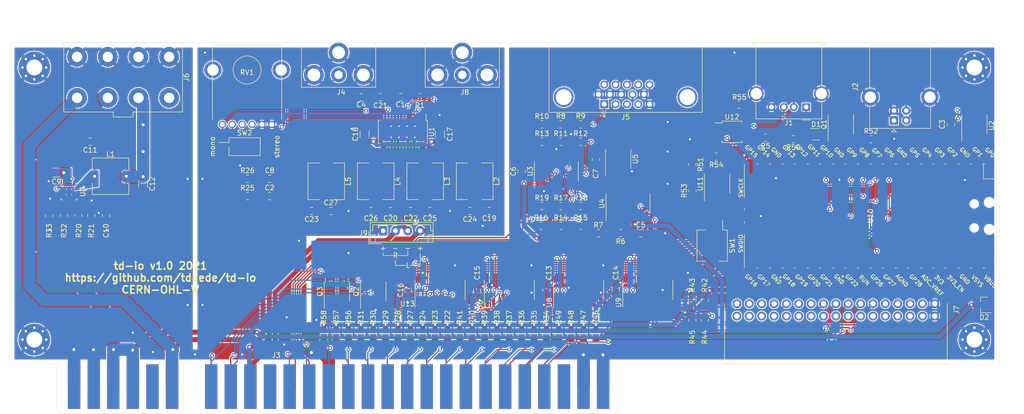
<source format=kicad_pcb>
(kicad_pcb (version 20171130) (host pcbnew 5.1.9-1.fc33)
  (layers (0 F.Cu signal) (31 B.Cu signal) (34 B.Paste user) (35 F.Paste user) (36 B.SilkS user) (37 F.SilkS user) (38 B.Mask user) (39 F.Mask user) (44 Edge.Cuts user))
  (net 0 "")
  (net 1 GND)
  (net 2 +12V)
  (net 3 "Net-(C2-Pad2)")
  (net 4 "Net-(C2-Pad1)")
  (net 5 +5V)
  (net 6 "Net-(C7-Pad1)")
  (net 7 "Net-(C8-Pad2)")
  (net 8 "Net-(C8-Pad1)")
  (net 9 +3V3)
  (net 10 "Net-(D2-Pad2)")
  (net 11 "Net-(D2-Pad1)")
  (net 12 "Net-(J1-Pad1)")
  (net 13 "Net-(J1-Pad2)")
  (net 14 "Net-(J1-Pad3)")
  (net 15 "Net-(J2-Pad1)")
  (net 16 /p2_4)
  (net 17 /p2start)
  (net 18 /lockout1)
  (net 19 /p2up)
  (net 20 /jamma_green)
  (net 21 /p2right)
  (net 22 /jamma_sync)
  (net 23 /p2left)
  (net 24 /c2)
  (net 25 /p2down)
  (net 26 /p2_3)
  (net 27 /meter1)
  (net 28 /p2_1)
  (net 29 "Net-(J3-PadM)")
  (net 30 /p2_2)
  (net 31 /p1_4)
  (net 32 /p1_3)
  (net 33 /p1_2)
  (net 34 /p1_1)
  (net 35 /p1right)
  (net 36 /p1left)
  (net 37 /p1down)
  (net 38 /p1up)
  (net 39 /p1start)
  (net 40 /c1)
  (net 41 /jamma_blue)
  (net 42 /jamma_red)
  (net 43 "Net-(J3-Pad11)")
  (net 44 /speaker+)
  (net 45 /lockout2)
  (net 46 /meter2)
  (net 47 "Net-(J5-Pad15)")
  (net 48 "Net-(J5-Pad14)")
  (net 49 /vga_hsync)
  (net 50 "Net-(J5-Pad12)")
  (net 51 /vga_vsync)
  (net 52 "Net-(J5-Pad4)")
  (net 53 /vga_blue)
  (net 54 /vga_green)
  (net 55 /vga_red)
  (net 56 "Net-(J6-Pad1)")
  (net 57 "Net-(J7-Pad1)")
  (net 58 "Net-(J7-Pad2)")
  (net 59 "Net-(J7-Pad3)")
  (net 60 "Net-(J7-Pad4)")
  (net 61 "Net-(J7-Pad5)")
  (net 62 "Net-(J7-Pad6)")
  (net 63 "Net-(J7-Pad7)")
  (net 64 "Net-(J7-Pad8)")
  (net 65 /p2_6)
  (net 66 "Net-(J7-Pad10)")
  (net 67 "Net-(J7-Pad11)")
  (net 68 "Net-(J7-Pad12)")
  (net 69 "Net-(J7-Pad13)")
  (net 70 "Net-(J7-Pad14)")
  (net 71 /p1_6)
  (net 72 "Net-(J7-Pad16)")
  (net 73 /p1_5)
  (net 74 "Net-(J7-Pad18)")
  (net 75 "Net-(J7-Pad20)")
  (net 76 "Net-(J7-Pad22)")
  (net 77 /p2_5)
  (net 78 "Net-(J7-Pad24)")
  (net 79 "Net-(J7-Pad25)")
  (net 80 "Net-(J7-Pad26)")
  (net 81 "Net-(J7-Pad27)")
  (net 82 "Net-(J7-Pad28)")
  (net 83 "Net-(J7-Pad29)")
  (net 84 "Net-(J7-Pad30)")
  (net 85 "Net-(J7-Pad31)")
  (net 86 "Net-(J7-Pad32)")
  (net 87 /lockout1_ctl)
  (net 88 /meter1_ctl)
  (net 89 /lockout2_ctl)
  (net 90 /meter2_ctl)
  (net 91 /speaker-)
  (net 92 "Net-(R1-Pad1)")
  (net 93 "Net-(R11-Pad2)")
  (net 94 "Net-(R12-Pad2)")
  (net 95 "Net-(R13-Pad2)")
  (net 96 "Net-(R14-Pad1)")
  (net 97 "Net-(R15-Pad1)")
  (net 98 "Net-(R16-Pad1)")
  (net 99 "Net-(R25-Pad1)")
  (net 100 "Net-(SW1-Pad4)")
  (net 101 "Net-(SW1-Pad3)")
  (net 102 /jvs_tx)
  (net 103 /jvs_de)
  (net 104 /jvs_re)
  (net 105 /jvs_rx)
  (net 106 "Net-(U4-Pad3)")
  (net 107 /sr_clr)
  (net 108 /sr_clk)
  (net 109 /sr_data)
  (net 110 "Net-(U10-Pad43)")
  (net 111 "Net-(U10-Pad41)")
  (net 112 "Net-(U10-Pad24)")
  (net 113 "Net-(U10-Pad25)")
  (net 114 "Net-(U10-Pad26)")
  (net 115 "Net-(U10-Pad27)")
  (net 116 "Net-(U10-Pad29)")
  (net 117 "Net-(U10-Pad30)")
  (net 118 "Net-(U10-Pad32)")
  (net 119 "Net-(U10-Pad34)")
  (net 120 "Net-(U10-Pad35)")
  (net 121 "Net-(U10-Pad37)")
  (net 122 "Net-(U10-Pad40)")
  (net 123 "Net-(C10-Pad1)")
  (net 124 "Net-(C11-Pad2)")
  (net 125 +3.3VP)
  (net 126 "Net-(R32-Pad2)")
  (net 127 "Net-(R20-Pad2)")
  (net 128 "Net-(U7-Pad11)")
  (net 129 "Net-(U7-Pad9)")
  (net 130 /SW)
  (net 131 "Net-(D1-Pad6)")
  (net 132 "Net-(D1-Pad2)")
  (net 133 "Net-(D1-Pad3)")
  (net 134 "Net-(D1-Pad1)")
  (net 135 "Net-(J3-Padd)")
  (net 136 "Net-(J3-Pad26)")
  (net 137 /sense_2.5v)
  (net 138 /sense_0v)
  (net 139 "Net-(R5-Pad2)")
  (net 140 "Net-(R53-Pad1)")
  (net 141 /sense_in)
  (net 142 "Net-(R55-Pad2)")
  (net 143 /termination)
  (net 144 "Net-(U11-Pad8)")
  (net 145 "Net-(U11-Pad5)")
  (net 146 "Net-(U11-Pad1)")
  (net 147 "Net-(U10-Pad16)")
  (net 148 "Net-(U10-Pad15)")
  (net 149 /service)
  (net 150 /tilt)
  (net 151 /test)
  (net 152 "Net-(U13-Pad9)")
  (net 153 "Net-(U6-Pad9)")
  (net 154 "Net-(U6-Pad7)")
  (net 155 "Net-(U8-Pad9)")
  (net 156 "Net-(U8-Pad7)")
  (net 157 "Net-(U9-Pad7)")
  (net 158 "Net-(U13-Pad7)")
  (net 159 "Net-(C1-Pad2)")
  (net 160 "Net-(C4-Pad2)")
  (net 161 "Net-(C19-Pad2)")
  (net 162 "Net-(C20-Pad2)")
  (net 163 /speaker_r-)
  (net 164 "Net-(C21-Pad2)")
  (net 165 "Net-(C22-Pad2)")
  (net 166 "Net-(C23-Pad2)")
  (net 167 /speaker_r+)
  (net 168 "Net-(L2-Pad1)")
  (net 169 "Net-(L3-Pad1)")
  (net 170 "Net-(L4-Pad1)")
  (net 171 "Net-(L5-Pad1)")
  (net 172 "Net-(R26-Pad1)")
  (net 173 "Net-(RV1-Pad5)")
  (net 174 "Net-(RV1-Pad2)")
  (net 175 "Net-(U1-Pad13)")
  (net 176 "Net-(U1-Pad1)")
  (net 177 "Net-(J3-PadE)")
  (net 178 "Net-(J3-Pad5)")
  (module td-io:RPi_Pico_SMD (layer F.Cu) (at 246 117 270)
    (fp_text reference U10 (at 0 0 90) (layer F.SilkS))
    (fp_text value Pico)
    (fp_text user SWDIO (at 5.6 26.2 90) (layer F.SilkS) (effects (font (size 0.8 0.8))))
    (fp_text user SWCLK (at -5.7 26.2 90) (layer F.SilkS) (effects (font (size 0.8 0.8))))
    (fp_text user AGND (at 13.054 -6.35 135) (layer F.SilkS) (effects (font (size 0.8 0.8))))
    (fp_text user GND (at 12.8 -19.05 135) (layer F.SilkS) (effects (font (size 0.8 0.8))))
    (fp_text user GND (at 12.8 6.35 135) (layer F.SilkS) (effects (font (size 0.8 0.8))))
    (fp_text user GND (at 12.8 19.05 135) (layer F.SilkS) (effects (font (size 0.8 0.8))))
    (fp_text user GND (at -12.8 19.05 135) (layer F.SilkS) (effects (font (size 0.8 0.8))))
    (fp_text user GND (at -12.8 6.35 135) (layer F.SilkS) (effects (font (size 0.8 0.8))))
    (fp_text user GND (at -12.8 -6.35 135) (layer F.SilkS) (effects (font (size 0.8 0.8))))
    (fp_text user GND (at -12.8 -19.05 135) (layer F.SilkS) (effects (font (size 0.8 0.8))))
    (fp_text user VBUS (at 13.3 -24.2 135) (layer F.SilkS) (effects (font (size 0.8 0.8))))
    (fp_text user VSYS (at 13.2 -21.59 135) (layer F.SilkS) (effects (font (size 0.8 0.8))))
    (fp_text user 3V3_EN (at 13.7 -17.2 135) (layer F.SilkS) (effects (font (size 0.8 0.8))))
    (fp_text user 3V3 (at 12.9 -13.9 135) (layer F.SilkS) (effects (font (size 0.8 0.8))))
    (fp_text user ADC_VREF (at 14 -12.5 135) (layer F.SilkS) (effects (font (size 0.8 0.8))))
    (fp_text user GP28 (at 13.054 -9.144 135) (layer F.SilkS) (effects (font (size 0.8 0.8))))
    (fp_text user GP27 (at 13.054 -3.8 135) (layer F.SilkS) (effects (font (size 0.8 0.8))))
    (fp_text user GP26 (at 13.054 -1.27 135) (layer F.SilkS) (effects (font (size 0.8 0.8))))
    (fp_text user RUN (at 13 1.27 135) (layer F.SilkS) (effects (font (size 0.8 0.8))))
    (fp_text user GP22 (at 13.054 3.81 135) (layer F.SilkS) (effects (font (size 0.8 0.8))))
    (fp_text user GP21 (at 13.054 8.9 135) (layer F.SilkS) (effects (font (size 0.8 0.8))))
    (fp_text user GP20 (at 13.054 11.43 135) (layer F.SilkS) (effects (font (size 0.8 0.8))))
    (fp_text user GP19 (at 13.054 13.97 135) (layer F.SilkS) (effects (font (size 0.8 0.8))))
    (fp_text user GP18 (at 13.054 16.51 135) (layer F.SilkS) (effects (font (size 0.8 0.8))))
    (fp_text user GP17 (at 13.054 21.59 135) (layer F.SilkS) (effects (font (size 0.8 0.8))))
    (fp_text user GP16 (at 13.054 24.13 135) (layer F.SilkS) (effects (font (size 0.8 0.8))))
    (fp_text user GP15 (at -13.054 24.13 135) (layer F.SilkS) (effects (font (size 0.8 0.8))))
    (fp_text user GP14 (at -13.1 21.59 135) (layer F.SilkS) (effects (font (size 0.8 0.8))))
    (fp_text user GP13 (at -13.054 16.51 135) (layer F.SilkS) (effects (font (size 0.8 0.8))))
    (fp_text user GP12 (at -13.2 13.97 135) (layer F.SilkS) (effects (font (size 0.8 0.8))))
    (fp_text user GP11 (at -13.2 11.43 135) (layer F.SilkS) (effects (font (size 0.8 0.8))))
    (fp_text user GP10 (at -13.054 8.89 135) (layer F.SilkS) (effects (font (size 0.8 0.8))))
    (fp_text user GP9 (at -12.8 3.81 135) (layer F.SilkS) (effects (font (size 0.8 0.8))))
    (fp_text user GP8 (at -12.8 1.27 135) (layer F.SilkS) (effects (font (size 0.8 0.8))))
    (fp_text user GP7 (at -12.7 -1.3 135) (layer F.SilkS) (effects (font (size 0.8 0.8))))
    (fp_text user GP6 (at -12.8 -3.81 135) (layer F.SilkS) (effects (font (size 0.8 0.8))))
    (fp_text user GP5 (at -12.8 -8.89 135) (layer F.SilkS) (effects (font (size 0.8 0.8))))
    (fp_text user GP4 (at -12.8 -11.43 135) (layer F.SilkS) (effects (font (size 0.8 0.8))))
    (fp_text user GP3 (at -12.8 -13.97 135) (layer F.SilkS) (effects (font (size 0.8 0.8))))
    (fp_text user GP0 (at -12.8 -24.13 135) (layer F.SilkS) (effects (font (size 0.8 0.8))))
    (fp_text user GP2 (at -12.9 -16.51 135) (layer F.SilkS) (effects (font (size 0.8 0.8))))
    (fp_text user GP1 (at -12.9 -21.6 135) (layer F.SilkS) (effects (font (size 0.8 0.8))))
    (pad 43 smd rect (at 2.54 23.9) (size 3.5 1.7) (drill (offset -0.9 0)) (layers F.Cu F.Mask) (net 110 "Net-(U10-Pad43)"))
    (pad 42 smd rect (at 0 23.9) (size 3.5 1.7) (drill (offset -0.9 0)) (layers F.Cu F.Mask) (net 1 GND))
    (pad 41 smd rect (at -2.54 23.9) (size 3.5 1.7) (drill (offset -0.9 0)) (layers F.Cu F.Mask) (net 111 "Net-(U10-Pad41)"))
    (pad "" np_thru_hole oval (at 2.425 -20.97 270) (size 1.5 1.5) (drill 1.5) (layers *.Cu *.Mask))
    (pad "" np_thru_hole oval (at -2.425 -20.97 270) (size 1.5 1.5) (drill 1.5) (layers *.Cu *.Mask))
    (pad "" np_thru_hole oval (at 2.725 -24 270) (size 1.8 1.8) (drill 1.8) (layers *.Cu *.Mask))
    (pad "" np_thru_hole oval (at -2.725 -24 270) (size 1.8 1.8) (drill 1.8) (layers *.Cu *.Mask))
    (pad 21 smd rect (at 8.89 24.13 270) (size 3.5 1.7) (drill (offset 0.9 0)) (layers F.Cu F.Mask) (net 100 "Net-(SW1-Pad4)"))
    (pad 22 smd rect (at 8.89 21.59 270) (size 3.5 1.7) (drill (offset 0.9 0)) (layers F.Cu F.Mask) (net 101 "Net-(SW1-Pad3)"))
    (pad 23 smd rect (at 8.89 19.05 270) (size 3.5 1.7) (drill (offset 0.9 0)) (layers F.Cu F.Mask) (net 1 GND))
    (pad 24 smd rect (at 8.89 16.51 270) (size 3.5 1.7) (drill (offset 0.9 0)) (layers F.Cu F.Mask) (net 112 "Net-(U10-Pad24)"))
    (pad 25 smd rect (at 8.89 13.97 270) (size 3.5 1.7) (drill (offset 0.9 0)) (layers F.Cu F.Mask) (net 113 "Net-(U10-Pad25)"))
    (pad 26 smd rect (at 8.89 11.43 270) (size 3.5 1.7) (drill (offset 0.9 0)) (layers F.Cu F.Mask) (net 114 "Net-(U10-Pad26)"))
    (pad 27 smd rect (at 8.89 8.89 270) (size 3.5 1.7) (drill (offset 0.9 0)) (layers F.Cu F.Mask) (net 115 "Net-(U10-Pad27)"))
    (pad 28 smd rect (at 8.89 6.35 270) (size 3.5 1.7) (drill (offset 0.9 0)) (layers F.Cu F.Mask) (net 1 GND))
    (pad 29 smd rect (at 8.89 3.81 270) (size 3.5 1.7) (drill (offset 0.9 0)) (layers F.Cu F.Mask) (net 116 "Net-(U10-Pad29)"))
    (pad 30 smd rect (at 8.89 1.27 270) (size 3.5 1.7) (drill (offset 0.9 0)) (layers F.Cu F.Mask) (net 117 "Net-(U10-Pad30)"))
    (pad 31 smd rect (at 8.89 -1.27 270) (size 3.5 1.7) (drill (offset 0.9 0)) (layers F.Cu F.Mask) (net 141 /sense_in))
    (pad 32 smd rect (at 8.89 -3.81 270) (size 3.5 1.7) (drill (offset 0.9 0)) (layers F.Cu F.Mask) (net 118 "Net-(U10-Pad32)"))
    (pad 33 smd rect (at 8.89 -6.35 270) (size 3.5 1.7) (drill (offset 0.9 0)) (layers F.Cu F.Mask) (net 1 GND))
    (pad 34 smd rect (at 8.89 -8.89 270) (size 3.5 1.7) (drill (offset 0.9 0)) (layers F.Cu F.Mask) (net 119 "Net-(U10-Pad34)"))
    (pad 35 smd rect (at 8.89 -11.43 270) (size 3.5 1.7) (drill (offset 0.9 0)) (layers F.Cu F.Mask) (net 120 "Net-(U10-Pad35)"))
    (pad 36 smd rect (at 8.89 -13.97 270) (size 3.5 1.7) (drill (offset 0.9 0)) (layers F.Cu F.Mask) (net 9 +3V3))
    (pad 37 smd rect (at 8.89 -16.51 270) (size 3.5 1.7) (drill (offset 0.9 0)) (layers F.Cu F.Mask) (net 121 "Net-(U10-Pad37)"))
    (pad 38 smd rect (at 8.89 -19.05 270) (size 3.5 1.7) (drill (offset 0.9 0)) (layers F.Cu F.Mask) (net 1 GND))
    (pad 39 smd rect (at 8.89 -21.59 270) (size 3.5 1.7) (drill (offset 0.9 0)) (layers F.Cu F.Mask) (net 10 "Net-(D2-Pad2)"))
    (pad 40 smd rect (at 8.89 -24.13 270) (size 3.5 1.7) (drill (offset 0.9 0)) (layers F.Cu F.Mask) (net 122 "Net-(U10-Pad40)"))
    (pad 20 smd rect (at -8.89 24.13 270) (size 3.5 1.7) (drill (offset -0.9 0)) (layers F.Cu F.Mask) (net 143 /termination))
    (pad 19 smd rect (at -8.89 21.59 270) (size 3.5 1.7) (drill (offset -0.9 0)) (layers F.Cu F.Mask) (net 137 /sense_2.5v))
    (pad 18 smd rect (at -8.89 19.05 270) (size 3.5 1.7) (drill (offset -0.9 0)) (layers F.Cu F.Mask) (net 1 GND))
    (pad 17 smd rect (at -8.89 16.51 270) (size 3.5 1.7) (drill (offset -0.9 0)) (layers F.Cu F.Mask) (net 138 /sense_0v))
    (pad 16 smd rect (at -8.89 13.97 270) (size 3.5 1.7) (drill (offset -0.9 0)) (layers F.Cu F.Mask) (net 147 "Net-(U10-Pad16)"))
    (pad 15 smd rect (at -8.89 11.43 270) (size 3.5 1.7) (drill (offset -0.9 0)) (layers F.Cu F.Mask) (net 148 "Net-(U10-Pad15)"))
    (pad 14 smd rect (at -8.89 8.89 270) (size 3.5 1.7) (drill (offset -0.9 0)) (layers F.Cu F.Mask) (net 89 /lockout2_ctl))
    (pad 13 smd rect (at -8.89 6.35 270) (size 3.5 1.7) (drill (offset -0.9 0)) (layers F.Cu F.Mask) (net 1 GND))
    (pad 12 smd rect (at -8.89 3.81 270) (size 3.5 1.7) (drill (offset -0.9 0)) (layers F.Cu F.Mask) (net 87 /lockout1_ctl))
    (pad 11 smd rect (at -8.89 1.27 270) (size 3.5 1.7) (drill (offset -0.9 0)) (layers F.Cu F.Mask) (net 90 /meter2_ctl))
    (pad 10 smd rect (at -8.89 -1.27 270) (size 3.5 1.7) (drill (offset -0.9 0)) (layers F.Cu F.Mask) (net 88 /meter1_ctl))
    (pad 9 smd rect (at -8.89 -3.81 270) (size 3.5 1.7) (drill (offset -0.9 0)) (layers F.Cu F.Mask) (net 109 /sr_data))
    (pad 8 smd rect (at -8.89 -6.35 270) (size 3.5 1.7) (drill (offset -0.9 0)) (layers F.Cu F.Mask) (net 1 GND))
    (pad 7 smd rect (at -8.89 -8.89 270) (size 3.5 1.7) (drill (offset -0.9 0)) (layers F.Cu F.Mask) (net 108 /sr_clk))
    (pad 6 smd rect (at -8.89 -11.43 270) (size 3.5 1.7) (drill (offset -0.9 0)) (layers F.Cu F.Mask) (net 107 /sr_clr))
    (pad 5 smd rect (at -8.89 -13.97 270) (size 3.5 1.7) (drill (offset -0.9 0)) (layers F.Cu F.Mask) (net 103 /jvs_de))
    (pad 4 smd rect (at -8.89 -16.51 270) (size 3.5 1.7) (drill (offset -0.9 0)) (layers F.Cu F.Mask) (net 104 /jvs_re))
    (pad 3 smd rect (at -8.89 -19.05 270) (size 3.5 1.7) (drill (offset -0.9 0)) (layers F.Cu F.Mask) (net 1 GND))
    (pad 2 smd rect (at -8.89 -21.59 270) (size 3.5 1.7) (drill (offset -0.9 0)) (layers F.Cu F.Mask) (net 102 /jvs_tx))
    (pad 1 smd rect (at -8.89 -24.13 270) (size 3.5 1.7) (drill (offset -0.9 0)) (layers F.Cu F.Mask) (net 105 /jvs_rx))
  )
  (module Connector_Dsub:DSUB-15-HD_Female_Horizontal_P2.29x1.98mm_EdgePinOffset8.35mm_Housed_MountingHolesOffset10.89mm (layer F.Cu) (at 192.185 94.42 180)
    (fp_text reference J5 (at -4.315 -2.58) (layer F.SilkS))
    (fp_text value DB15_Female_HighDensity)
    (pad 0 thru_hole circle (at 8.185 1.42 180) (size 4 4) (drill 3.2) (layers *.Cu *.Mask))
    (pad 0 thru_hole circle (at -16.815 1.42 180) (size 4 4) (drill 3.2) (layers *.Cu *.Mask))
    (pad 15 thru_hole circle (at -9.16 3.96 180) (size 1.6 1.6) (drill 1) (layers *.Cu *.Mask) (net 47 "Net-(J5-Pad15)"))
    (pad 14 thru_hole circle (at -6.87 3.96 180) (size 1.6 1.6) (drill 1) (layers *.Cu *.Mask) (net 48 "Net-(J5-Pad14)"))
    (pad 13 thru_hole circle (at -4.58 3.96 180) (size 1.6 1.6) (drill 1) (layers *.Cu *.Mask) (net 49 /vga_hsync))
    (pad 12 thru_hole circle (at -2.29 3.96 180) (size 1.6 1.6) (drill 1) (layers *.Cu *.Mask) (net 50 "Net-(J5-Pad12)"))
    (pad 11 thru_hole circle (at 0 3.96 180) (size 1.6 1.6) (drill 1) (layers *.Cu *.Mask) (net 51 /vga_vsync))
    (pad 10 thru_hole circle (at -8.015 1.98 180) (size 1.6 1.6) (drill 1) (layers *.Cu *.Mask) (net 1 GND))
    (pad 9 thru_hole circle (at -5.725 1.98 180) (size 1.6 1.6) (drill 1) (layers *.Cu *.Mask) (net 6 "Net-(C7-Pad1)"))
    (pad 8 thru_hole circle (at -3.435 1.98 180) (size 1.6 1.6) (drill 1) (layers *.Cu *.Mask) (net 1 GND))
    (pad 7 thru_hole circle (at -1.145 1.98 180) (size 1.6 1.6) (drill 1) (layers *.Cu *.Mask) (net 1 GND))
    (pad 6 thru_hole circle (at 1.145 1.98 180) (size 1.6 1.6) (drill 1) (layers *.Cu *.Mask) (net 1 GND))
    (pad 5 thru_hole circle (at -9.16 0 180) (size 1.6 1.6) (drill 1) (layers *.Cu *.Mask) (net 1 GND))
    (pad 4 thru_hole circle (at -6.87 0 180) (size 1.6 1.6) (drill 1) (layers *.Cu *.Mask) (net 52 "Net-(J5-Pad4)"))
    (pad 3 thru_hole circle (at -4.58 0 180) (size 1.6 1.6) (drill 1) (layers *.Cu *.Mask) (net 53 /vga_blue))
    (pad 2 thru_hole circle (at -2.29 0 180) (size 1.6 1.6) (drill 1) (layers *.Cu *.Mask) (net 54 /vga_green))
    (pad 1 thru_hole rect (at 0 0 180) (size 1.6 1.6) (drill 1) (layers *.Cu *.Mask) (net 55 /vga_red))
  )
  (module td-io:DF1BZ-34DP-2.5DS (layer F.Cu) (at 239 136 180)
    (fp_text reference J7 (at -24.4 0 90) (layer F.SilkS))
    (fp_text value Conn_02x17_Odd_Even)
    (pad 1 thru_hole circle (at 20 1.25 180) (size 1.8 1.8) (drill 1.1) (layers *.Cu *.Mask) (net 57 "Net-(J7-Pad1)"))
    (pad 2 thru_hole circle (at 20 -1.25 180) (size 1.8 1.8) (drill 1.1) (layers *.Cu *.Mask) (net 58 "Net-(J7-Pad2)"))
    (pad 3 thru_hole circle (at 17.5 1.25 180) (size 1.8 1.8) (drill 1.1) (layers *.Cu *.Mask) (net 59 "Net-(J7-Pad3)"))
    (pad 4 thru_hole circle (at 17.5 -1.25 180) (size 1.8 1.8) (drill 1.1) (layers *.Cu *.Mask) (net 60 "Net-(J7-Pad4)"))
    (pad 5 thru_hole circle (at 15 1.25 180) (size 1.8 1.8) (drill 1.1) (layers *.Cu *.Mask) (net 61 "Net-(J7-Pad5)"))
    (pad 6 thru_hole circle (at 15 -1.25 180) (size 1.8 1.8) (drill 1.1) (layers *.Cu *.Mask) (net 62 "Net-(J7-Pad6)"))
    (pad 7 thru_hole circle (at 12.5 1.25 180) (size 1.8 1.8) (drill 1.1) (layers *.Cu *.Mask) (net 63 "Net-(J7-Pad7)"))
    (pad 8 thru_hole circle (at 12.5 -1.25 180) (size 1.8 1.8) (drill 1.1) (layers *.Cu *.Mask) (net 64 "Net-(J7-Pad8)"))
    (pad 9 thru_hole circle (at 10 1.25 180) (size 1.8 1.8) (drill 1.1) (layers *.Cu *.Mask) (net 65 /p2_6))
    (pad 10 thru_hole circle (at 10 -1.25 180) (size 1.8 1.8) (drill 1.1) (layers *.Cu *.Mask) (net 66 "Net-(J7-Pad10)"))
    (pad 11 thru_hole circle (at 7.5 1.25 180) (size 1.8 1.8) (drill 1.1) (layers *.Cu *.Mask) (net 67 "Net-(J7-Pad11)"))
    (pad 12 thru_hole circle (at 7.5 -1.25 180) (size 1.8 1.8) (drill 1.1) (layers *.Cu *.Mask) (net 68 "Net-(J7-Pad12)"))
    (pad 13 thru_hole circle (at 5 1.25 180) (size 1.8 1.8) (drill 1.1) (layers *.Cu *.Mask) (net 69 "Net-(J7-Pad13)"))
    (pad 14 thru_hole circle (at 5 -1.25 180) (size 1.8 1.8) (drill 1.1) (layers *.Cu *.Mask) (net 70 "Net-(J7-Pad14)"))
    (pad 15 thru_hole circle (at 2.5 1.25 180) (size 1.8 1.8) (drill 1.1) (layers *.Cu *.Mask) (net 71 /p1_6))
    (pad 16 thru_hole circle (at 2.5 -1.25 180) (size 1.8 1.8) (drill 1.1) (layers *.Cu *.Mask) (net 72 "Net-(J7-Pad16)"))
    (pad 17 thru_hole circle (at 0 1.25 180) (size 1.8 1.8) (drill 1.1) (layers *.Cu *.Mask) (net 73 /p1_5))
    (pad 18 thru_hole circle (at 0 -1.25 180) (size 1.8 1.8) (drill 1.1) (layers *.Cu *.Mask) (net 74 "Net-(J7-Pad18)"))
    (pad 19 thru_hole circle (at -2.5 1.25 180) (size 1.8 1.8) (drill 1.1) (layers *.Cu *.Mask) (net 31 /p1_4))
    (pad 20 thru_hole circle (at -2.5 -1.25 180) (size 1.8 1.8) (drill 1.1) (layers *.Cu *.Mask) (net 75 "Net-(J7-Pad20)"))
    (pad 21 thru_hole circle (at -5 1.25 180) (size 1.8 1.8) (drill 1.1) (layers *.Cu *.Mask) (net 16 /p2_4))
    (pad 22 thru_hole circle (at -5 -1.25 180) (size 1.8 1.8) (drill 1.1) (layers *.Cu *.Mask) (net 76 "Net-(J7-Pad22)"))
    (pad 23 thru_hole circle (at -7.5 1.25 180) (size 1.8 1.8) (drill 1.1) (layers *.Cu *.Mask) (net 77 /p2_5))
    (pad 24 thru_hole circle (at -7.5 -1.25 180) (size 1.8 1.8) (drill 1.1) (layers *.Cu *.Mask) (net 78 "Net-(J7-Pad24)"))
    (pad 25 thru_hole circle (at -10 1.25 180) (size 1.8 1.8) (drill 1.1) (layers *.Cu *.Mask) (net 79 "Net-(J7-Pad25)"))
    (pad 26 thru_hole circle (at -10 -1.25 180) (size 1.8 1.8) (drill 1.1) (layers *.Cu *.Mask) (net 80 "Net-(J7-Pad26)"))
    (pad 27 thru_hole circle (at -12.5 1.25 180) (size 1.8 1.8) (drill 1.1) (layers *.Cu *.Mask) (net 81 "Net-(J7-Pad27)"))
    (pad 28 thru_hole circle (at -12.5 -1.25 180) (size 1.8 1.8) (drill 1.1) (layers *.Cu *.Mask) (net 82 "Net-(J7-Pad28)"))
    (pad 29 thru_hole circle (at -15 1.25 180) (size 1.8 1.8) (drill 1.1) (layers *.Cu *.Mask) (net 83 "Net-(J7-Pad29)"))
    (pad 30 thru_hole circle (at -15 -1.25 180) (size 1.8 1.8) (drill 1.1) (layers *.Cu *.Mask) (net 84 "Net-(J7-Pad30)"))
    (pad 31 thru_hole circle (at -17.5 1.25 180) (size 1.8 1.8) (drill 1.1) (layers *.Cu *.Mask) (net 85 "Net-(J7-Pad31)"))
    (pad 32 thru_hole circle (at -17.5 -1.25 180) (size 1.8 1.8) (drill 1.1) (layers *.Cu *.Mask) (net 86 "Net-(J7-Pad32)"))
    (pad 33 thru_hole circle (at -20 1.25 180) (size 1.8 1.8) (drill 1.1) (layers *.Cu *.Mask) (net 1 GND))
    (pad 34 thru_hole circle (at -20 -1.25 180) (size 1.8 1.8) (drill 1.1) (layers *.Cu *.Mask) (net 1 GND))
  )
  (module td-io:JAMMA (layer F.Cu) (at 138.5 156)
    (fp_text reference J3 (at -12.6 -10.85) (layer F.SilkS))
    (fp_text value JAMMA_Edge)
    (pad D smd rect (at -41.58 -4.5) (size 2.5 9) (layers B.Cu B.Mask) (net 5 +5V))
    (pad F smd rect (at -33.66 -4.5) (size 2.5 9) (layers B.Cu B.Mask) (net 2 +12V))
    (pad L smd rect (at -17.82 -4.5) (size 2.5 9) (layers B.Cu B.Mask) (net 91 /speaker-))
    (pad c smd rect (at 41.58 -4.5) (size 2.5 9) (layers B.Cu B.Mask) (net 16 /p2_4))
    (pad U smd rect (at 9.9 -4.5) (size 2.5 9) (layers B.Cu B.Mask) (net 17 /p2start))
    (pad R smd rect (at -1.98 -4.5) (size 2.5 9) (layers B.Cu B.Mask) (net 149 /service))
    (pad S smd rect (at 1.98 -4.5) (size 2.5 9) (layers B.Cu B.Mask) (net 150 /tilt))
    (pad e smd rect (at 49.5 -4.5) (size 2.5 9) (layers B.Cu B.Mask) (net 1 GND))
    (pad d smd rect (at 45.54 -4.5) (size 2.5 9) (layers B.Cu B.Mask) (net 135 "Net-(J3-Padd)"))
    (pad K smd rect (at -21.78 -4.5) (size 2.5 9) (layers B.Cu B.Mask) (net 18 /lockout1))
    (pad V smd rect (at 13.86 -4.5) (size 2.5 9) (layers B.Cu B.Mask) (net 19 /p2up))
    (pad N smd rect (at -9.9 -4.5) (size 2.5 9) (layers B.Cu B.Mask) (net 20 /jamma_green))
    (pad Y smd rect (at 25.74 -4.5) (size 2.5 9) (layers B.Cu B.Mask) (net 21 /p2right))
    (pad P smd rect (at -5.94 -4.5) (size 2.5 9) (layers B.Cu B.Mask) (net 22 /jamma_sync))
    (pad X smd rect (at 21.78 -4.5) (size 2.5 9) (layers B.Cu B.Mask) (net 23 /p2left))
    (pad E smd rect (at -37.62 -4.5) (size 2.5 9) (layers B.Cu B.Mask) (net 177 "Net-(J3-PadE)"))
    (pad T smd rect (at 5.94 -4.5) (size 2.5 9) (layers B.Cu B.Mask) (net 24 /c2))
    (pad W smd rect (at 17.82 -4.5) (size 2.5 9) (layers B.Cu B.Mask) (net 25 /p2down))
    (pad f smd rect (at 53.46 -4.5) (size 2.5 9) (layers B.Cu B.Mask) (net 1 GND))
    (pad b smd rect (at 37.62 -4.5) (size 2.5 9) (layers B.Cu B.Mask) (net 26 /p2_3))
    (pad J smd rect (at -25.74 -4.5) (size 2.5 9) (layers B.Cu B.Mask) (net 27 /meter1))
    (pad B smd rect (at -49.5 -4.5) (size 2.5 9) (layers B.Cu B.Mask) (net 1 GND))
    (pad Z smd rect (at 29.7 -4.5) (size 2.5 9) (layers B.Cu B.Mask) (net 28 /p2_1))
    (pad M smd rect (at -13.86 -4.5) (size 2.5 9) (layers B.Cu B.Mask) (net 29 "Net-(J3-PadM)"))
    (pad A smd rect (at -53.46 -4.5) (size 2.5 9) (layers B.Cu B.Mask) (net 1 GND))
    (pad a smd rect (at 33.66 -4.5) (size 2.5 9) (layers B.Cu B.Mask) (net 30 /p2_2))
    (pad C smd rect (at -45.54 -4.5) (size 2.5 9) (layers B.Cu B.Mask) (net 5 +5V))
    (pad 28 smd rect (at 53.46 -4.5) (size 2.5 9) (layers F.Cu F.Mask) (net 1 GND))
    (pad 27 smd rect (at 49.5 -4.5) (size 2.5 9) (layers F.Cu F.Mask) (net 1 GND))
    (pad 26 smd rect (at 45.54 -4.5) (size 2.5 9) (layers F.Cu F.Mask) (net 136 "Net-(J3-Pad26)"))
    (pad 25 smd rect (at 41.58 -4.5) (size 2.5 9) (layers F.Cu F.Mask) (net 31 /p1_4))
    (pad 24 smd rect (at 37.62 -4.5) (size 2.5 9) (layers F.Cu F.Mask) (net 32 /p1_3))
    (pad 23 smd rect (at 33.66 -4.5) (size 2.5 9) (layers F.Cu F.Mask) (net 33 /p1_2))
    (pad 22 smd rect (at 29.7 -4.5) (size 2.5 9) (layers F.Cu F.Mask) (net 34 /p1_1))
    (pad 21 smd rect (at 25.74 -4.5) (size 2.5 9) (layers F.Cu F.Mask) (net 35 /p1right))
    (pad 20 smd rect (at 21.78 -4.5) (size 2.5 9) (layers F.Cu F.Mask) (net 36 /p1left))
    (pad 19 smd rect (at 17.82 -4.5) (size 2.5 9) (layers F.Cu F.Mask) (net 37 /p1down))
    (pad 18 smd rect (at 13.86 -4.5) (size 2.5 9) (layers F.Cu F.Mask) (net 38 /p1up))
    (pad 17 smd rect (at 9.9 -4.5) (size 2.5 9) (layers F.Cu F.Mask) (net 39 /p1start))
    (pad 16 smd rect (at 5.94 -4.5) (size 2.5 9) (layers F.Cu F.Mask) (net 40 /c1))
    (pad 15 smd rect (at 1.98 -4.5) (size 2.5 9) (layers F.Cu F.Mask) (net 151 /test))
    (pad 14 smd rect (at -1.98 -4.5) (size 2.5 9) (layers F.Cu F.Mask) (net 1 GND))
    (pad 13 smd rect (at -5.94 -4.5) (size 2.5 9) (layers F.Cu F.Mask) (net 41 /jamma_blue))
    (pad 12 smd rect (at -9.9 -4.5) (size 2.5 9) (layers F.Cu F.Mask) (net 42 /jamma_red))
    (pad 11 smd rect (at -13.86 -4.5) (size 2.5 9) (layers F.Cu F.Mask) (net 43 "Net-(J3-Pad11)"))
    (pad 10 smd rect (at -17.82 -4.5) (size 2.5 9) (layers F.Cu F.Mask) (net 44 /speaker+))
    (pad 9 smd rect (at -21.78 -4.5) (size 2.5 9) (layers F.Cu F.Mask) (net 45 /lockout2))
    (pad 8 smd rect (at -25.74 -4.5) (size 2.5 9) (layers F.Cu F.Mask) (net 46 /meter2))
    (pad 6 smd rect (at -33.66 -4.5) (size 2.5 9) (layers F.Cu F.Mask) (net 2 +12V))
    (pad 5 smd rect (at -37.62 -4.5) (size 2.5 9) (layers F.Cu F.Mask) (net 178 "Net-(J3-Pad5)"))
    (pad 4 smd rect (at -41.58 -4.5) (size 2.5 9) (layers F.Cu F.Mask) (net 5 +5V))
    (pad 3 smd rect (at -45.54 -4.5) (size 2.5 9) (layers F.Cu F.Mask) (net 5 +5V))
    (pad 2 smd rect (at -49.5 -4.5) (size 2.5 9) (layers F.Cu F.Mask) (net 1 GND))
    (pad 1 smd rect (at -53.46 -4.5) (size 2.5 9) (layers F.Cu F.Mask) (net 1 GND))
  )
  (module Button_Switch_SMD:SW_DIP_SPSTx01_Slide_Omron_A6S-110x_W8.9mm_P2.54mm (layer F.Cu) (at 119.5 103)
    (fp_text reference SW2 (at 0 -2.8) (layer F.SilkS))
    (fp_text value SW_DIP_x01)
    (pad 2 smd rect (at 4.45 0) (size 1.5 1.1) (layers F.Cu F.Paste F.Mask) (net 174 "Net-(RV1-Pad2)"))
    (pad 1 smd rect (at -4.45 0) (size 1.5 1.1) (layers F.Cu F.Paste F.Mask) (net 173 "Net-(RV1-Pad5)"))
  )
  (module Package_SO:HTSSOP-28-1EP_4.4x9.7mm_P0.65mm_EP2.85x5.4mm_ThermalVias (layer F.Cu) (at 151.5 100 270)
    (fp_text reference U1 (at 0 -5.8 90) (layer F.SilkS))
    (fp_text value TPA3138D2)
    (pad 29 smd rect (at 0 0 270) (size 2.85 5.4) (layers B.Cu) (net 1 GND))
    (pad 29 thru_hole circle (at 1.125 2.4 270) (size 0.6 0.6) (drill 0.3) (layers *.Cu) (net 1 GND))
    (pad 29 thru_hole circle (at -1.125 2.4 270) (size 0.6 0.6) (drill 0.3) (layers *.Cu) (net 1 GND))
    (pad 29 thru_hole circle (at 1.125 0.8 270) (size 0.6 0.6) (drill 0.3) (layers *.Cu) (net 1 GND))
    (pad 29 thru_hole circle (at -1.125 0.8 270) (size 0.6 0.6) (drill 0.3) (layers *.Cu) (net 1 GND))
    (pad 29 thru_hole circle (at 1.125 -0.8 270) (size 0.6 0.6) (drill 0.3) (layers *.Cu) (net 1 GND))
    (pad 29 thru_hole circle (at -1.125 -0.8 270) (size 0.6 0.6) (drill 0.3) (layers *.Cu) (net 1 GND))
    (pad 29 thru_hole circle (at 1.125 -2.4 270) (size 0.6 0.6) (drill 0.3) (layers *.Cu) (net 1 GND))
    (pad 29 thru_hole circle (at -1.125 -2.4 270) (size 0.6 0.6) (drill 0.3) (layers *.Cu) (net 1 GND))
    (pad 29 smd rect (at 0 0 270) (size 2.85 5.4) (layers F.Cu F.Mask) (net 1 GND))
    (pad 28 smd roundrect (at 2.8625 -4.225 270) (size 1.475 0.4) (layers F.Cu F.Paste F.Mask) (net 2 +12V))
    (pad 27 smd roundrect (at 2.8625 -3.575 270) (size 1.475 0.4) (layers F.Cu F.Paste F.Mask) (net 2 +12V))
    (pad 26 smd roundrect (at 2.8625 -2.925 270) (size 1.475 0.4) (layers F.Cu F.Paste F.Mask) (net 161 "Net-(C19-Pad2)"))
    (pad 25 smd roundrect (at 2.8625 -2.275 270) (size 1.475 0.4) (layers F.Cu F.Paste F.Mask) (net 168 "Net-(L2-Pad1)"))
    (pad 24 smd roundrect (at 2.8625 -1.625 270) (size 1.475 0.4) (layers F.Cu F.Paste F.Mask) (net 1 GND))
    (pad 23 smd roundrect (at 2.8625 -0.975 270) (size 1.475 0.4) (layers F.Cu F.Paste F.Mask) (net 169 "Net-(L3-Pad1)"))
    (pad 22 smd roundrect (at 2.8625 -0.325 270) (size 1.475 0.4) (layers F.Cu F.Paste F.Mask) (net 165 "Net-(C22-Pad2)"))
    (pad 21 smd roundrect (at 2.8625 0.325 270) (size 1.475 0.4) (layers F.Cu F.Paste F.Mask) (net 162 "Net-(C20-Pad2)"))
    (pad 20 smd roundrect (at 2.8625 0.975 270) (size 1.475 0.4) (layers F.Cu F.Paste F.Mask) (net 170 "Net-(L4-Pad1)"))
    (pad 19 smd roundrect (at 2.8625 1.625 270) (size 1.475 0.4) (layers F.Cu F.Paste F.Mask) (net 1 GND))
    (pad 18 smd roundrect (at 2.8625 2.275 270) (size 1.475 0.4) (layers F.Cu F.Paste F.Mask) (net 171 "Net-(L5-Pad1)"))
    (pad 17 smd roundrect (at 2.8625 2.925 270) (size 1.475 0.4) (layers F.Cu F.Paste F.Mask) (net 166 "Net-(C23-Pad2)"))
    (pad 16 smd roundrect (at 2.8625 3.575 270) (size 1.475 0.4) (layers F.Cu F.Paste F.Mask) (net 2 +12V))
    (pad 15 smd roundrect (at 2.8625 4.225 270) (size 1.475 0.4) (layers F.Cu F.Paste F.Mask) (net 2 +12V))
    (pad 14 smd roundrect (at -2.8625 4.225 270) (size 1.475 0.4) (layers F.Cu F.Paste F.Mask) (net 1 GND))
    (pad 13 smd roundrect (at -2.8625 3.575 270) (size 1.475 0.4) (layers F.Cu F.Paste F.Mask) (net 175 "Net-(U1-Pad13)"))
    (pad 12 smd roundrect (at -2.8625 2.925 270) (size 1.475 0.4) (layers F.Cu F.Paste F.Mask) (net 173 "Net-(RV1-Pad5)"))
    (pad 11 smd roundrect (at -2.8625 2.275 270) (size 1.475 0.4) (layers F.Cu F.Paste F.Mask) (net 160 "Net-(C4-Pad2)"))
    (pad 10 smd roundrect (at -2.8625 1.625 270) (size 1.475 0.4) (layers F.Cu F.Paste F.Mask) (net 1 GND))
    (pad 9 smd roundrect (at -2.8625 0.975 270) (size 1.475 0.4) (layers F.Cu F.Paste F.Mask) (net 164 "Net-(C21-Pad2)"))
    (pad 8 smd roundrect (at -2.8625 0.325 270) (size 1.475 0.4) (layers F.Cu F.Paste F.Mask) (net 1 GND))
    (pad 7 smd roundrect (at -2.8625 -0.325 270) (size 1.475 0.4) (layers F.Cu F.Paste F.Mask) (net 2 +12V))
    (pad 6 smd roundrect (at -2.8625 -0.975 270) (size 1.475 0.4) (layers F.Cu F.Paste F.Mask) (net 1 GND))
    (pad 5 smd roundrect (at -2.8625 -1.625 270) (size 1.475 0.4) (layers F.Cu F.Paste F.Mask) (net 1 GND))
    (pad 4 smd roundrect (at -2.8625 -2.275 270) (size 1.475 0.4) (layers F.Cu F.Paste F.Mask) (net 159 "Net-(C1-Pad2)"))
    (pad 3 smd roundrect (at -2.8625 -2.925 270) (size 1.475 0.4) (layers F.Cu F.Paste F.Mask) (net 174 "Net-(RV1-Pad2)"))
    (pad 2 smd roundrect (at -2.8625 -3.575 270) (size 1.475 0.4) (layers F.Cu F.Paste F.Mask) (net 92 "Net-(R1-Pad1)"))
    (pad 1 smd roundrect (at -2.8625 -4.225 270) (size 1.475 0.4) (layers F.Cu F.Paste F.Mask) (net 176 "Net-(U1-Pad1)"))
  )
  (module td-io:PTV112-4420A-A503 (layer F.Cu) (at 120 87.5)
    (fp_text reference RV1 (at 0 0.5) (layer F.SilkS))
    (fp_text value R_POT_Dual)
    (pad 5 thru_hole circle (at -5 11) (size 1.5 1.5) (drill 1) (layers *.Cu *.Mask) (net 173 "Net-(RV1-Pad5)"))
    (pad 4 thru_hole circle (at -3 11) (size 1.5 1.5) (drill 1) (layers *.Cu *.Mask) (net 172 "Net-(R26-Pad1)"))
    (pad 6 thru_hole circle (at 5 11) (size 1.5 1.5) (drill 1) (layers *.Cu *.Mask) (net 1 GND))
    (pad 3 thru_hole circle (at 3 11) (size 1.5 1.5) (drill 1) (layers *.Cu *.Mask) (net 1 GND))
    (pad 2 thru_hole circle (at 1 11) (size 1.5 1.5) (drill 1) (layers *.Cu *.Mask) (net 174 "Net-(RV1-Pad2)"))
    (pad 1 thru_hole circle (at -1 11) (size 1.5 1.5) (drill 1) (layers *.Cu *.Mask) (net 99 "Net-(R25-Pad1)"))
    (pad 0 thru_hole circle (at 6.9 0) (size 3.5 3.5) (drill 2.3) (layers *.Cu *.Mask))
    (pad 0 thru_hole circle (at -6.9 0) (size 3.5 3.5) (drill 2.3) (layers *.Cu *.Mask))
  )
  (module Resistor_SMD:R_0805_2012Metric (layer F.Cu) (at 154.9125 93 180)
    (fp_text reference R1 (at 0 -1.65) (layer F.SilkS))
    (fp_text value 10k)
    (pad 2 smd roundrect (at 0.9125 0 180) (size 1.025 1.4) (layers F.Cu F.Paste F.Mask) (roundrect_rratio 0.2439014634146341) (net 2 +12V))
    (pad 1 smd roundrect (at -0.9125 0 180) (size 1.025 1.4) (layers F.Cu F.Paste F.Mask) (roundrect_rratio 0.2439014634146341) (net 92 "Net-(R1-Pad1)"))
  )
  (module Package_SO:SOIC-8_3.9x4.9mm_P1.27mm (layer F.Cu) (at 138.155 132.275 90)
    (fp_text reference Q3 (at 0 -3.4 90) (layer F.SilkS))
    (fp_text value ZXMS6004DN8)
    (pad 8 smd roundrect (at 2.475 -1.905 90) (size 1.95 0.6) (layers F.Cu F.Paste F.Mask) (net 46 /meter2))
    (pad 7 smd roundrect (at 2.475 -0.635 90) (size 1.95 0.6) (layers F.Cu F.Paste F.Mask) (net 46 /meter2))
    (pad 6 smd roundrect (at 2.475 0.635 90) (size 1.95 0.6) (layers F.Cu F.Paste F.Mask) (net 45 /lockout2))
    (pad 5 smd roundrect (at 2.475 1.905 90) (size 1.95 0.6) (layers F.Cu F.Paste F.Mask) (net 45 /lockout2))
    (pad 4 smd roundrect (at -2.475 1.905 90) (size 1.95 0.6) (layers F.Cu F.Paste F.Mask) (net 89 /lockout2_ctl))
    (pad 3 smd roundrect (at -2.475 0.635 90) (size 1.95 0.6) (layers F.Cu F.Paste F.Mask) (net 1 GND))
    (pad 2 smd roundrect (at -2.475 -0.635 90) (size 1.95 0.6) (layers F.Cu F.Paste F.Mask) (net 90 /meter2_ctl))
    (pad 1 smd roundrect (at -2.475 -1.905 90) (size 1.95 0.6) (layers F.Cu F.Paste F.Mask) (net 1 GND))
  )
  (module Package_SO:SOIC-8_3.9x4.9mm_P1.27mm (layer F.Cu) (at 145.5 132.275 90)
    (fp_text reference Q2 (at 0 -3.4 90) (layer F.SilkS))
    (fp_text value ZXMS6004DN8)
    (pad 8 smd roundrect (at 2.475 -1.905 90) (size 1.95 0.6) (layers F.Cu F.Paste F.Mask) (net 27 /meter1))
    (pad 7 smd roundrect (at 2.475 -0.635 90) (size 1.95 0.6) (layers F.Cu F.Paste F.Mask) (net 27 /meter1))
    (pad 6 smd roundrect (at 2.475 0.635 90) (size 1.95 0.6) (layers F.Cu F.Paste F.Mask) (net 18 /lockout1))
    (pad 5 smd roundrect (at 2.475 1.905 90) (size 1.95 0.6) (layers F.Cu F.Paste F.Mask) (net 18 /lockout1))
    (pad 4 smd roundrect (at -2.475 1.905 90) (size 1.95 0.6) (layers F.Cu F.Paste F.Mask) (net 87 /lockout1_ctl))
    (pad 3 smd roundrect (at -2.475 0.635 90) (size 1.95 0.6) (layers F.Cu F.Paste F.Mask) (net 1 GND))
    (pad 2 smd roundrect (at -2.475 -0.635 90) (size 1.95 0.6) (layers F.Cu F.Paste F.Mask) (net 88 /meter1_ctl))
    (pad 1 smd roundrect (at -2.475 -1.905 90) (size 1.95 0.6) (layers F.Cu F.Paste F.Mask) (net 1 GND))
  )
  (module Inductor_SMD:L_7.3x7.3_H4.5 (layer F.Cu) (at 136 110 270)
    (fp_text reference L5 (at 0 -4.45 90) (layer F.SilkS))
    (fp_text value 15uH)
    (pad 2 smd rect (at 3.2 0 270) (size 1.5 2.2) (layers F.Cu F.Paste F.Mask) (net 167 /speaker_r+))
    (pad 1 smd rect (at -3.2 0 270) (size 1.5 2.2) (layers F.Cu F.Paste F.Mask) (net 171 "Net-(L5-Pad1)"))
  )
  (module Inductor_SMD:L_7.3x7.3_H4.5 (layer F.Cu) (at 146 110 270)
    (fp_text reference L4 (at 0 -4.45 90) (layer F.SilkS))
    (fp_text value 15uH)
    (pad 2 smd rect (at 3.2 0 270) (size 1.5 2.2) (layers F.Cu F.Paste F.Mask) (net 163 /speaker_r-))
    (pad 1 smd rect (at -3.2 0 270) (size 1.5 2.2) (layers F.Cu F.Paste F.Mask) (net 170 "Net-(L4-Pad1)"))
  )
  (module Inductor_SMD:L_7.3x7.3_H4.5 (layer F.Cu) (at 156 110 270)
    (fp_text reference L3 (at 0 -4.45 90) (layer F.SilkS))
    (fp_text value 15uH)
    (pad 2 smd rect (at 3.2 0 270) (size 1.5 2.2) (layers F.Cu F.Paste F.Mask) (net 91 /speaker-))
    (pad 1 smd rect (at -3.2 0 270) (size 1.5 2.2) (layers F.Cu F.Paste F.Mask) (net 169 "Net-(L3-Pad1)"))
  )
  (module Inductor_SMD:L_7.3x7.3_H4.5 (layer F.Cu) (at 166 110 270)
    (fp_text reference L2 (at 0 -4.45 90) (layer F.SilkS))
    (fp_text value 15uH)
    (pad 2 smd rect (at 3.2 0 270) (size 1.5 2.2) (layers F.Cu F.Paste F.Mask) (net 44 /speaker+))
    (pad 1 smd rect (at -3.2 0 270) (size 1.5 2.2) (layers F.Cu F.Paste F.Mask) (net 168 "Net-(L2-Pad1)"))
  )
  (module Connector_JST:JST_EH_B4B-EH-A_1x04_P2.50mm_Vertical (layer F.Cu) (at 147.5 120)
    (fp_text reference J9 (at -4 0.5) (layer F.SilkS))
    (fp_text value Conn_01x04_Male)
    (pad 4 thru_hole oval (at 7.5 0) (size 1.7 1.95) (drill 0.95) (layers *.Cu *.Mask) (net 44 /speaker+))
    (pad 3 thru_hole oval (at 5 0) (size 1.7 1.95) (drill 0.95) (layers *.Cu *.Mask) (net 163 /speaker_r-))
    (pad 2 thru_hole oval (at 2.5 0) (size 1.7 1.95) (drill 0.95) (layers *.Cu *.Mask) (net 91 /speaker-))
    (pad 1 thru_hole roundrect (at 0 0) (size 1.7 1.95) (drill 0.95) (layers *.Cu *.Mask) (roundrect_rratio 0.1470588235294118) (net 167 /speaker_r+))
  )
  (module Capacitor_SMD:C_0805_2012Metric (layer F.Cu) (at 136.95 116)
    (fp_text reference C27 (at 0 -1.68) (layer F.SilkS))
    (fp_text value 2.2uF)
    (pad 2 smd roundrect (at 0.95 0) (size 1 1.45) (layers F.Cu F.Paste F.Mask) (net 1 GND))
    (pad 1 smd roundrect (at -0.95 0) (size 1 1.45) (layers F.Cu F.Paste F.Mask) (net 167 /speaker_r+))
  )
  (module Capacitor_SMD:C_0805_2012Metric (layer F.Cu) (at 145.05 116 180)
    (fp_text reference C26 (at 0 -1.5) (layer F.SilkS))
    (fp_text value 2.2uF)
    (pad 2 smd roundrect (at 0.95 0 180) (size 1 1.45) (layers F.Cu F.Paste F.Mask) (net 1 GND))
    (pad 1 smd roundrect (at -0.95 0 180) (size 1 1.45) (layers F.Cu F.Paste F.Mask) (net 163 /speaker_r-))
  )
  (module Capacitor_SMD:C_0805_2012Metric (layer F.Cu) (at 156.95 116)
    (fp_text reference C25 (at 0 1.5) (layer F.SilkS))
    (fp_text value 2.2uF)
    (pad 2 smd roundrect (at 0.95 0) (size 1 1.45) (layers F.Cu F.Paste F.Mask) (net 1 GND))
    (pad 1 smd roundrect (at -0.95 0) (size 1 1.45) (layers F.Cu F.Paste F.Mask) (net 91 /speaker-))
  )
  (module Capacitor_SMD:C_0805_2012Metric (layer F.Cu) (at 165.05 116 180)
    (fp_text reference C24 (at 0 -1.68) (layer F.SilkS))
    (fp_text value 2.2uF)
    (pad 2 smd roundrect (at 0.95 0 180) (size 1 1.45) (layers F.Cu F.Paste F.Mask) (net 1 GND))
    (pad 1 smd roundrect (at -0.95 0 180) (size 1 1.45) (layers F.Cu F.Paste F.Mask) (net 44 /speaker+))
  )
  (module Capacitor_SMD:C_0805_2012Metric (layer F.Cu) (at 133.05 116 180)
    (fp_text reference C23 (at 0 -1.68) (layer F.SilkS))
    (fp_text value 1uF)
    (pad 2 smd roundrect (at 0.95 0 180) (size 1 1.45) (layers F.Cu F.Paste F.Mask) (net 166 "Net-(C23-Pad2)"))
    (pad 1 smd roundrect (at -0.95 0 180) (size 1 1.45) (layers F.Cu F.Paste F.Mask) (net 167 /speaker_r+))
  )
  (module Capacitor_SMD:C_0805_2012Metric (layer F.Cu) (at 153.05 116 180)
    (fp_text reference C22 (at 0 -1.5) (layer F.SilkS))
    (fp_text value 1uF)
    (pad 2 smd roundrect (at 0.95 0 180) (size 1 1.45) (layers F.Cu F.Paste F.Mask) (net 165 "Net-(C22-Pad2)"))
    (pad 1 smd roundrect (at -0.95 0 180) (size 1 1.45) (layers F.Cu F.Paste F.Mask) (net 91 /speaker-))
  )
  (module Capacitor_SMD:C_0805_2012Metric (layer F.Cu) (at 146.95 93 180)
    (fp_text reference C21 (at 0 -1.68) (layer F.SilkS))
    (fp_text value 1uF)
    (pad 2 smd roundrect (at 0.95 0 180) (size 1 1.45) (layers F.Cu F.Paste F.Mask) (net 164 "Net-(C21-Pad2)"))
    (pad 1 smd roundrect (at -0.95 0 180) (size 1 1.45) (layers F.Cu F.Paste F.Mask) (net 1 GND))
  )
  (module Capacitor_SMD:C_0805_2012Metric (layer F.Cu) (at 148.95 116)
    (fp_text reference C20 (at 0.05 1.5) (layer F.SilkS))
    (fp_text value 1uF)
    (pad 2 smd roundrect (at 0.95 0) (size 1 1.45) (layers F.Cu F.Paste F.Mask) (net 162 "Net-(C20-Pad2)"))
    (pad 1 smd roundrect (at -0.95 0) (size 1 1.45) (layers F.Cu F.Paste F.Mask) (net 163 /speaker_r-))
  )
  (module Capacitor_SMD:C_0805_2012Metric (layer F.Cu) (at 168.95 116)
    (fp_text reference C19 (at 0 1.5) (layer F.SilkS))
    (fp_text value 1uF)
    (pad 2 smd roundrect (at 0.95 0) (size 1 1.45) (layers F.Cu F.Paste F.Mask) (net 161 "Net-(C19-Pad2)"))
    (pad 1 smd roundrect (at -0.95 0) (size 1 1.45) (layers F.Cu F.Paste F.Mask) (net 44 /speaker+))
  )
  (module Capacitor_SMD:C_1206_3216Metric (layer F.Cu) (at 143.75 100.475 90)
    (fp_text reference C18 (at 0 -1.85 90) (layer F.SilkS))
    (fp_text value 100uF)
    (pad 2 smd roundrect (at 1.475 0 90) (size 1.15 1.8) (layers F.Cu F.Paste F.Mask) (roundrect_rratio 0.2173904347826087) (net 1 GND))
    (pad 1 smd roundrect (at -1.475 0 90) (size 1.15 1.8) (layers F.Cu F.Paste F.Mask) (roundrect_rratio 0.2173904347826087) (net 2 +12V))
  )
  (module Capacitor_SMD:C_1206_3216Metric (layer F.Cu) (at 159 100.525 90)
    (fp_text reference C17 (at 0.025 2 90) (layer F.SilkS))
    (fp_text value 100uF)
    (pad 2 smd roundrect (at 1.475 0 90) (size 1.15 1.8) (layers F.Cu F.Paste F.Mask) (roundrect_rratio 0.2173904347826087) (net 1 GND))
    (pad 1 smd roundrect (at -1.475 0 90) (size 1.15 1.8) (layers F.Cu F.Paste F.Mask) (roundrect_rratio 0.2173904347826087) (net 2 +12V))
  )
  (module Capacitor_SMD:C_0805_2012Metric (layer F.Cu) (at 143.05 93)
    (fp_text reference C4 (at 0 1.5) (layer F.SilkS))
    (fp_text value 1uF)
    (pad 2 smd roundrect (at 0.95 0) (size 1 1.45) (layers F.Cu F.Paste F.Mask) (net 160 "Net-(C4-Pad2)"))
    (pad 1 smd roundrect (at -0.95 0) (size 1 1.45) (layers F.Cu F.Paste F.Mask) (net 1 GND))
  )
  (module Capacitor_SMD:C_0805_2012Metric (layer F.Cu) (at 151.05 93)
    (fp_text reference C1 (at -0.05 1.5) (layer F.SilkS))
    (fp_text value 1uF)
    (pad 2 smd roundrect (at 0.95 0) (size 1 1.45) (layers F.Cu F.Paste F.Mask) (net 159 "Net-(C1-Pad2)"))
    (pad 1 smd roundrect (at -0.95 0) (size 1 1.45) (layers F.Cu F.Paste F.Mask) (net 1 GND))
  )
  (module Package_SO:SOIC-16_3.9x9.9mm_P1.27mm (layer F.Cu) (at 201 132 90)
    (fp_text reference U9 (at -2.5 -5.9 90) (layer F.SilkS))
    (fp_text value 74LS165)
    (pad 16 smd roundrect (at 2.475 -4.445 90) (size 1.95 0.6) (layers F.Cu F.Paste F.Mask) (net 9 +3V3))
    (pad 15 smd roundrect (at 2.475 -3.175 90) (size 1.95 0.6) (layers F.Cu F.Paste F.Mask) (net 1 GND))
    (pad 14 smd roundrect (at 2.475 -1.905 90) (size 1.95 0.6) (layers F.Cu F.Paste F.Mask) (net 16 /p2_4))
    (pad 13 smd roundrect (at 2.475 -0.635 90) (size 1.95 0.6) (layers F.Cu F.Paste F.Mask) (net 31 /p1_4))
    (pad 12 smd roundrect (at 2.475 0.635 90) (size 1.95 0.6) (layers F.Cu F.Paste F.Mask) (net 26 /p2_3))
    (pad 11 smd roundrect (at 2.475 1.905 90) (size 1.95 0.6) (layers F.Cu F.Paste F.Mask) (net 32 /p1_3))
    (pad 10 smd roundrect (at 2.475 3.175 90) (size 1.95 0.6) (layers F.Cu F.Paste F.Mask) (net 155 "Net-(U8-Pad9)"))
    (pad 9 smd roundrect (at 2.475 4.445 90) (size 1.95 0.6) (layers F.Cu F.Paste F.Mask) (net 109 /sr_data))
    (pad 8 smd roundrect (at -2.475 4.445 90) (size 1.95 0.6) (layers F.Cu F.Paste F.Mask) (net 1 GND))
    (pad 7 smd roundrect (at -2.475 3.175 90) (size 1.95 0.6) (layers F.Cu F.Paste F.Mask) (net 157 "Net-(U9-Pad7)"))
    (pad 6 smd roundrect (at -2.475 1.905 90) (size 1.95 0.6) (layers F.Cu F.Paste F.Mask) (net 65 /p2_6))
    (pad 5 smd roundrect (at -2.475 0.635 90) (size 1.95 0.6) (layers F.Cu F.Paste F.Mask) (net 71 /p1_6))
    (pad 4 smd roundrect (at -2.475 -0.635 90) (size 1.95 0.6) (layers F.Cu F.Paste F.Mask) (net 77 /p2_5))
    (pad 3 smd roundrect (at -2.475 -1.905 90) (size 1.95 0.6) (layers F.Cu F.Paste F.Mask) (net 73 /p1_5))
    (pad 2 smd roundrect (at -2.475 -3.175 90) (size 1.95 0.6) (layers F.Cu F.Paste F.Mask) (net 108 /sr_clk))
    (pad 1 smd roundrect (at -2.475 -4.445 90) (size 1.95 0.6) (layers F.Cu F.Paste F.Mask) (net 107 /sr_clr))
  )
  (module Package_SO:SOIC-16_3.9x9.9mm_P1.27mm (layer F.Cu) (at 159 132 90)
    (fp_text reference U13 (at -2.75 -6.6 180) (layer F.SilkS))
    (fp_text value 74LS165)
    (pad 16 smd roundrect (at 2.475 -4.445 90) (size 1.95 0.6) (layers F.Cu F.Paste F.Mask) (net 9 +3V3))
    (pad 15 smd roundrect (at 2.475 -3.175 90) (size 1.95 0.6) (layers F.Cu F.Paste F.Mask) (net 1 GND))
    (pad 14 smd roundrect (at 2.475 -1.905 90) (size 1.95 0.6) (layers F.Cu F.Paste F.Mask) (net 9 +3V3))
    (pad 13 smd roundrect (at 2.475 -0.635 90) (size 1.95 0.6) (layers F.Cu F.Paste F.Mask) (net 150 /tilt))
    (pad 12 smd roundrect (at 2.475 0.635 90) (size 1.95 0.6) (layers F.Cu F.Paste F.Mask) (net 151 /test))
    (pad 11 smd roundrect (at 2.475 1.905 90) (size 1.95 0.6) (layers F.Cu F.Paste F.Mask) (net 149 /service))
    (pad 10 smd roundrect (at 2.475 3.175 90) (size 1.95 0.6) (layers F.Cu F.Paste F.Mask) (net 1 GND))
    (pad 9 smd roundrect (at 2.475 4.445 90) (size 1.95 0.6) (layers F.Cu F.Paste F.Mask) (net 152 "Net-(U13-Pad9)"))
    (pad 8 smd roundrect (at -2.475 4.445 90) (size 1.95 0.6) (layers F.Cu F.Paste F.Mask) (net 1 GND))
    (pad 7 smd roundrect (at -2.475 3.175 90) (size 1.95 0.6) (layers F.Cu F.Paste F.Mask) (net 158 "Net-(U13-Pad7)"))
    (pad 6 smd roundrect (at -2.475 1.905 90) (size 1.95 0.6) (layers F.Cu F.Paste F.Mask) (net 9 +3V3))
    (pad 5 smd roundrect (at -2.475 0.635 90) (size 1.95 0.6) (layers F.Cu F.Paste F.Mask) (net 9 +3V3))
    (pad 4 smd roundrect (at -2.475 -0.635 90) (size 1.95 0.6) (layers F.Cu F.Paste F.Mask) (net 9 +3V3))
    (pad 3 smd roundrect (at -2.475 -1.905 90) (size 1.95 0.6) (layers F.Cu F.Paste F.Mask) (net 9 +3V3))
    (pad 2 smd roundrect (at -2.475 -3.175 90) (size 1.95 0.6) (layers F.Cu F.Paste F.Mask) (net 108 /sr_clk))
    (pad 1 smd roundrect (at -2.475 -4.445 90) (size 1.95 0.6) (layers F.Cu F.Paste F.Mask) (net 107 /sr_clr))
  )
  (module Resistor_SMD:R_0805_2012Metric (layer F.Cu) (at 135.5 141.0875 270)
    (fp_text reference R58 (at -3.5875 0 90) (layer F.SilkS))
    (fp_text value 10k)
    (pad 2 smd roundrect (at 0.9125 0 270) (size 1.025 1.4) (layers F.Cu F.Paste F.Mask) (roundrect_rratio 0.2439014634146341) (net 149 /service))
    (pad 1 smd roundrect (at -0.9125 0 270) (size 1.025 1.4) (layers F.Cu F.Paste F.Mask) (roundrect_rratio 0.2439014634146341) (net 9 +3V3))
  )
  (module Resistor_SMD:R_0805_2012Metric (layer F.Cu) (at 138 141.0875 270)
    (fp_text reference R57 (at -3.5875 0 90) (layer F.SilkS))
    (fp_text value 10k)
    (pad 2 smd roundrect (at 0.9125 0 270) (size 1.025 1.4) (layers F.Cu F.Paste F.Mask) (roundrect_rratio 0.2439014634146341) (net 151 /test))
    (pad 1 smd roundrect (at -0.9125 0 270) (size 1.025 1.4) (layers F.Cu F.Paste F.Mask) (roundrect_rratio 0.2439014634146341) (net 9 +3V3))
  )
  (module Resistor_SMD:R_0805_2012Metric (layer F.Cu) (at 140.5 141.0875 270)
    (fp_text reference R56 (at -3.5875 0 90) (layer F.SilkS))
    (fp_text value 10k)
    (pad 2 smd roundrect (at 0.9125 0 270) (size 1.025 1.4) (layers F.Cu F.Paste F.Mask) (roundrect_rratio 0.2439014634146341) (net 150 /tilt))
    (pad 1 smd roundrect (at -0.9125 0 270) (size 1.025 1.4) (layers F.Cu F.Paste F.Mask) (roundrect_rratio 0.2439014634146341) (net 9 +3V3))
  )
  (module Capacitor_SMD:C_0805_2012Metric (layer F.Cu) (at 152.5 132 270)
    (fp_text reference C16 (at 0 1.5 90) (layer F.SilkS))
    (fp_text value 0.1uF)
    (pad 2 smd roundrect (at 0.95 0 270) (size 1 1.45) (layers F.Cu F.Paste F.Mask) (net 1 GND))
    (pad 1 smd roundrect (at -0.95 0 270) (size 1 1.45) (layers F.Cu F.Paste F.Mask) (net 9 +3V3))
  )
  (module Package_SO:SOP-4_3.8x4.1mm_P2.54mm (layer F.Cu) (at 218 100)
    (fp_text reference U12 (at 0 -3) (layer F.SilkS))
    (fp_text value CPC1017N)
    (pad 4 smd roundrect (at 2.75 -1.27) (size 1.45 0.55) (layers F.Cu F.Paste F.Mask) (net 13 "Net-(J1-Pad2)"))
    (pad 3 smd roundrect (at 2.75 1.27) (size 1.45 0.55) (layers F.Cu F.Paste F.Mask) (net 139 "Net-(R5-Pad2)"))
    (pad 2 smd roundrect (at -2.75 1.27) (size 1.45 0.55) (layers F.Cu F.Paste F.Mask) (net 143 /termination))
    (pad 1 smd roundrect (at -2.75 -1.27) (size 1.45 0.55) (layers F.Cu F.Paste F.Mask) (net 142 "Net-(R55-Pad2)"))
  )
  (module Package_SO:SOIC-8_3.9x4.9mm_P1.27mm (layer F.Cu) (at 215 110.5 90)
    (fp_text reference U11 (at 0 -3.4 90) (layer F.SilkS))
    (fp_text value TL081)
    (pad 8 smd roundrect (at 2.475 -1.905 90) (size 1.95 0.6) (layers F.Cu F.Paste F.Mask) (net 144 "Net-(U11-Pad8)"))
    (pad 7 smd roundrect (at 2.475 -0.635 90) (size 1.95 0.6) (layers F.Cu F.Paste F.Mask) (net 5 +5V))
    (pad 6 smd roundrect (at 2.475 0.635 90) (size 1.95 0.6) (layers F.Cu F.Paste F.Mask) (net 141 /sense_in))
    (pad 5 smd roundrect (at 2.475 1.905 90) (size 1.95 0.6) (layers F.Cu F.Paste F.Mask) (net 145 "Net-(U11-Pad5)"))
    (pad 4 smd roundrect (at -2.475 1.905 90) (size 1.95 0.6) (layers F.Cu F.Paste F.Mask) (net 1 GND))
    (pad 3 smd roundrect (at -2.475 0.635 90) (size 1.95 0.6) (layers F.Cu F.Paste F.Mask) (net 1 GND))
    (pad 2 smd roundrect (at -2.475 -0.635 90) (size 1.95 0.6) (layers F.Cu F.Paste F.Mask) (net 140 "Net-(R53-Pad1)"))
    (pad 1 smd roundrect (at -2.475 -1.905 90) (size 1.95 0.6) (layers F.Cu F.Paste F.Mask) (net 146 "Net-(U11-Pad1)"))
  )
  (module Package_SO:SOIC-8_3.9x4.9mm_P1.27mm (layer F.Cu) (at 267 98.5 90)
    (fp_text reference U2 (at -0.25 3.5 90) (layer F.SilkS))
    (fp_text value SP3481CN)
    (pad 8 smd roundrect (at 2.475 -1.905 90) (size 1.95 0.6) (layers F.Cu F.Paste F.Mask) (net 9 +3V3))
    (pad 7 smd roundrect (at 2.475 -0.635 90) (size 1.95 0.6) (layers F.Cu F.Paste F.Mask) (net 14 "Net-(J1-Pad3)"))
    (pad 6 smd roundrect (at 2.475 0.635 90) (size 1.95 0.6) (layers F.Cu F.Paste F.Mask) (net 13 "Net-(J1-Pad2)"))
    (pad 5 smd roundrect (at 2.475 1.905 90) (size 1.95 0.6) (layers F.Cu F.Paste F.Mask) (net 1 GND))
    (pad 4 smd roundrect (at -2.475 1.905 90) (size 1.95 0.6) (layers F.Cu F.Paste F.Mask) (net 102 /jvs_tx))
    (pad 3 smd roundrect (at -2.475 0.635 90) (size 1.95 0.6) (layers F.Cu F.Paste F.Mask) (net 103 /jvs_de))
    (pad 2 smd roundrect (at -2.475 -0.635 90) (size 1.95 0.6) (layers F.Cu F.Paste F.Mask) (net 104 /jvs_re))
    (pad 1 smd roundrect (at -2.475 -1.905 90) (size 1.95 0.6) (layers F.Cu F.Paste F.Mask) (net 105 /jvs_rx))
  )
  (module Resistor_SMD:R_0805_2012Metric (layer F.Cu) (at 219.4125 94.5 180)
    (fp_text reference R55 (at -0.0875 1.5) (layer F.SilkS))
    (fp_text value R)
    (pad 2 smd roundrect (at 0.9125 0 180) (size 1.025 1.4) (layers F.Cu F.Paste F.Mask) (roundrect_rratio 0.2439014634146341) (net 142 "Net-(R55-Pad2)"))
    (pad 1 smd roundrect (at -0.9125 0 180) (size 1.025 1.4) (layers F.Cu F.Paste F.Mask) (roundrect_rratio 0.2439014634146341) (net 14 "Net-(J1-Pad3)"))
  )
  (module Resistor_SMD:R_0805_2012Metric (layer F.Cu) (at 214.8375 105 180)
    (fp_text reference R54 (at 0 -1.65) (layer F.SilkS))
    (fp_text value 10k)
    (pad 2 smd roundrect (at 0.9125 0 180) (size 1.025 1.4) (layers F.Cu F.Paste F.Mask) (roundrect_rratio 0.2439014634146341) (net 140 "Net-(R53-Pad1)"))
    (pad 1 smd roundrect (at -0.9125 0 180) (size 1.025 1.4) (layers F.Cu F.Paste F.Mask) (roundrect_rratio 0.2439014634146341) (net 141 /sense_in))
  )
  (module Resistor_SMD:R_0805_2012Metric (layer F.Cu) (at 210 111.9125 90)
    (fp_text reference R53 (at 0 -1.65 90) (layer F.SilkS))
    (fp_text value 20k)
    (pad 2 smd roundrect (at 0.9125 0 90) (size 1.025 1.4) (layers F.Cu F.Paste F.Mask) (roundrect_rratio 0.2439014634146341) (net 12 "Net-(J1-Pad1)"))
    (pad 1 smd roundrect (at -0.9125 0 90) (size 1.025 1.4) (layers F.Cu F.Paste F.Mask) (roundrect_rratio 0.2439014634146341) (net 140 "Net-(R53-Pad1)"))
  )
  (module Resistor_SMD:R_0805_2012Metric (layer F.Cu) (at 246.0875 101.5)
    (fp_text reference R52 (at 0 -1.65) (layer F.SilkS))
    (fp_text value 10k)
    (pad 2 smd roundrect (at 0.9125 0) (size 1.025 1.4) (layers F.Cu F.Paste F.Mask) (roundrect_rratio 0.2439014634146341) (net 1 GND))
    (pad 1 smd roundrect (at -0.9125 0) (size 1.025 1.4) (layers F.Cu F.Paste F.Mask) (roundrect_rratio 0.2439014634146341) (net 137 /sense_2.5v))
  )
  (module Resistor_SMD:R_0805_2012Metric (layer F.Cu) (at 210 106.5875 270)
    (fp_text reference R51 (at 0 -1.65 90) (layer F.SilkS))
    (fp_text value 10k)
    (pad 2 smd roundrect (at 0.9125 0 270) (size 1.025 1.4) (layers F.Cu F.Paste F.Mask) (roundrect_rratio 0.2439014634146341) (net 12 "Net-(J1-Pad1)"))
    (pad 1 smd roundrect (at -0.9125 0 270) (size 1.025 1.4) (layers F.Cu F.Paste F.Mask) (roundrect_rratio 0.2439014634146341) (net 5 +5V))
  )
  (module Resistor_SMD:R_0805_2012Metric (layer F.Cu) (at 230.4125 101.5 180)
    (fp_text reference R50 (at 0 -1.65) (layer F.SilkS))
    (fp_text value 10k)
    (pad 2 smd roundrect (at 0.9125 0 180) (size 1.025 1.4) (layers F.Cu F.Paste F.Mask) (roundrect_rratio 0.2439014634146341) (net 1 GND))
    (pad 1 smd roundrect (at -0.9125 0 180) (size 1.025 1.4) (layers F.Cu F.Paste F.Mask) (roundrect_rratio 0.2439014634146341) (net 138 /sense_0v))
  )
  (module Package_SO:SOIC-8_3.9x4.9mm_P1.27mm (layer F.Cu) (at 240 98.5 90)
    (fp_text reference Q1 (at 0 -3.4 90) (layer F.SilkS))
    (fp_text value FDS6930B)
    (pad 8 smd roundrect (at 2.475 -1.905 90) (size 1.95 0.6) (layers F.Cu F.Paste F.Mask) (net 15 "Net-(J2-Pad1)"))
    (pad 7 smd roundrect (at 2.475 -0.635 90) (size 1.95 0.6) (layers F.Cu F.Paste F.Mask) (net 15 "Net-(J2-Pad1)"))
    (pad 6 smd roundrect (at 2.475 0.635 90) (size 1.95 0.6) (layers F.Cu F.Paste F.Mask) (net 15 "Net-(J2-Pad1)"))
    (pad 5 smd roundrect (at 2.475 1.905 90) (size 1.95 0.6) (layers F.Cu F.Paste F.Mask) (net 15 "Net-(J2-Pad1)"))
    (pad 4 smd roundrect (at -2.475 1.905 90) (size 1.95 0.6) (layers F.Cu F.Paste F.Mask) (net 137 /sense_2.5v))
    (pad 3 smd roundrect (at -2.475 0.635 90) (size 1.95 0.6) (layers F.Cu F.Paste F.Mask) (net 134 "Net-(D1-Pad1)"))
    (pad 2 smd roundrect (at -2.475 -0.635 90) (size 1.95 0.6) (layers F.Cu F.Paste F.Mask) (net 138 /sense_0v))
    (pad 1 smd roundrect (at -2.475 -1.905 90) (size 1.95 0.6) (layers F.Cu F.Paste F.Mask) (net 1 GND))
  )
  (module Package_TO_SOT_SMD:SOT-363_SC-70-6 (layer F.Cu) (at 235 100.5)
    (fp_text reference D1 (at 0 -2) (layer F.SilkS))
    (fp_text value BAV99S)
    (pad 6 smd rect (at 0.95 -0.65) (size 0.65 0.4) (layers F.Cu F.Paste F.Mask) (net 131 "Net-(D1-Pad6)"))
    (pad 4 smd rect (at 0.95 0.65) (size 0.65 0.4) (layers F.Cu F.Paste F.Mask) (net 132 "Net-(D1-Pad2)"))
    (pad 2 smd rect (at -0.95 0) (size 0.65 0.4) (layers F.Cu F.Paste F.Mask) (net 132 "Net-(D1-Pad2)"))
    (pad 5 smd rect (at 0.95 0) (size 0.65 0.4) (layers F.Cu F.Paste F.Mask) (net 1 GND))
    (pad 3 smd rect (at -0.95 0.65) (size 0.65 0.4) (layers F.Cu F.Paste F.Mask) (net 133 "Net-(D1-Pad3)"))
    (pad 1 smd rect (at -0.95 -0.65) (size 0.65 0.4) (layers F.Cu F.Paste F.Mask) (net 134 "Net-(D1-Pad1)"))
  )
  (module Capacitor_SMD:C_0805_2012Metric (layer F.Cu) (at 166.5 132 270)
    (fp_text reference C15 (at -3.5 0 90) (layer F.SilkS))
    (fp_text value 0.1uF)
    (pad 2 smd roundrect (at 0.95 0 270) (size 1 1.45) (layers F.Cu F.Paste F.Mask) (net 1 GND))
    (pad 1 smd roundrect (at -0.95 0 270) (size 1 1.45) (layers F.Cu F.Paste F.Mask) (net 9 +3V3))
  )
  (module Capacitor_SMD:C_0805_2012Metric (layer F.Cu) (at 194.5 132 270)
    (fp_text reference C14 (at -3.5 0 90) (layer F.SilkS))
    (fp_text value 0.1uF)
    (pad 2 smd roundrect (at 0.95 0 270) (size 1 1.45) (layers F.Cu F.Paste F.Mask) (net 1 GND))
    (pad 1 smd roundrect (at -0.95 0 270) (size 1 1.45) (layers F.Cu F.Paste F.Mask) (net 9 +3V3))
  )
  (module Capacitor_SMD:C_0805_2012Metric (layer F.Cu) (at 180.5 132 270)
    (fp_text reference C13 (at -3.5 -0.5 90) (layer F.SilkS))
    (fp_text value 0.1uF)
    (pad 2 smd roundrect (at 0.95 0 270) (size 1 1.45) (layers F.Cu F.Paste F.Mask) (net 1 GND))
    (pad 1 smd roundrect (at -0.95 0 270) (size 1 1.45) (layers F.Cu F.Paste F.Mask) (net 9 +3V3))
  )
  (module MountingHole:MountingHole_3.2mm_M3_Pad_Via (layer F.Cu) (at 77 87)
    (fp_text reference H4 hide)
    (fp_text value MountingHole_Pad)
    (pad 1 thru_hole circle (at 1.697056 -1.697056) (size 0.8 0.8) (drill 0.5) (layers *.Cu *.Mask) (net 1 GND))
    (pad 1 thru_hole circle (at 0 -2.4) (size 0.8 0.8) (drill 0.5) (layers *.Cu *.Mask) (net 1 GND))
    (pad 1 thru_hole circle (at -1.697056 -1.697056) (size 0.8 0.8) (drill 0.5) (layers *.Cu *.Mask) (net 1 GND))
    (pad 1 thru_hole circle (at -2.4 0) (size 0.8 0.8) (drill 0.5) (layers *.Cu *.Mask) (net 1 GND))
    (pad 1 thru_hole circle (at -1.697056 1.697056) (size 0.8 0.8) (drill 0.5) (layers *.Cu *.Mask) (net 1 GND))
    (pad 1 thru_hole circle (at 0 2.4) (size 0.8 0.8) (drill 0.5) (layers *.Cu *.Mask) (net 1 GND))
    (pad 1 thru_hole circle (at 1.697056 1.697056) (size 0.8 0.8) (drill 0.5) (layers *.Cu *.Mask) (net 1 GND))
    (pad 1 thru_hole circle (at 2.4 0) (size 0.8 0.8) (drill 0.5) (layers *.Cu *.Mask) (net 1 GND))
    (pad 1 thru_hole circle (at 0 0) (size 6.4 6.4) (drill 3.2) (layers *.Cu *.Mask) (net 1 GND))
  )
  (module MountingHole:MountingHole_3.2mm_M3_Pad_Via (layer F.Cu) (at 267 87)
    (fp_text reference H3 hide)
    (fp_text value MountingHole_Pad)
    (pad 1 thru_hole circle (at 1.697056 -1.697056) (size 0.8 0.8) (drill 0.5) (layers *.Cu *.Mask) (net 1 GND))
    (pad 1 thru_hole circle (at 0 -2.4) (size 0.8 0.8) (drill 0.5) (layers *.Cu *.Mask) (net 1 GND))
    (pad 1 thru_hole circle (at -1.697056 -1.697056) (size 0.8 0.8) (drill 0.5) (layers *.Cu *.Mask) (net 1 GND))
    (pad 1 thru_hole circle (at -2.4 0) (size 0.8 0.8) (drill 0.5) (layers *.Cu *.Mask) (net 1 GND))
    (pad 1 thru_hole circle (at -1.697056 1.697056) (size 0.8 0.8) (drill 0.5) (layers *.Cu *.Mask) (net 1 GND))
    (pad 1 thru_hole circle (at 0 2.4) (size 0.8 0.8) (drill 0.5) (layers *.Cu *.Mask) (net 1 GND))
    (pad 1 thru_hole circle (at 1.697056 1.697056) (size 0.8 0.8) (drill 0.5) (layers *.Cu *.Mask) (net 1 GND))
    (pad 1 thru_hole circle (at 2.4 0) (size 0.8 0.8) (drill 0.5) (layers *.Cu *.Mask) (net 1 GND))
    (pad 1 thru_hole circle (at 0 0) (size 6.4 6.4) (drill 3.2) (layers *.Cu *.Mask) (net 1 GND))
  )
  (module MountingHole:MountingHole_3.2mm_M3_Pad_Via (layer F.Cu) (at 77 142)
    (fp_text reference H2 hide)
    (fp_text value MountingHole_Pad)
    (pad 1 thru_hole circle (at 1.697056 -1.697056) (size 0.8 0.8) (drill 0.5) (layers *.Cu *.Mask) (net 1 GND))
    (pad 1 thru_hole circle (at 0 -2.4) (size 0.8 0.8) (drill 0.5) (layers *.Cu *.Mask) (net 1 GND))
    (pad 1 thru_hole circle (at -1.697056 -1.697056) (size 0.8 0.8) (drill 0.5) (layers *.Cu *.Mask) (net 1 GND))
    (pad 1 thru_hole circle (at -2.4 0) (size 0.8 0.8) (drill 0.5) (layers *.Cu *.Mask) (net 1 GND))
    (pad 1 thru_hole circle (at -1.697056 1.697056) (size 0.8 0.8) (drill 0.5) (layers *.Cu *.Mask) (net 1 GND))
    (pad 1 thru_hole circle (at 0 2.4) (size 0.8 0.8) (drill 0.5) (layers *.Cu *.Mask) (net 1 GND))
    (pad 1 thru_hole circle (at 1.697056 1.697056) (size 0.8 0.8) (drill 0.5) (layers *.Cu *.Mask) (net 1 GND))
    (pad 1 thru_hole circle (at 2.4 0) (size 0.8 0.8) (drill 0.5) (layers *.Cu *.Mask) (net 1 GND))
    (pad 1 thru_hole circle (at 0 0) (size 6.4 6.4) (drill 3.2) (layers *.Cu *.Mask) (net 1 GND))
  )
  (module MountingHole:MountingHole_3.2mm_M3_Pad_Via (layer F.Cu) (at 267 142)
    (fp_text reference H1 hide)
    (fp_text value MountingHole_Pad)
    (pad 1 thru_hole circle (at 1.697056 -1.697056) (size 0.8 0.8) (drill 0.5) (layers *.Cu *.Mask) (net 1 GND))
    (pad 1 thru_hole circle (at 0 -2.4) (size 0.8 0.8) (drill 0.5) (layers *.Cu *.Mask) (net 1 GND))
    (pad 1 thru_hole circle (at -1.697056 -1.697056) (size 0.8 0.8) (drill 0.5) (layers *.Cu *.Mask) (net 1 GND))
    (pad 1 thru_hole circle (at -2.4 0) (size 0.8 0.8) (drill 0.5) (layers *.Cu *.Mask) (net 1 GND))
    (pad 1 thru_hole circle (at -1.697056 1.697056) (size 0.8 0.8) (drill 0.5) (layers *.Cu *.Mask) (net 1 GND))
    (pad 1 thru_hole circle (at 0 2.4) (size 0.8 0.8) (drill 0.5) (layers *.Cu *.Mask) (net 1 GND))
    (pad 1 thru_hole circle (at 1.697056 1.697056) (size 0.8 0.8) (drill 0.5) (layers *.Cu *.Mask) (net 1 GND))
    (pad 1 thru_hole circle (at 2.4 0) (size 0.8 0.8) (drill 0.5) (layers *.Cu *.Mask) (net 1 GND))
    (pad 1 thru_hole circle (at 0 0) (size 6.4 6.4) (drill 3.2) (layers *.Cu *.Mask) (net 1 GND))
  )
  (module Resistor_SMD:R_0805_2012Metric (layer F.Cu) (at 88.5 116.9125 90)
    (fp_text reference R21 (at -3.0875 0 90) (layer F.SilkS))
    (fp_text value 51k)
    (pad 2 smd roundrect (at 0.9125 0 90) (size 1.025 1.4) (layers F.Cu F.Paste F.Mask) (roundrect_rratio 0.2439014634146341) (net 1 GND))
    (pad 1 smd roundrect (at -0.9125 0 90) (size 1.025 1.4) (layers F.Cu F.Paste F.Mask) (roundrect_rratio 0.2439014634146341) (net 127 "Net-(R20-Pad2)"))
  )
  (module Resistor_SMD:R_0805_2012Metric (layer F.Cu) (at 85.9 116.8875 270)
    (fp_text reference R20 (at 3.1125 -0.1 90) (layer F.SilkS))
    (fp_text value 160k)
    (pad 2 smd roundrect (at 0.9125 0 270) (size 1.025 1.4) (layers F.Cu F.Paste F.Mask) (roundrect_rratio 0.2439014634146341) (net 127 "Net-(R20-Pad2)"))
    (pad 1 smd roundrect (at -0.9125 0 270) (size 1.025 1.4) (layers F.Cu F.Paste F.Mask) (roundrect_rratio 0.2439014634146341) (net 123 "Net-(C10-Pad1)"))
  )
  (module Package_SO:SOIC-16_3.9x9.9mm_P1.27mm (layer F.Cu) (at 187 132 90)
    (fp_text reference U8 (at -2.5 -5.9 90) (layer F.SilkS))
    (fp_text value 74LS165)
    (pad 16 smd roundrect (at 2.475 -4.445 90) (size 1.95 0.6) (layers F.Cu F.Paste F.Mask) (net 9 +3V3))
    (pad 15 smd roundrect (at 2.475 -3.175 90) (size 1.95 0.6) (layers F.Cu F.Paste F.Mask) (net 1 GND))
    (pad 14 smd roundrect (at 2.475 -1.905 90) (size 1.95 0.6) (layers F.Cu F.Paste F.Mask) (net 21 /p2right))
    (pad 13 smd roundrect (at 2.475 -0.635 90) (size 1.95 0.6) (layers F.Cu F.Paste F.Mask) (net 35 /p1right))
    (pad 12 smd roundrect (at 2.475 0.635 90) (size 1.95 0.6) (layers F.Cu F.Paste F.Mask) (net 23 /p2left))
    (pad 11 smd roundrect (at 2.475 1.905 90) (size 1.95 0.6) (layers F.Cu F.Paste F.Mask) (net 36 /p1left))
    (pad 10 smd roundrect (at 2.475 3.175 90) (size 1.95 0.6) (layers F.Cu F.Paste F.Mask) (net 153 "Net-(U6-Pad9)"))
    (pad 9 smd roundrect (at 2.475 4.445 90) (size 1.95 0.6) (layers F.Cu F.Paste F.Mask) (net 155 "Net-(U8-Pad9)"))
    (pad 8 smd roundrect (at -2.475 4.445 90) (size 1.95 0.6) (layers F.Cu F.Paste F.Mask) (net 1 GND))
    (pad 7 smd roundrect (at -2.475 3.175 90) (size 1.95 0.6) (layers F.Cu F.Paste F.Mask) (net 156 "Net-(U8-Pad7)"))
    (pad 6 smd roundrect (at -2.475 1.905 90) (size 1.95 0.6) (layers F.Cu F.Paste F.Mask) (net 30 /p2_2))
    (pad 5 smd roundrect (at -2.475 0.635 90) (size 1.95 0.6) (layers F.Cu F.Paste F.Mask) (net 33 /p1_2))
    (pad 4 smd roundrect (at -2.475 -0.635 90) (size 1.95 0.6) (layers F.Cu F.Paste F.Mask) (net 28 /p2_1))
    (pad 3 smd roundrect (at -2.475 -1.905 90) (size 1.95 0.6) (layers F.Cu F.Paste F.Mask) (net 34 /p1_1))
    (pad 2 smd roundrect (at -2.475 -3.175 90) (size 1.95 0.6) (layers F.Cu F.Paste F.Mask) (net 108 /sr_clk))
    (pad 1 smd roundrect (at -2.475 -4.445 90) (size 1.95 0.6) (layers F.Cu F.Paste F.Mask) (net 107 /sr_clr))
  )
  (module Package_DFN_QFN:VQFN-20-1EP_3x3mm_P0.45mm_EP1.55x1.55mm_ThermalVias (layer F.Cu) (at 84 112.15 270)
    (fp_text reference U7 (at 0 -2.82 90) (layer F.SilkS))
    (fp_text value TPS568230)
    (pad 21 smd rect (at 0 0 270) (size 1.55 1.55) (layers B.Cu) (net 1 GND))
    (pad 21 thru_hole circle (at 0.525 0.525 270) (size 0.5 0.5) (drill 0.2) (layers *.Cu) (net 1 GND))
    (pad 21 thru_hole circle (at -0.525 0.525 270) (size 0.5 0.5) (drill 0.2) (layers *.Cu) (net 1 GND))
    (pad 21 thru_hole circle (at 0.525 -0.525 270) (size 0.5 0.5) (drill 0.2) (layers *.Cu) (net 1 GND))
    (pad 21 thru_hole circle (at -0.525 -0.525 270) (size 0.5 0.5) (drill 0.2) (layers *.Cu) (net 1 GND))
    (pad 21 smd rect (at 0 0 270) (size 1.55 1.55) (layers F.Cu F.Mask) (net 1 GND))
    (pad 20 smd custom (at -0.9 -1.45 270) (size 0.143934 0.143934) (layers F.Cu F.Paste F.Mask) (net 130 /SW) (options (clearance outline) (anchor circle)) (primitives (gr_poly (pts (xy -0.075 -0.375) (xy 0.075 -0.375) (xy 0.075 0.375) (xy 0.045711 0.375) (xy -0.075 0.254289)) (width 0.1))))
    (pad 19 smd roundrect (at -0.45 -1.45 270) (size 0.25 0.85) (layers F.Cu F.Paste F.Mask) (net 130 /SW))
    (pad 18 smd roundrect (at 0 -1.45 270) (size 0.25 0.85) (layers F.Cu F.Paste F.Mask) (net 1 GND))
    (pad 17 smd roundrect (at 0.45 -1.45 270) (size 0.25 0.85) (layers F.Cu F.Paste F.Mask) (net 123 "Net-(C10-Pad1)"))
    (pad 16 smd custom (at 0.9 -1.45 270) (size 0.143934 0.143934) (layers F.Cu F.Paste F.Mask) (options (clearance outline) (anchor circle)) (primitives (gr_poly (pts (xy -0.075 -0.375) (xy 0.075 -0.375) (xy 0.075 0.254289) (xy -0.045711 0.375) (xy -0.075 0.375)) (width 0.1))))
    (pad 15 smd custom (at 1.45 -0.9 270) (size 0.143934 0.143934) (layers F.Cu F.Paste F.Mask) (net 127 "Net-(R20-Pad2)") (options (clearance outline) (anchor circle)) (primitives (gr_poly (pts (xy -0.375 0.045711) (xy -0.254289 -0.075) (xy 0.375 -0.075) (xy 0.375 0.075) (xy -0.375 0.075)) (width 0.1))))
    (pad 14 smd roundrect (at 1.45 -0.45 270) (size 0.85 0.25) (layers F.Cu F.Paste F.Mask) (net 126 "Net-(R32-Pad2)"))
    (pad 13 smd roundrect (at 1.45 0 270) (size 0.85 0.25) (layers F.Cu F.Paste F.Mask) (net 1 GND))
    (pad 12 smd roundrect (at 1.45 0.45 270) (size 0.85 0.25) (layers F.Cu F.Paste F.Mask) (net 5 +5V))
    (pad 11 smd custom (at 1.45 0.9 270) (size 0.143934 0.143934) (layers F.Cu F.Paste F.Mask) (net 128 "Net-(U7-Pad11)") (options (clearance outline) (anchor circle)) (primitives (gr_poly (pts (xy -0.375 -0.075) (xy 0.375 -0.075) (xy 0.375 0.075) (xy -0.254289 0.075) (xy -0.375 -0.045711)) (width 0.1))))
    (pad 10 smd custom (at 0.9 1.45 270) (size 0.143934 0.143934) (layers F.Cu F.Paste F.Mask) (options (clearance outline) (anchor circle)) (primitives (gr_poly (pts (xy -0.075 -0.375) (xy -0.045711 -0.375) (xy 0.075 -0.254289) (xy 0.075 0.375) (xy -0.075 0.375)) (width 0.1))))
    (pad 9 smd roundrect (at 0.45 1.45 270) (size 0.25 0.85) (layers F.Cu F.Paste F.Mask) (net 129 "Net-(U7-Pad9)"))
    (pad 8 smd roundrect (at 0 1.45 270) (size 0.25 0.85) (layers F.Cu F.Paste F.Mask) (net 1 GND))
    (pad 7 smd roundrect (at -0.45 1.45 270) (size 0.25 0.85) (layers F.Cu F.Paste F.Mask) (net 1 GND))
    (pad 6 smd custom (at -0.9 1.45 270) (size 0.143934 0.143934) (layers F.Cu F.Paste F.Mask) (net 130 /SW) (options (clearance outline) (anchor circle)) (primitives (gr_poly (pts (xy -0.075 -0.254289) (xy 0.045711 -0.375) (xy 0.075 -0.375) (xy 0.075 0.375) (xy -0.075 0.375)) (width 0.1))))
    (pad 5 smd custom (at -1.45 0.9 270) (size 0.143934 0.143934) (layers F.Cu F.Paste F.Mask) (net 5 +5V) (options (clearance outline) (anchor circle)) (primitives (gr_poly (pts (xy -0.375 -0.075) (xy 0.375 -0.075) (xy 0.375 -0.045711) (xy 0.254289 0.075) (xy -0.375 0.075)) (width 0.1))))
    (pad 4 smd roundrect (at -1.45 0.45 270) (size 0.85 0.25) (layers F.Cu F.Paste F.Mask) (net 5 +5V))
    (pad 3 smd roundrect (at -1.45 0 270) (size 0.85 0.25) (layers F.Cu F.Paste F.Mask) (net 5 +5V))
    (pad 2 smd roundrect (at -1.45 -0.45 270) (size 0.85 0.25) (layers F.Cu F.Paste F.Mask) (net 5 +5V))
    (pad 1 smd custom (at -1.45 -0.9 270) (size 0.143934 0.143934) (layers F.Cu F.Paste F.Mask) (net 124 "Net-(C11-Pad2)") (options (clearance outline) (anchor circle)) (primitives (gr_poly (pts (xy -0.375 -0.075) (xy 0.254289 -0.075) (xy 0.375 0.045711) (xy 0.375 0.075) (xy -0.375 0.075)) (width 0.1))))
  )
  (module Resistor_SMD:R_0805_2012Metric (layer F.Cu) (at 183 141.0875 270)
    (fp_text reference R49 (at -3.5875 0 90) (layer F.SilkS))
    (fp_text value 10k)
    (pad 2 smd roundrect (at 0.9125 0 270) (size 1.025 1.4) (layers F.Cu F.Paste F.Mask) (roundrect_rratio 0.2439014634146341) (net 32 /p1_3))
    (pad 1 smd roundrect (at -0.9125 0 270) (size 1.025 1.4) (layers F.Cu F.Paste F.Mask) (roundrect_rratio 0.2439014634146341) (net 9 +3V3))
  )
  (module Resistor_SMD:R_0805_2012Metric (layer F.Cu) (at 185.5 141.0875 270)
    (fp_text reference R48 (at -3.5875 0 90) (layer F.SilkS))
    (fp_text value 10k)
    (pad 2 smd roundrect (at 0.9125 0 270) (size 1.025 1.4) (layers F.Cu F.Paste F.Mask) (roundrect_rratio 0.2439014634146341) (net 26 /p2_3))
    (pad 1 smd roundrect (at -0.9125 0 270) (size 1.025 1.4) (layers F.Cu F.Paste F.Mask) (roundrect_rratio 0.2439014634146341) (net 9 +3V3))
  )
  (module Resistor_SMD:R_0805_2012Metric (layer F.Cu) (at 188 141.0875 270)
    (fp_text reference R47 (at -3.5875 0 90) (layer F.SilkS))
    (fp_text value 10k)
    (pad 2 smd roundrect (at 0.9125 0 270) (size 1.025 1.4) (layers F.Cu F.Paste F.Mask) (roundrect_rratio 0.2439014634146341) (net 31 /p1_4))
    (pad 1 smd roundrect (at -0.9125 0 270) (size 1.025 1.4) (layers F.Cu F.Paste F.Mask) (roundrect_rratio 0.2439014634146341) (net 9 +3V3))
  )
  (module Resistor_SMD:R_0805_2012Metric (layer F.Cu) (at 190.5 141.0875 270)
    (fp_text reference R46 (at -3.5875 0 90) (layer F.SilkS))
    (fp_text value 10k)
    (pad 2 smd roundrect (at 0.9125 0 270) (size 1.025 1.4) (layers F.Cu F.Paste F.Mask) (roundrect_rratio 0.2439014634146341) (net 16 /p2_4))
    (pad 1 smd roundrect (at -0.9125 0 270) (size 1.025 1.4) (layers F.Cu F.Paste F.Mask) (roundrect_rratio 0.2439014634146341) (net 9 +3V3))
  )
  (module Resistor_SMD:R_0805_2012Metric (layer F.Cu) (at 210 138.0875 270)
    (fp_text reference R45 (at 3.4125 0 90) (layer F.SilkS))
    (fp_text value 10k)
    (pad 2 smd roundrect (at 0.9125 0 270) (size 1.025 1.4) (layers F.Cu F.Paste F.Mask) (roundrect_rratio 0.2439014634146341) (net 73 /p1_5))
    (pad 1 smd roundrect (at -0.9125 0 270) (size 1.025 1.4) (layers F.Cu F.Paste F.Mask) (roundrect_rratio 0.2439014634146341) (net 9 +3V3))
  )
  (module Resistor_SMD:R_0805_2012Metric (layer F.Cu) (at 212.5 138.0875 270)
    (fp_text reference R44 (at 3.4125 0 90) (layer F.SilkS))
    (fp_text value 10k)
    (pad 2 smd roundrect (at 0.9125 0 270) (size 1.025 1.4) (layers F.Cu F.Paste F.Mask) (roundrect_rratio 0.2439014634146341) (net 77 /p2_5))
    (pad 1 smd roundrect (at -0.9125 0 270) (size 1.025 1.4) (layers F.Cu F.Paste F.Mask) (roundrect_rratio 0.2439014634146341) (net 9 +3V3))
  )
  (module Resistor_SMD:R_0805_2012Metric (layer F.Cu) (at 210 134.0875 270)
    (fp_text reference R43 (at -3.0875 0 90) (layer F.SilkS))
    (fp_text value 10k)
    (pad 2 smd roundrect (at 0.9125 0 270) (size 1.025 1.4) (layers F.Cu F.Paste F.Mask) (roundrect_rratio 0.2439014634146341) (net 71 /p1_6))
    (pad 1 smd roundrect (at -0.9125 0 270) (size 1.025 1.4) (layers F.Cu F.Paste F.Mask) (roundrect_rratio 0.2439014634146341) (net 9 +3V3))
  )
  (module Resistor_SMD:R_0805_2012Metric (layer F.Cu) (at 212.5 134.0875 270)
    (fp_text reference R42 (at -3.0875 0 90) (layer F.SilkS))
    (fp_text value 10k)
    (pad 2 smd roundrect (at 0.9125 0 270) (size 1.025 1.4) (layers F.Cu F.Paste F.Mask) (roundrect_rratio 0.2439014634146341) (net 65 /p2_6))
    (pad 1 smd roundrect (at -0.9125 0 270) (size 1.025 1.4) (layers F.Cu F.Paste F.Mask) (roundrect_rratio 0.2439014634146341) (net 9 +3V3))
  )
  (module Resistor_SMD:R_0805_2012Metric (layer F.Cu) (at 163 141.0875 270)
    (fp_text reference R41 (at -3.5875 0 90) (layer F.SilkS))
    (fp_text value 10k)
    (pad 2 smd roundrect (at 0.9125 0 270) (size 1.025 1.4) (layers F.Cu F.Paste F.Mask) (roundrect_rratio 0.2439014634146341) (net 36 /p1left))
    (pad 1 smd roundrect (at -0.9125 0 270) (size 1.025 1.4) (layers F.Cu F.Paste F.Mask) (roundrect_rratio 0.2439014634146341) (net 9 +3V3))
  )
  (module Resistor_SMD:R_0805_2012Metric (layer F.Cu) (at 165.5 141.0875 270)
    (fp_text reference R40 (at -3.5875 0 90) (layer F.SilkS))
    (fp_text value 10k)
    (pad 2 smd roundrect (at 0.9125 0 270) (size 1.025 1.4) (layers F.Cu F.Paste F.Mask) (roundrect_rratio 0.2439014634146341) (net 23 /p2left))
    (pad 1 smd roundrect (at -0.9125 0 270) (size 1.025 1.4) (layers F.Cu F.Paste F.Mask) (roundrect_rratio 0.2439014634146341) (net 9 +3V3))
  )
  (module Resistor_SMD:R_0805_2012Metric (layer F.Cu) (at 168 141.0875 270)
    (fp_text reference R39 (at -3.5875 0 90) (layer F.SilkS))
    (fp_text value 10k)
    (pad 2 smd roundrect (at 0.9125 0 270) (size 1.025 1.4) (layers F.Cu F.Paste F.Mask) (roundrect_rratio 0.2439014634146341) (net 35 /p1right))
    (pad 1 smd roundrect (at -0.9125 0 270) (size 1.025 1.4) (layers F.Cu F.Paste F.Mask) (roundrect_rratio 0.2439014634146341) (net 9 +3V3))
  )
  (module Resistor_SMD:R_0805_2012Metric (layer F.Cu) (at 170.5 141.0875 270)
    (fp_text reference R38 (at -3.5875 0 90) (layer F.SilkS))
    (fp_text value 10k)
    (pad 2 smd roundrect (at 0.9125 0 270) (size 1.025 1.4) (layers F.Cu F.Paste F.Mask) (roundrect_rratio 0.2439014634146341) (net 21 /p2right))
    (pad 1 smd roundrect (at -0.9125 0 270) (size 1.025 1.4) (layers F.Cu F.Paste F.Mask) (roundrect_rratio 0.2439014634146341) (net 9 +3V3))
  )
  (module Resistor_SMD:R_0805_2012Metric (layer F.Cu) (at 173 141.0875 270)
    (fp_text reference R37 (at -3.5875 0 90) (layer F.SilkS))
    (fp_text value 10k)
    (pad 2 smd roundrect (at 0.9125 0 270) (size 1.025 1.4) (layers F.Cu F.Paste F.Mask) (roundrect_rratio 0.2439014634146341) (net 34 /p1_1))
    (pad 1 smd roundrect (at -0.9125 0 270) (size 1.025 1.4) (layers F.Cu F.Paste F.Mask) (roundrect_rratio 0.2439014634146341) (net 9 +3V3))
  )
  (module Resistor_SMD:R_0805_2012Metric (layer F.Cu) (at 175.5 141.0875 270)
    (fp_text reference R36 (at -3.5875 0 90) (layer F.SilkS))
    (fp_text value 10k)
    (pad 2 smd roundrect (at 0.9125 0 270) (size 1.025 1.4) (layers F.Cu F.Paste F.Mask) (roundrect_rratio 0.2439014634146341) (net 28 /p2_1))
    (pad 1 smd roundrect (at -0.9125 0 270) (size 1.025 1.4) (layers F.Cu F.Paste F.Mask) (roundrect_rratio 0.2439014634146341) (net 9 +3V3))
  )
  (module Resistor_SMD:R_0805_2012Metric (layer F.Cu) (at 178 141.0875 270)
    (fp_text reference R35 (at -3.5875 0 90) (layer F.SilkS))
    (fp_text value 10k)
    (pad 2 smd roundrect (at 0.9125 0 270) (size 1.025 1.4) (layers F.Cu F.Paste F.Mask) (roundrect_rratio 0.2439014634146341) (net 33 /p1_2))
    (pad 1 smd roundrect (at -0.9125 0 270) (size 1.025 1.4) (layers F.Cu F.Paste F.Mask) (roundrect_rratio 0.2439014634146341) (net 9 +3V3))
  )
  (module Resistor_SMD:R_0805_2012Metric (layer F.Cu) (at 180.5 141.0875 270)
    (fp_text reference R34 (at -3.5875 0 90) (layer F.SilkS))
    (fp_text value 10k)
    (pad 2 smd roundrect (at 0.9125 0 270) (size 1.025 1.4) (layers F.Cu F.Paste F.Mask) (roundrect_rratio 0.2439014634146341) (net 30 /p2_2))
    (pad 1 smd roundrect (at -0.9125 0 270) (size 1.025 1.4) (layers F.Cu F.Paste F.Mask) (roundrect_rratio 0.2439014634146341) (net 9 +3V3))
  )
  (module Resistor_SMD:R_0805_2012Metric (layer F.Cu) (at 80 117 270)
    (fp_text reference R33 (at 3 0 90) (layer F.SilkS))
    (fp_text value 20k)
    (pad 2 smd roundrect (at 0.9125 0 270) (size 1.025 1.4) (layers F.Cu F.Paste F.Mask) (roundrect_rratio 0.2439014634146341) (net 1 GND))
    (pad 1 smd roundrect (at -0.9125 0 270) (size 1.025 1.4) (layers F.Cu F.Paste F.Mask) (roundrect_rratio 0.2439014634146341) (net 126 "Net-(R32-Pad2)"))
  )
  (module Resistor_SMD:R_0805_2012Metric (layer F.Cu) (at 83 116.9125 90)
    (fp_text reference R32 (at -3.0875 0 90) (layer F.SilkS))
    (fp_text value 90k)
    (pad 2 smd roundrect (at 0.9125 0 90) (size 1.025 1.4) (layers F.Cu F.Paste F.Mask) (roundrect_rratio 0.2439014634146341) (net 126 "Net-(R32-Pad2)"))
    (pad 1 smd roundrect (at -0.9125 0 90) (size 1.025 1.4) (layers F.Cu F.Paste F.Mask) (roundrect_rratio 0.2439014634146341) (net 125 +3.3VP))
  )
  (module Resistor_SMD:R_0805_2012Metric (layer F.Cu) (at 143 141.0875 270)
    (fp_text reference R31 (at -3.5875 0 90) (layer F.SilkS))
    (fp_text value 10k)
    (pad 2 smd roundrect (at 0.9125 0 270) (size 1.025 1.4) (layers F.Cu F.Paste F.Mask) (roundrect_rratio 0.2439014634146341) (net 40 /c1))
    (pad 1 smd roundrect (at -0.9125 0 270) (size 1.025 1.4) (layers F.Cu F.Paste F.Mask) (roundrect_rratio 0.2439014634146341) (net 9 +3V3))
  )
  (module Resistor_SMD:R_0805_2012Metric (layer F.Cu) (at 145.5 141.0875 270)
    (fp_text reference R30 (at -3.5875 0 90) (layer F.SilkS))
    (fp_text value 10k)
    (pad 2 smd roundrect (at 0.9125 0 270) (size 1.025 1.4) (layers F.Cu F.Paste F.Mask) (roundrect_rratio 0.2439014634146341) (net 24 /c2))
    (pad 1 smd roundrect (at -0.9125 0 270) (size 1.025 1.4) (layers F.Cu F.Paste F.Mask) (roundrect_rratio 0.2439014634146341) (net 9 +3V3))
  )
  (module Resistor_SMD:R_0805_2012Metric (layer F.Cu) (at 148 141.0875 270)
    (fp_text reference R29 (at -3.5875 0 90) (layer F.SilkS))
    (fp_text value 10k)
    (pad 2 smd roundrect (at 0.9125 0 270) (size 1.025 1.4) (layers F.Cu F.Paste F.Mask) (roundrect_rratio 0.2439014634146341) (net 39 /p1start))
    (pad 1 smd roundrect (at -0.9125 0 270) (size 1.025 1.4) (layers F.Cu F.Paste F.Mask) (roundrect_rratio 0.2439014634146341) (net 9 +3V3))
  )
  (module Resistor_SMD:R_0805_2012Metric (layer F.Cu) (at 150.5 141.0875 270)
    (fp_text reference R28 (at -3.5875 0 90) (layer F.SilkS))
    (fp_text value 10k)
    (pad 2 smd roundrect (at 0.9125 0 270) (size 1.025 1.4) (layers F.Cu F.Paste F.Mask) (roundrect_rratio 0.2439014634146341) (net 17 /p2start))
    (pad 1 smd roundrect (at -0.9125 0 270) (size 1.025 1.4) (layers F.Cu F.Paste F.Mask) (roundrect_rratio 0.2439014634146341) (net 9 +3V3))
  )
  (module Resistor_SMD:R_0805_2012Metric (layer F.Cu) (at 153 141.0875 270)
    (fp_text reference R27 (at -3.5875 0 90) (layer F.SilkS))
    (fp_text value 10k)
    (pad 2 smd roundrect (at 0.9125 0 270) (size 1.025 1.4) (layers F.Cu F.Paste F.Mask) (roundrect_rratio 0.2439014634146341) (net 38 /p1up))
    (pad 1 smd roundrect (at -0.9125 0 270) (size 1.025 1.4) (layers F.Cu F.Paste F.Mask) (roundrect_rratio 0.2439014634146341) (net 9 +3V3))
  )
  (module Resistor_SMD:R_0805_2012Metric (layer F.Cu) (at 155.5 141.0875 270)
    (fp_text reference R24 (at -3.5875 0 90) (layer F.SilkS))
    (fp_text value 10k)
    (pad 2 smd roundrect (at 0.9125 0 270) (size 1.025 1.4) (layers F.Cu F.Paste F.Mask) (roundrect_rratio 0.2439014634146341) (net 19 /p2up))
    (pad 1 smd roundrect (at -0.9125 0 270) (size 1.025 1.4) (layers F.Cu F.Paste F.Mask) (roundrect_rratio 0.2439014634146341) (net 9 +3V3))
  )
  (module Resistor_SMD:R_0805_2012Metric (layer F.Cu) (at 158 141.0875 270)
    (fp_text reference R23 (at -3.5875 0 90) (layer F.SilkS))
    (fp_text value 10k)
    (pad 2 smd roundrect (at 0.9125 0 270) (size 1.025 1.4) (layers F.Cu F.Paste F.Mask) (roundrect_rratio 0.2439014634146341) (net 37 /p1down))
    (pad 1 smd roundrect (at -0.9125 0 270) (size 1.025 1.4) (layers F.Cu F.Paste F.Mask) (roundrect_rratio 0.2439014634146341) (net 9 +3V3))
  )
  (module Resistor_SMD:R_0805_2012Metric (layer F.Cu) (at 160.5 141.0875 270)
    (fp_text reference R22 (at -3.5875 0 90) (layer F.SilkS))
    (fp_text value 10k)
    (pad 2 smd roundrect (at 0.9125 0 270) (size 1.025 1.4) (layers F.Cu F.Paste F.Mask) (roundrect_rratio 0.2439014634146341) (net 25 /p2down))
    (pad 1 smd roundrect (at -0.9125 0 270) (size 1.025 1.4) (layers F.Cu F.Paste F.Mask) (roundrect_rratio 0.2439014634146341) (net 9 +3V3))
  )
  (module Inductor_SMD:L_7.3x7.3_H3.5 (layer F.Cu) (at 92.4 109)
    (fp_text reference L1 (at 0 -4.45) (layer F.SilkS))
    (fp_text value 1uH)
    (pad 2 smd rect (at 3.2 0) (size 1.5 2.2) (layers F.Cu F.Paste F.Mask) (net 125 +3.3VP))
    (pad 1 smd rect (at -3.2 0) (size 1.5 2.2) (layers F.Cu F.Paste F.Mask) (net 130 /SW))
  )
  (module Capacitor_SMD:C_1206_3216Metric (layer F.Cu) (at 99 110.525 270)
    (fp_text reference C12 (at 0 -1.85 90) (layer F.SilkS))
    (fp_text value 100uF)
    (pad 2 smd roundrect (at 1.475 0 270) (size 1.15 1.8) (layers F.Cu F.Paste F.Mask) (roundrect_rratio 0.2173904347826087) (net 1 GND))
    (pad 1 smd roundrect (at -1.475 0 270) (size 1.15 1.8) (layers F.Cu F.Paste F.Mask) (roundrect_rratio 0.2173904347826087) (net 125 +3.3VP))
  )
  (module Capacitor_SMD:C_0805_2012Metric (layer F.Cu) (at 88.3 102 180)
    (fp_text reference C11 (at 0 -1.68) (layer F.SilkS))
    (fp_text value 0.1uF)
    (pad 2 smd roundrect (at 0.95 0 180) (size 1 1.45) (layers F.Cu F.Paste F.Mask) (net 124 "Net-(C11-Pad2)"))
    (pad 1 smd roundrect (at -0.95 0 180) (size 1 1.45) (layers F.Cu F.Paste F.Mask) (net 130 /SW))
  )
  (module Capacitor_SMD:C_0805_2012Metric (layer F.Cu) (at 91.5 116.95 270)
    (fp_text reference C10 (at 3.05 0 90) (layer F.SilkS))
    (fp_text value 1uF)
    (pad 2 smd roundrect (at 0.95 0 270) (size 1 1.45) (layers F.Cu F.Paste F.Mask) (net 1 GND))
    (pad 1 smd roundrect (at -0.95 0 270) (size 1 1.45) (layers F.Cu F.Paste F.Mask) (net 123 "Net-(C10-Pad1)"))
  )
  (module Capacitor_SMD:C_1206_3216Metric (layer F.Cu) (at 81.475 108.25 180)
    (fp_text reference C9 (at 0 -1.85) (layer F.SilkS))
    (fp_text value 100uF)
    (pad 2 smd roundrect (at 1.475 0 180) (size 1.15 1.8) (layers F.Cu F.Paste F.Mask) (roundrect_rratio 0.2173904347826087) (net 1 GND))
    (pad 1 smd roundrect (at -1.475 0 180) (size 1.15 1.8) (layers F.Cu F.Paste F.Mask) (roundrect_rratio 0.2173904347826087) (net 5 +5V))
  )
  (module Capacitor_SMD:C_0805_2012Metric (layer F.Cu) (at 190.5 105.55 270)
    (fp_text reference C7 (at 2.95 0 90) (layer F.SilkS))
    (fp_text value 0.1uF)
    (pad 2 smd roundrect (at 0.95 0 270) (size 1 1.45) (layers F.Cu F.Paste F.Mask) (net 1 GND))
    (pad 1 smd roundrect (at -0.95 0 270) (size 1 1.45) (layers F.Cu F.Paste F.Mask) (net 6 "Net-(C7-Pad1)"))
  )
  (module td-io:CUI_RCJ-01X (layer F.Cu) (at 163.5 88.5)
    (fp_text reference J8 (at 0.5 3.5) (layer F.SilkS))
    (fp_text value Conn_Coaxial)
    (pad 2 thru_hole circle (at 0 -4.5) (size 4 4) (drill 2.6) (layers *.Cu *.Mask) (net 1 GND))
    (pad 2 thru_hole circle (at -5 0) (size 4 4) (drill 2.6) (layers *.Cu *.Mask) (net 1 GND))
    (pad 2 thru_hole circle (at 5 0) (size 4 4) (drill 2.6) (layers *.Cu *.Mask) (net 1 GND))
    (pad 1 thru_hole circle (at 0 0) (size 3 3) (drill 1.7) (layers *.Cu *.Mask) (net 7 "Net-(C8-Pad2)"))
  )
  (module td-io:CUI_RCJ-01X (layer F.Cu) (at 138.5 88.5)
    (fp_text reference J4 (at 0.5 3.5) (layer F.SilkS))
    (fp_text value Conn_Coaxial)
    (pad 2 thru_hole circle (at 0 -4.5) (size 4 4) (drill 2.6) (layers *.Cu *.Mask) (net 1 GND))
    (pad 2 thru_hole circle (at -5 0) (size 4 4) (drill 2.6) (layers *.Cu *.Mask) (net 1 GND))
    (pad 2 thru_hole circle (at 5 0) (size 4 4) (drill 2.6) (layers *.Cu *.Mask) (net 1 GND))
    (pad 1 thru_hole circle (at 0 0) (size 3 3) (drill 1.7) (layers *.Cu *.Mask) (net 3 "Net-(C2-Pad2)"))
  )
  (module Package_SO:SOIC-8_3.9x4.9mm_P1.27mm (layer F.Cu) (at 195 105.5 90)
    (fp_text reference U5 (at 0 3.5 90) (layer F.SilkS))
    (fp_text value AT24CS01-SSHM)
    (pad 8 smd roundrect (at 2.475 -1.905 90) (size 1.95 0.6) (layers F.Cu F.Paste F.Mask) (net 6 "Net-(C7-Pad1)"))
    (pad 7 smd roundrect (at 2.475 -0.635 90) (size 1.95 0.6) (layers F.Cu F.Paste F.Mask) (net 1 GND))
    (pad 6 smd roundrect (at 2.475 0.635 90) (size 1.95 0.6) (layers F.Cu F.Paste F.Mask) (net 47 "Net-(J5-Pad15)"))
    (pad 5 smd roundrect (at 2.475 1.905 90) (size 1.95 0.6) (layers F.Cu F.Paste F.Mask) (net 50 "Net-(J5-Pad12)"))
    (pad 4 smd roundrect (at -2.475 1.905 90) (size 1.95 0.6) (layers F.Cu F.Paste F.Mask) (net 1 GND))
    (pad 3 smd roundrect (at -2.475 0.635 90) (size 1.95 0.6) (layers F.Cu F.Paste F.Mask) (net 1 GND))
    (pad 2 smd roundrect (at -2.475 -0.635 90) (size 1.95 0.6) (layers F.Cu F.Paste F.Mask) (net 1 GND))
    (pad 1 smd roundrect (at -2.475 -1.905 90) (size 1.95 0.6) (layers F.Cu F.Paste F.Mask) (net 1 GND))
  )
  (module Connector_USB:USB_A_Molex_67643_Horizontal (layer F.Cu) (at 233 95 180)
    (fp_text reference J1 (at 3.5 -3.19) (layer F.SilkS))
    (fp_text value USB_A)
    (pad 4 thru_hole circle (at 7 0 180) (size 1.6 1.6) (drill 0.95) (layers *.Cu *.Mask) (net 1 GND))
    (pad 3 thru_hole circle (at 4.5 0 180) (size 1.6 1.6) (drill 0.95) (layers *.Cu *.Mask) (net 14 "Net-(J1-Pad3)"))
    (pad 2 thru_hole circle (at 2.5 0 180) (size 1.6 1.6) (drill 0.95) (layers *.Cu *.Mask) (net 13 "Net-(J1-Pad2)"))
    (pad 1 thru_hole rect (at 0 0 180) (size 1.6 1.5) (drill 0.95) (layers *.Cu *.Mask) (net 12 "Net-(J1-Pad1)"))
    (pad 5 thru_hole circle (at 10.07 2.71 180) (size 3 3) (drill 2.3) (layers *.Cu *.Mask) (net 1 GND))
    (pad 5 thru_hole circle (at -3.07 2.71 180) (size 3 3) (drill 2.3) (layers *.Cu *.Mask) (net 1 GND))
  )
  (module Package_SO:SOIC-16_3.9x9.9mm_P1.27mm (layer F.Cu) (at 173 132 90)
    (fp_text reference U6 (at -3 -5.9 90) (layer F.SilkS))
    (fp_text value 74LS165)
    (pad 16 smd roundrect (at 2.475 -4.445 90) (size 1.95 0.6) (layers F.Cu F.Paste F.Mask) (net 9 +3V3))
    (pad 15 smd roundrect (at 2.475 -3.175 90) (size 1.95 0.6) (layers F.Cu F.Paste F.Mask) (net 1 GND))
    (pad 14 smd roundrect (at 2.475 -1.905 90) (size 1.95 0.6) (layers F.Cu F.Paste F.Mask) (net 17 /p2start))
    (pad 13 smd roundrect (at 2.475 -0.635 90) (size 1.95 0.6) (layers F.Cu F.Paste F.Mask) (net 39 /p1start))
    (pad 12 smd roundrect (at 2.475 0.635 90) (size 1.95 0.6) (layers F.Cu F.Paste F.Mask) (net 24 /c2))
    (pad 11 smd roundrect (at 2.475 1.905 90) (size 1.95 0.6) (layers F.Cu F.Paste F.Mask) (net 40 /c1))
    (pad 10 smd roundrect (at 2.475 3.175 90) (size 1.95 0.6) (layers F.Cu F.Paste F.Mask) (net 152 "Net-(U13-Pad9)"))
    (pad 9 smd roundrect (at 2.475 4.445 90) (size 1.95 0.6) (layers F.Cu F.Paste F.Mask) (net 153 "Net-(U6-Pad9)"))
    (pad 8 smd roundrect (at -2.475 4.445 90) (size 1.95 0.6) (layers F.Cu F.Paste F.Mask) (net 1 GND))
    (pad 7 smd roundrect (at -2.475 3.175 90) (size 1.95 0.6) (layers F.Cu F.Paste F.Mask) (net 154 "Net-(U6-Pad7)"))
    (pad 6 smd roundrect (at -2.475 1.905 90) (size 1.95 0.6) (layers F.Cu F.Paste F.Mask) (net 25 /p2down))
    (pad 5 smd roundrect (at -2.475 0.635 90) (size 1.95 0.6) (layers F.Cu F.Paste F.Mask) (net 37 /p1down))
    (pad 4 smd roundrect (at -2.475 -0.635 90) (size 1.95 0.6) (layers F.Cu F.Paste F.Mask) (net 19 /p2up))
    (pad 3 smd roundrect (at -2.475 -1.905 90) (size 1.95 0.6) (layers F.Cu F.Paste F.Mask) (net 38 /p1up))
    (pad 2 smd roundrect (at -2.475 -3.175 90) (size 1.95 0.6) (layers F.Cu F.Paste F.Mask) (net 108 /sr_clk))
    (pad 1 smd roundrect (at -2.475 -4.445 90) (size 1.95 0.6) (layers F.Cu F.Paste F.Mask) (net 107 /sr_clr))
  )
  (module Package_SO:SOIC-14_3.9x8.7mm_P1.27mm (layer F.Cu) (at 197 114.5 90)
    (fp_text reference U4 (at 0 -5.28 90) (layer F.SilkS))
    (fp_text value 74LS86)
    (pad 14 smd roundrect (at 2.475 -3.81 90) (size 1.95 0.6) (layers F.Cu F.Paste F.Mask))
    (pad 13 smd roundrect (at 2.475 -2.54 90) (size 1.95 0.6) (layers F.Cu F.Paste F.Mask))
    (pad 12 smd roundrect (at 2.475 -1.27 90) (size 1.95 0.6) (layers F.Cu F.Paste F.Mask))
    (pad 11 smd roundrect (at 2.475 0 90) (size 1.95 0.6) (layers F.Cu F.Paste F.Mask))
    (pad 10 smd roundrect (at 2.475 1.27 90) (size 1.95 0.6) (layers F.Cu F.Paste F.Mask))
    (pad 9 smd roundrect (at 2.475 2.54 90) (size 1.95 0.6) (layers F.Cu F.Paste F.Mask))
    (pad 8 smd roundrect (at 2.475 3.81 90) (size 1.95 0.6) (layers F.Cu F.Paste F.Mask))
    (pad 7 smd roundrect (at -2.475 3.81 90) (size 1.95 0.6) (layers F.Cu F.Paste F.Mask))
    (pad 6 smd roundrect (at -2.475 2.54 90) (size 1.95 0.6) (layers F.Cu F.Paste F.Mask) (net 22 /jamma_sync))
    (pad 5 smd roundrect (at -2.475 1.27 90) (size 1.95 0.6) (layers F.Cu F.Paste F.Mask) (net 5 +5V))
    (pad 4 smd roundrect (at -2.475 0 90) (size 1.95 0.6) (layers F.Cu F.Paste F.Mask) (net 106 "Net-(U4-Pad3)"))
    (pad 3 smd roundrect (at -2.475 -1.27 90) (size 1.95 0.6) (layers F.Cu F.Paste F.Mask) (net 106 "Net-(U4-Pad3)"))
    (pad 2 smd roundrect (at -2.475 -2.54 90) (size 1.95 0.6) (layers F.Cu F.Paste F.Mask) (net 51 /vga_vsync))
    (pad 1 smd roundrect (at -2.475 -3.81 90) (size 1.95 0.6) (layers F.Cu F.Paste F.Mask) (net 49 /vga_hsync))
  )
  (module Package_SO:SOIC-14_3.9x8.7mm_P1.27mm (layer F.Cu) (at 182.5 108 90)
    (fp_text reference U3 (at 0 -5.28 90) (layer F.SilkS))
    (fp_text value ADA4891-3)
    (pad 14 smd roundrect (at 2.475 -3.81 90) (size 1.95 0.6) (layers F.Cu F.Paste F.Mask) (net 98 "Net-(R16-Pad1)"))
    (pad 13 smd roundrect (at 2.475 -2.54 90) (size 1.95 0.6) (layers F.Cu F.Paste F.Mask) (net 95 "Net-(R13-Pad2)"))
    (pad 12 smd roundrect (at 2.475 -1.27 90) (size 1.95 0.6) (layers F.Cu F.Paste F.Mask) (net 54 /vga_green))
    (pad 11 smd roundrect (at 2.475 0 90) (size 1.95 0.6) (layers F.Cu F.Paste F.Mask) (net 1 GND))
    (pad 10 smd roundrect (at 2.475 1.27 90) (size 1.95 0.6) (layers F.Cu F.Paste F.Mask) (net 53 /vga_blue))
    (pad 9 smd roundrect (at 2.475 2.54 90) (size 1.95 0.6) (layers F.Cu F.Paste F.Mask) (net 93 "Net-(R11-Pad2)"))
    (pad 8 smd roundrect (at 2.475 3.81 90) (size 1.95 0.6) (layers F.Cu F.Paste F.Mask) (net 96 "Net-(R14-Pad1)"))
    (pad 7 smd roundrect (at -2.475 3.81 90) (size 1.95 0.6) (layers F.Cu F.Paste F.Mask) (net 97 "Net-(R15-Pad1)"))
    (pad 6 smd roundrect (at -2.475 2.54 90) (size 1.95 0.6) (layers F.Cu F.Paste F.Mask) (net 94 "Net-(R12-Pad2)"))
    (pad 5 smd roundrect (at -2.475 1.27 90) (size 1.95 0.6) (layers F.Cu F.Paste F.Mask) (net 55 /vga_red))
    (pad 4 smd roundrect (at -2.475 0 90) (size 1.95 0.6) (layers F.Cu F.Paste F.Mask) (net 5 +5V))
    (pad 3 smd roundrect (at -2.475 -1.27 90) (size 1.95 0.6) (layers F.Cu F.Paste F.Mask) (net 1 GND))
    (pad 2 smd roundrect (at -2.475 -2.54 90) (size 1.95 0.6) (layers F.Cu F.Paste F.Mask) (net 1 GND))
    (pad 1 smd roundrect (at -2.475 -3.81 90) (size 1.95 0.6) (layers F.Cu F.Paste F.Mask) (net 1 GND))
  )
  (module Button_Switch_SMD:SW_DIP_SPSTx02_Slide_Omron_A6S-210x_W8.9mm_P2.54mm (layer F.Cu) (at 214 123 270)
    (fp_text reference SW1 (at 0 -4.07 90) (layer F.SilkS))
    (fp_text value SW_DIP_x02)
    (pad 4 smd rect (at 4.45 -1.27 270) (size 1.5 1.1) (layers F.Cu F.Paste F.Mask) (net 100 "Net-(SW1-Pad4)"))
    (pad 2 smd rect (at -4.45 1.27 270) (size 1.5 1.1) (layers F.Cu F.Paste F.Mask) (net 1 GND))
    (pad 3 smd rect (at 4.45 1.27 270) (size 1.5 1.1) (layers F.Cu F.Paste F.Mask) (net 101 "Net-(SW1-Pad3)"))
    (pad 1 smd rect (at -4.45 -1.27 270) (size 1.5 1.1) (layers F.Cu F.Paste F.Mask) (net 1 GND))
  )
  (module Resistor_SMD:R_0805_2012Metric (layer F.Cu) (at 120.0875 109.5)
    (fp_text reference R26 (at 0 -1.65) (layer F.SilkS))
    (fp_text value 1k)
    (pad 2 smd roundrect (at 0.9125 0) (size 1.025 1.4) (layers F.Cu F.Paste F.Mask) (roundrect_rratio 0.2439014634146341) (net 8 "Net-(C8-Pad1)"))
    (pad 1 smd roundrect (at -0.9125 0) (size 1.025 1.4) (layers F.Cu F.Paste F.Mask) (roundrect_rratio 0.2439014634146341) (net 172 "Net-(R26-Pad1)"))
  )
  (module Resistor_SMD:R_0805_2012Metric (layer F.Cu) (at 120.0875 113)
    (fp_text reference R25 (at 0 -1.65) (layer F.SilkS))
    (fp_text value 1k)
    (pad 2 smd roundrect (at 0.9125 0) (size 1.025 1.4) (layers F.Cu F.Paste F.Mask) (roundrect_rratio 0.2439014634146341) (net 4 "Net-(C2-Pad1)"))
    (pad 1 smd roundrect (at -0.9125 0) (size 1.025 1.4) (layers F.Cu F.Paste F.Mask) (roundrect_rratio 0.2439014634146341) (net 99 "Net-(R25-Pad1)"))
  )
  (module Resistor_SMD:R_0805_2012Metric (layer F.Cu) (at 179.5875 115)
    (fp_text reference R19 (at 0 -1.65) (layer F.SilkS))
    (fp_text value R)
    (pad 2 smd roundrect (at 0.9125 0) (size 1.025 1.4) (layers F.Cu F.Paste F.Mask) (roundrect_rratio 0.2439014634146341) (net 98 "Net-(R16-Pad1)"))
    (pad 1 smd roundrect (at -0.9125 0) (size 1.025 1.4) (layers F.Cu F.Paste F.Mask) (roundrect_rratio 0.2439014634146341) (net 20 /jamma_green))
  )
  (module Resistor_SMD:R_0805_2012Metric (layer F.Cu) (at 187.4125 115)
    (fp_text reference R18 (at 0 -1.65) (layer F.SilkS))
    (fp_text value R)
    (pad 2 smd roundrect (at 0.9125 0) (size 1.025 1.4) (layers F.Cu F.Paste F.Mask) (roundrect_rratio 0.2439014634146341) (net 97 "Net-(R15-Pad1)"))
    (pad 1 smd roundrect (at -0.9125 0) (size 1.025 1.4) (layers F.Cu F.Paste F.Mask) (roundrect_rratio 0.2439014634146341) (net 42 /jamma_red))
  )
  (module Resistor_SMD:R_0805_2012Metric (layer F.Cu) (at 183.4125 115)
    (fp_text reference R17 (at 0 -1.65) (layer F.SilkS))
    (fp_text value R)
    (pad 2 smd roundrect (at 0.9125 0) (size 1.025 1.4) (layers F.Cu F.Paste F.Mask) (roundrect_rratio 0.2439014634146341) (net 96 "Net-(R14-Pad1)"))
    (pad 1 smd roundrect (at -0.9125 0) (size 1.025 1.4) (layers F.Cu F.Paste F.Mask) (roundrect_rratio 0.2439014634146341) (net 41 /jamma_blue))
  )
  (module Resistor_SMD:R_0805_2012Metric (layer F.Cu) (at 179.4125 119)
    (fp_text reference R16 (at 0 -1.65) (layer F.SilkS))
    (fp_text value 1k)
    (pad 2 smd roundrect (at 0.9125 0) (size 1.025 1.4) (layers F.Cu F.Paste F.Mask) (roundrect_rratio 0.2439014634146341) (net 95 "Net-(R13-Pad2)"))
    (pad 1 smd roundrect (at -0.9125 0) (size 1.025 1.4) (layers F.Cu F.Paste F.Mask) (roundrect_rratio 0.2439014634146341) (net 98 "Net-(R16-Pad1)"))
  )
  (module Resistor_SMD:R_0805_2012Metric (layer F.Cu) (at 187.4125 119)
    (fp_text reference R15 (at 0 -1.65) (layer F.SilkS))
    (fp_text value 1k)
    (pad 2 smd roundrect (at 0.9125 0) (size 1.025 1.4) (layers F.Cu F.Paste F.Mask) (roundrect_rratio 0.2439014634146341) (net 94 "Net-(R12-Pad2)"))
    (pad 1 smd roundrect (at -0.9125 0) (size 1.025 1.4) (layers F.Cu F.Paste F.Mask) (roundrect_rratio 0.2439014634146341) (net 97 "Net-(R15-Pad1)"))
  )
  (module Resistor_SMD:R_0805_2012Metric (layer F.Cu) (at 183.4125 119)
    (fp_text reference R14 (at 0 -1.65) (layer F.SilkS))
    (fp_text value 1k)
    (pad 2 smd roundrect (at 0.9125 0) (size 1.025 1.4) (layers F.Cu F.Paste F.Mask) (roundrect_rratio 0.2439014634146341) (net 93 "Net-(R11-Pad2)"))
    (pad 1 smd roundrect (at -0.9125 0) (size 1.025 1.4) (layers F.Cu F.Paste F.Mask) (roundrect_rratio 0.2439014634146341) (net 96 "Net-(R14-Pad1)"))
  )
  (module Resistor_SMD:R_0805_2012Metric (layer F.Cu) (at 179.5875 102)
    (fp_text reference R13 (at 0 -1.65) (layer F.SilkS))
    (fp_text value 100)
    (pad 2 smd roundrect (at 0.9125 0) (size 1.025 1.4) (layers F.Cu F.Paste F.Mask) (roundrect_rratio 0.2439014634146341) (net 95 "Net-(R13-Pad2)"))
    (pad 1 smd roundrect (at -0.9125 0) (size 1.025 1.4) (layers F.Cu F.Paste F.Mask) (roundrect_rratio 0.2439014634146341) (net 1 GND))
  )
  (module Resistor_SMD:R_0805_2012Metric (layer F.Cu) (at 187.4125 102)
    (fp_text reference R12 (at 0 -1.65) (layer F.SilkS))
    (fp_text value 100)
    (pad 2 smd roundrect (at 0.9125 0) (size 1.025 1.4) (layers F.Cu F.Paste F.Mask) (roundrect_rratio 0.2439014634146341) (net 94 "Net-(R12-Pad2)"))
    (pad 1 smd roundrect (at -0.9125 0) (size 1.025 1.4) (layers F.Cu F.Paste F.Mask) (roundrect_rratio 0.2439014634146341) (net 1 GND))
  )
  (module Resistor_SMD:R_0805_2012Metric (layer F.Cu) (at 183.4125 102)
    (fp_text reference R11 (at 0 -1.65) (layer F.SilkS))
    (fp_text value 100)
    (pad 2 smd roundrect (at 0.9125 0) (size 1.025 1.4) (layers F.Cu F.Paste F.Mask) (roundrect_rratio 0.2439014634146341) (net 93 "Net-(R11-Pad2)"))
    (pad 1 smd roundrect (at -0.9125 0) (size 1.025 1.4) (layers F.Cu F.Paste F.Mask) (roundrect_rratio 0.2439014634146341) (net 1 GND))
  )
  (module Resistor_SMD:R_0805_2012Metric (layer F.Cu) (at 179.5875 98.5)
    (fp_text reference R10 (at 0 -1.65) (layer F.SilkS))
    (fp_text value 75)
    (pad 2 smd roundrect (at 0.9125 0) (size 1.025 1.4) (layers F.Cu F.Paste F.Mask) (roundrect_rratio 0.2439014634146341) (net 54 /vga_green))
    (pad 1 smd roundrect (at -0.9125 0) (size 1.025 1.4) (layers F.Cu F.Paste F.Mask) (roundrect_rratio 0.2439014634146341) (net 1 GND))
  )
  (module Resistor_SMD:R_0805_2012Metric (layer F.Cu) (at 187.4125 98.5)
    (fp_text reference R9 (at 0 -1.65) (layer F.SilkS))
    (fp_text value 75)
    (pad 2 smd roundrect (at 0.9125 0) (size 1.025 1.4) (layers F.Cu F.Paste F.Mask) (roundrect_rratio 0.2439014634146341) (net 55 /vga_red))
    (pad 1 smd roundrect (at -0.9125 0) (size 1.025 1.4) (layers F.Cu F.Paste F.Mask) (roundrect_rratio 0.2439014634146341) (net 1 GND))
  )
  (module Resistor_SMD:R_0805_2012Metric (layer F.Cu) (at 183.4125 98.5)
    (fp_text reference R8 (at 0 -1.65) (layer F.SilkS))
    (fp_text value 75)
    (pad 2 smd roundrect (at 0.9125 0) (size 1.025 1.4) (layers F.Cu F.Paste F.Mask) (roundrect_rratio 0.2439014634146341) (net 53 /vga_blue))
    (pad 1 smd roundrect (at -0.9125 0) (size 1.025 1.4) (layers F.Cu F.Paste F.Mask) (roundrect_rratio 0.2439014634146341) (net 1 GND))
  )
  (module Resistor_SMD:R_0805_2012Metric (layer F.Cu) (at 191 120.5)
    (fp_text reference R7 (at 0 -1.65) (layer F.SilkS))
    (fp_text value 10k)
    (pad 2 smd roundrect (at 0.9125 0) (size 1.025 1.4) (layers F.Cu F.Paste F.Mask) (roundrect_rratio 0.2439014634146341) (net 49 /vga_hsync))
    (pad 1 smd roundrect (at -0.9125 0) (size 1.025 1.4) (layers F.Cu F.Paste F.Mask) (roundrect_rratio 0.2439014634146341) (net 5 +5V))
  )
  (module Resistor_SMD:R_0805_2012Metric (layer F.Cu) (at 195.5 120.5 180)
    (fp_text reference R6 (at 0 -1.65) (layer F.SilkS))
    (fp_text value 10k)
    (pad 2 smd roundrect (at 0.9125 0 180) (size 1.025 1.4) (layers F.Cu F.Paste F.Mask) (roundrect_rratio 0.2439014634146341) (net 51 /vga_vsync))
    (pad 1 smd roundrect (at -0.9125 0 180) (size 1.025 1.4) (layers F.Cu F.Paste F.Mask) (roundrect_rratio 0.2439014634146341) (net 5 +5V))
  )
  (module Resistor_SMD:R_0805_2012Metric (layer F.Cu) (at 224.8 101.2 180)
    (fp_text reference R5 (at 0 -1.65) (layer F.SilkS))
    (fp_text value 120)
    (pad 2 smd roundrect (at 0.9125 0 180) (size 1.025 1.4) (layers F.Cu F.Paste F.Mask) (roundrect_rratio 0.2439014634146341) (net 139 "Net-(R5-Pad2)"))
    (pad 1 smd roundrect (at -0.9125 0 180) (size 1.025 1.4) (layers F.Cu F.Paste F.Mask) (roundrect_rratio 0.2439014634146341) (net 14 "Net-(J1-Pad3)"))
  )
  (module td-io:B08P-VL (layer F.Cu) (at 94.95 89 180)
    (fp_text reference J6 (at -12.8 0 90) (layer F.SilkS))
    (fp_text value Conn_02x04_Top_Bottom)
    (pad 8 thru_hole circle (at 9.3 4.139999 180) (size 4 4) (drill 2.1) (layers *.Cu *.Mask) (net 1 GND))
    (pad 4 thru_hole circle (at 9.3 -4.139999 180) (size 4 4) (drill 2.1) (layers *.Cu *.Mask) (net 2 +12V))
    (pad 7 thru_hole circle (at 3.1 4.139999 180) (size 4 4) (drill 2.1) (layers *.Cu *.Mask) (net 1 GND))
    (pad 3 thru_hole circle (at 3.1 -4.139999 180) (size 4 4) (drill 2.1) (layers *.Cu *.Mask) (net 5 +5V))
    (pad 6 thru_hole circle (at -3.1 4.139999 180) (size 4 4) (drill 2.1) (layers *.Cu *.Mask) (net 1 GND))
    (pad 2 thru_hole circle (at -3.1 -4.139999 180) (size 4 4) (drill 2.1) (layers *.Cu *.Mask) (net 125 +3.3VP))
    (pad 5 thru_hole circle (at -9.3 4.139999 180) (size 4 4) (drill 2.1) (layers *.Cu *.Mask) (net 1 GND))
    (pad 1 thru_hole circle (at -9.3 -4.139999 180) (size 4 4) (drill 2.1) (layers *.Cu *.Mask) (net 56 "Net-(J6-Pad1)"))
  )
  (module Connector_USB:USB_B_OST_USB-B1HSxx_Horizontal (layer F.Cu) (at 250.73 97.71 90)
    (fp_text reference J2 (at 6.76 -7.77 90) (layer F.SilkS))
    (fp_text value USB_B)
    (pad 5 thru_hole circle (at 4.71 7.27 90) (size 3.5 3.5) (drill 2.33) (layers *.Cu *.Mask) (net 1 GND))
    (pad 5 thru_hole circle (at 4.71 -4.77 90) (size 3.5 3.5) (drill 2.33) (layers *.Cu *.Mask) (net 1 GND))
    (pad 4 thru_hole circle (at 2 0 90) (size 1.7 1.7) (drill 0.92) (layers *.Cu *.Mask) (net 1 GND))
    (pad 3 thru_hole circle (at 2 2.5 90) (size 1.7 1.7) (drill 0.92) (layers *.Cu *.Mask) (net 14 "Net-(J1-Pad3)"))
    (pad 2 thru_hole circle (at 0 2.5 90) (size 1.7 1.7) (drill 0.92) (layers *.Cu *.Mask) (net 13 "Net-(J1-Pad2)"))
    (pad 1 thru_hole rect (at 0 0 90) (size 1.7 1.7) (drill 0.92) (layers *.Cu *.Mask) (net 15 "Net-(J2-Pad1)"))
  )
  (module Package_TO_SOT_SMD:SOT-23 (layer F.Cu) (at 269 135 180)
    (fp_text reference D2 (at 0 -2.5) (layer F.SilkS))
    (fp_text value BAT54A)
    (pad 3 smd rect (at 1 0 180) (size 0.9 0.8) (layers F.Cu F.Paste F.Mask) (net 5 +5V))
    (pad 2 smd rect (at -1 0.95 180) (size 0.9 0.8) (layers F.Cu F.Paste F.Mask) (net 10 "Net-(D2-Pad2)"))
    (pad 1 smd rect (at -1 -0.95 180) (size 0.9 0.8) (layers F.Cu F.Paste F.Mask) (net 11 "Net-(D2-Pad1)"))
  )
  (module Capacitor_SMD:C_0805_2012Metric (layer F.Cu) (at 124.55 109.5)
    (fp_text reference C8 (at 0 -1.68) (layer F.SilkS))
    (fp_text value 1uF)
    (pad 2 smd roundrect (at 0.95 0) (size 1 1.45) (layers F.Cu F.Paste F.Mask) (net 7 "Net-(C8-Pad2)"))
    (pad 1 smd roundrect (at -0.95 0) (size 1 1.45) (layers F.Cu F.Paste F.Mask) (net 8 "Net-(C8-Pad1)"))
  )
  (module Capacitor_SMD:C_0805_2012Metric (layer F.Cu) (at 175.5 108 90)
    (fp_text reference C6 (at 0 -1.68 90) (layer F.SilkS))
    (fp_text value 0.1uF)
    (pad 2 smd roundrect (at 0.95 0 90) (size 1 1.45) (layers F.Cu F.Paste F.Mask) (net 1 GND))
    (pad 1 smd roundrect (at -0.95 0 90) (size 1 1.45) (layers F.Cu F.Paste F.Mask) (net 5 +5V))
  )
  (module Capacitor_SMD:C_0805_2012Metric (layer F.Cu) (at 199.55 120.5)
    (fp_text reference C5 (at 0 -1.68) (layer F.SilkS))
    (fp_text value 0.1uF)
    (pad 2 smd roundrect (at 0.95 0) (size 1 1.45) (layers F.Cu F.Paste F.Mask) (net 1 GND))
    (pad 1 smd roundrect (at -0.95 0) (size 1 1.45) (layers F.Cu F.Paste F.Mask) (net 5 +5V))
  )
  (module Capacitor_SMD:C_0805_2012Metric (layer F.Cu) (at 262.25 98.55 270)
    (fp_text reference C3 (at -0.05 1.75 90) (layer F.SilkS))
    (fp_text value 0.1uF)
    (pad 2 smd roundrect (at 0.95 0 270) (size 1 1.45) (layers F.Cu F.Paste F.Mask) (net 1 GND))
    (pad 1 smd roundrect (at -0.95 0 270) (size 1 1.45) (layers F.Cu F.Paste F.Mask) (net 9 +3V3))
  )
  (module Capacitor_SMD:C_0805_2012Metric (layer F.Cu) (at 124.55 113)
    (fp_text reference C2 (at 0 -1.68) (layer F.SilkS))
    (fp_text value 1uF)
    (pad 2 smd roundrect (at 0.95 0) (size 1 1.45) (layers F.Cu F.Paste F.Mask) (net 3 "Net-(C2-Pad2)"))
    (pad 1 smd roundrect (at -0.95 0) (size 1 1.45) (layers F.Cu F.Paste F.Mask) (net 4 "Net-(C2-Pad1)"))
  )
  (gr_line (start 82.5 157) (end 81.5 156) (layer Edge.Cuts) (width 0.05))
  (gr_line (start 107.2 156) (end 106.2 157) (layer Edge.Cuts) (width 0.05))
  (gr_line (start 110.25 156) (end 111.25 157) (layer Edge.Cuts) (width 0.05))
  (gr_line (start 195.5 156) (end 194.5 157) (layer Edge.Cuts) (width 0.05))
  (gr_text "td-io v1.0 2021\nhttps://github.com/tdaede/td-io\nCERN-OHL-W" (at 102.5 129.5) (layer F.SilkS) (effects (font (size 1.5 1.5) (thickness 0.3))))
  (gr_text L (at 152.5 127) (layer F.SilkS) (effects (font (size 1 1))))
  (gr_text R (at 150 125) (layer F.SilkS) (effects (font (size 1 1))))
  (gr_line (start 155 127) (end 153 127) (layer F.SilkS) (width 0.12))
  (gr_line (start 155 124.5) (end 155 127) (layer F.SilkS) (width 0.12))
  (gr_line (start 150 127) (end 152 127) (layer F.SilkS) (width 0.12))
  (gr_line (start 150 126) (end 150 127) (layer F.SilkS) (width 0.12))
  (gr_line (start 152.5 125) (end 150.5 125) (layer F.SilkS) (width 0.12))
  (gr_line (start 152.5 124) (end 152.5 125) (layer F.SilkS) (width 0.12))
  (gr_line (start 147.5 125) (end 149.5 125) (layer F.SilkS) (width 0.12))
  (gr_line (start 147.5 124.5) (end 147.5 125) (layer F.SilkS) (width 0.12))
  (gr_text - (at 152.5 123.5) (layer F.SilkS) (effects (font (size 1 1))))
  (gr_text - (at 150 123.5) (layer F.SilkS) (effects (font (size 1 1))))
  (gr_text + (at 155 123.5) (layer F.SilkS) (effects (font (size 1 1))))
  (gr_text + (at 147.5 123.5) (layer F.SilkS) (effects (font (size 1 1))))
  (gr_text mono (at 113 103 90) (layer F.SilkS) (effects (font (size 1 1))))
  (gr_text stereo (at 126 103 90) (layer F.SilkS) (effects (font (size 1 1))))
  (gr_line (start 272 147) (end 195.5 147) (layer Edge.Cuts) (width 0.05))
  (gr_line (start 272 82) (end 272 147) (layer Edge.Cuts) (width 0.05))
  (gr_line (start 72 82) (end 272 82) (layer Edge.Cuts) (width 0.05))
  (gr_line (start 72 147) (end 72 82) (layer Edge.Cuts) (width 0.05))
  (gr_line (start 81.5 147) (end 72 147) (layer Edge.Cuts) (width 0.05))
  (gr_line (start 81.5 156) (end 81.5 147) (layer Edge.Cuts) (width 0.05))
  (gr_line (start 106.2 157) (end 82.5 157) (layer Edge.Cuts) (width 0.05))
  (gr_line (start 107.2 147) (end 107.2 156) (layer Edge.Cuts) (width 0.05))
  (gr_line (start 110.25 147) (end 107.2 147) (layer Edge.Cuts) (width 0.05))
  (gr_line (start 110.25 156) (end 110.25 147) (layer Edge.Cuts) (width 0.05))
  (gr_line (start 194.5 157) (end 111.25 157) (layer Edge.Cuts) (width 0.05))
  (gr_line (start 195.5 147) (end 195.5 156) (layer Edge.Cuts) (width 0.05))
  (via (at 84.5 109.5) (size 0.8) (drill 0.4) (layers F.Cu B.Cu) (net 5))
  (segment (start 192 152.92) (end 191.92 153) (width 1) (layer F.Cu) (net 1))
  (segment (start 88.96 144.04) (end 88.92 144) (width 2.5) (layer F.Cu) (net 1))
  (segment (start 88.92 144) (end 85 144) (width 2.5) (layer F.Cu) (net 1))
  (segment (start 85 144) (end 85 144) (width 2.5) (layer F.Cu) (net 1))
  (segment (start 88.96 144.04) (end 85.04 144.04) (width 2.5) (layer B.Cu) (net 1))
  (segment (start 88.96 144.04) (end 88.96 144.04) (width 2.5) (layer B.Cu) (net 1))
  (via (at 88.96 144.04) (size 1.2) (drill 0.6) (layers F.Cu B.Cu) (net 1))
  (via (at 85 144) (size 1.2) (drill 0.6) (layers F.Cu B.Cu) (net 1))
  (via (at 191.92 145.08) (size 1.2) (drill 0.6) (layers F.Cu B.Cu) (net 1))
  (via (at 187.96 145.04) (size 1.2) (drill 0.6) (layers F.Cu B.Cu) (net 1))
  (via (at 180 112) (size 0.8) (drill 0.4) (layers F.Cu B.Cu) (net 1))
  (segment (start 179.96 111.96) (end 180 112) (width 0.25) (layer F.Cu) (net 1))
  (segment (start 179.96 110.475) (end 179.96 111.96) (width 0.25) (layer F.Cu) (net 1))
  (via (at 205 98) (size 0.8) (drill 0.4) (layers F.Cu B.Cu) (net 1))
  (via (at 205 104) (size 0.8) (drill 0.4) (layers F.Cu B.Cu) (net 1))
  (via (at 205 110.5) (size 0.8) (drill 0.4) (layers F.Cu B.Cu) (net 1))
  (via (at 209.5 101.5) (size 0.8) (drill 0.4) (layers F.Cu B.Cu) (net 1))
  (via (at 218.5 84) (size 0.8) (drill 0.4) (layers F.Cu B.Cu) (net 1))
  (via (at 111.5 84) (size 0.8) (drill 0.4) (layers F.Cu B.Cu) (net 1))
  (via (at 108 135) (size 0.8) (drill 0.4) (layers F.Cu B.Cu) (net 1))
  (via (at 111 135) (size 0.8) (drill 0.4) (layers F.Cu B.Cu) (net 1))
  (via (at 108 109.5) (size 0.8) (drill 0.4) (layers F.Cu B.Cu) (net 1))
  (via (at 111 109.5) (size 0.8) (drill 0.4) (layers F.Cu B.Cu) (net 1))
  (segment (start 133 144.619998) (end 133 144.619998) (width 2.5) (layer F.Cu) (net 1))
  (via (at 133 144.619998) (size 0.8) (drill 0.4) (layers F.Cu B.Cu) (net 1))
  (segment (start 133 144.619998) (end 133 144.619998) (width 2.5) (layer F.Cu) (net 1))
  (via (at 133 144.619998) (size 1.2) (drill 0.6) (layers F.Cu B.Cu) (net 1))
  (via (at 90 116.4) (size 0.8) (drill 0.4) (layers F.Cu B.Cu) (net 1))
  (via (at 96.9 140.6) (size 0.8) (drill 0.4) (layers F.Cu B.Cu) (net 1))
  (via (at 118.6 106.8) (size 0.8) (drill 0.4) (layers F.Cu B.Cu) (net 1))
  (via (at 167.6 119) (size 0.8) (drill 0.4) (layers F.Cu B.Cu) (net 1))
  (via (at 158.9 96.6) (size 0.8) (drill 0.4) (layers F.Cu B.Cu) (net 1))
  (via (at 141.1 99.4) (size 0.8) (drill 0.4) (layers F.Cu B.Cu) (net 1))
  (via (at 204.5 120.5) (size 0.8) (drill 0.4) (layers F.Cu B.Cu) (net 1))
  (via (at 209.1 128.5) (size 0.8) (drill 0.4) (layers F.Cu B.Cu) (net 1))
  (via (at 250.8 101.4) (size 0.8) (drill 0.4) (layers F.Cu B.Cu) (net 1))
  (via (at 79.9 110) (size 0.8) (drill 0.4) (layers F.Cu B.Cu) (net 1))
  (via (at 80.2 113.5) (size 0.8) (drill 0.4) (layers F.Cu B.Cu) (net 1))
  (via (at 80.2 119.8) (size 0.8) (drill 0.4) (layers F.Cu B.Cu) (net 1))
  (via (at 91.6 119.9) (size 0.8) (drill 0.4) (layers F.Cu B.Cu) (net 1))
  (via (at 88.6 113.9) (size 0.8) (drill 0.4) (layers F.Cu B.Cu) (net 1))
  (via (at 128 137.5) (size 0.8) (drill 0.4) (layers F.Cu B.Cu) (net 1))
  (via (at 109.5 145) (size 0.8) (drill 0.4) (layers F.Cu B.Cu) (net 1))
  (via (at 134 138) (size 0.8) (drill 0.4) (layers F.Cu B.Cu) (net 1))
  (via (at 140.5 124.5) (size 0.8) (drill 0.4) (layers F.Cu B.Cu) (net 1))
  (via (at 130.5 122) (size 0.8) (drill 0.4) (layers F.Cu B.Cu) (net 1))
  (via (at 161 116) (size 0.8) (drill 0.4) (layers F.Cu B.Cu) (net 1))
  (via (at 140.5 116) (size 0.8) (drill 0.4) (layers F.Cu B.Cu) (net 1))
  (via (at 192 127) (size 0.8) (drill 0.4) (layers F.Cu B.Cu) (net 1))
  (via (at 177.5 127) (size 0.8) (drill 0.4) (layers F.Cu B.Cu) (net 1))
  (via (at 162 127) (size 0.8) (drill 0.4) (layers F.Cu B.Cu) (net 1))
  (segment (start 143.595 135.23) (end 143.5 135.325) (width 0.25) (layer F.Cu) (net 1))
  (segment (start 143.595 134.725) (end 143.595 135.23) (width 0.25) (layer F.Cu) (net 1))
  (segment (start 146.135 135.865) (end 146 136) (width 0.25) (layer F.Cu) (net 1))
  (via (at 146 136) (size 0.8) (drill 0.4) (layers F.Cu B.Cu) (net 1))
  (segment (start 146.135 134.75) (end 146.135 135.865) (width 0.25) (layer F.Cu) (net 1))
  (via (at 155.5 128.5) (size 0.8) (drill 0.4) (layers F.Cu B.Cu) (net 1))
  (segment (start 155.825 128.825) (end 155.5 128.5) (width 0.25) (layer F.Cu) (net 1))
  (segment (start 155.825 129.525) (end 155.825 128.825) (width 0.25) (layer F.Cu) (net 1))
  (segment (start 166.5 133.5) (end 167 134) (width 0.25) (layer F.Cu) (net 1))
  (via (at 167 134) (size 0.8) (drill 0.4) (layers F.Cu B.Cu) (net 1))
  (segment (start 166.5 132.95) (end 166.5 133.5) (width 0.25) (layer F.Cu) (net 1))
  (segment (start 169.825 129.525) (end 169.975 129.525) (width 0.25) (layer F.Cu) (net 1))
  (via (at 171 131.5) (size 0.8) (drill 0.4) (layers F.Cu B.Cu) (net 1))
  (via (at 185 131.5) (size 0.8) (drill 0.4) (layers F.Cu B.Cu) (net 1))
  (via (at 204 132) (size 0.8) (drill 0.4) (layers F.Cu B.Cu) (net 1))
  (via (at 191.5 132.5) (size 0.8) (drill 0.4) (layers F.Cu B.Cu) (net 1))
  (segment (start 191.445 134.475) (end 191.445 132.555) (width 0.25) (layer F.Cu) (net 1))
  (segment (start 191.445 132.555) (end 191.5 132.5) (width 0.25) (layer F.Cu) (net 1))
  (via (at 127.5 143) (size 0.8) (drill 0.4) (layers F.Cu B.Cu) (net 1))
  (via (at 152.5 134.5) (size 0.8) (drill 0.4) (layers F.Cu B.Cu) (net 1))
  (segment (start 152.5 132.95) (end 152.5 134.5) (width 0.25) (layer F.Cu) (net 1))
  (segment (start 180.5 132.95) (end 180.5 133) (width 0.25) (layer F.Cu) (net 1))
  (via (at 180 135) (size 0.8) (drill 0.4) (layers F.Cu B.Cu) (net 1))
  (segment (start 180.5 133) (end 180.5 134.5) (width 0.25) (layer F.Cu) (net 1))
  (segment (start 180.5 134.5) (end 180 135) (width 0.25) (layer F.Cu) (net 1))
  (via (at 177.5 132.5) (size 0.8) (drill 0.4) (layers F.Cu B.Cu) (net 1))
  (segment (start 177.445 134.475) (end 177.445 132.555) (width 0.25) (layer F.Cu) (net 1))
  (segment (start 177.445 132.555) (end 177.5 132.5) (width 0.25) (layer F.Cu) (net 1))
  (segment (start 169.825 129.525) (end 169.5 129.85) (width 0.25) (layer F.Cu) (net 1))
  (segment (start 169.5 129.85) (end 169.5 131) (width 0.25) (layer F.Cu) (net 1))
  (via (at 169.5 131) (size 0.8) (drill 0.4) (layers F.Cu B.Cu) (net 1))
  (via (at 101 144.5) (size 0.8) (drill 0.4) (layers F.Cu B.Cu) (net 1))
  (via (at 119 145) (size 0.8) (drill 0.4) (layers F.Cu B.Cu) (net 1))
  (segment (start 135.119998 144.619998) (end 133 144.619998) (width 2.5) (layer F.Cu) (net 1))
  (via (at 185.474482 100.474482) (size 0.8) (drill 0.4) (layers F.Cu B.Cu) (net 1))
  (segment (start 186.5 98) (end 186.5 99.448964) (width 0.25) (layer F.Cu) (net 1))
  (segment (start 186.5 99.448964) (end 185.474482 100.474482) (width 0.25) (layer F.Cu) (net 1))
  (via (at 182.5 103.500008) (size 0.8) (drill 0.4) (layers F.Cu B.Cu) (net 1))
  (segment (start 182.5 98) (end 182.5 103.500008) (width 0.25) (layer F.Cu) (net 1))
  (segment (start 197.76265 107.975) (end 197.77499 107.98734) (width 0.25) (layer F.Cu) (net 1))
  (via (at 197.77499 107.98734) (size 0.8) (drill 0.4) (layers F.Cu B.Cu) (net 1))
  (segment (start 196.905 107.975) (end 197.76265 107.975) (width 0.25) (layer F.Cu) (net 1))
  (segment (start 84.94 144.06) (end 85 144) (width 2.5) (layer B.Cu) (net 1))
  (segment (start 85.04 144.04) (end 85 144) (width 2.5) (layer B.Cu) (net 1))
  (segment (start 85.04 151.5) (end 85.04 144.04) (width 2.5) (layer B.Cu) (net 1))
  (segment (start 89 144.08) (end 88.96 144.04) (width 2.5) (layer B.Cu) (net 1))
  (segment (start 89 151.5) (end 89 144.08) (width 2.5) (layer B.Cu) (net 1))
  (segment (start 188 145.08) (end 187.96 145.04) (width 2.5) (layer B.Cu) (net 1))
  (segment (start 188 151.5) (end 188 145.08) (width 2.5) (layer B.Cu) (net 1))
  (segment (start 191.96 145.12) (end 191.92 145.08) (width 2.5) (layer B.Cu) (net 1))
  (segment (start 191.96 151.5) (end 191.96 145.12) (width 2.5) (layer B.Cu) (net 1))
  (segment (start 191.96 145.12) (end 191.92 145.08) (width 2.5) (layer F.Cu) (net 1))
  (segment (start 191.96 151.5) (end 191.96 145.12) (width 2.5) (layer F.Cu) (net 1))
  (segment (start 188 145.08) (end 187.96 145.04) (width 2.5) (layer F.Cu) (net 1))
  (segment (start 188 151.5) (end 188 145.08) (width 2.5) (layer F.Cu) (net 1))
  (segment (start 136.52 146.02) (end 135.119998 144.619998) (width 2.5) (layer F.Cu) (net 1))
  (segment (start 136.52 151.5) (end 136.52 146.02) (width 2.5) (layer F.Cu) (net 1))
  (segment (start 89 144.08) (end 88.96 144.04) (width 2.5) (layer F.Cu) (net 1))
  (segment (start 89 151.5) (end 89 144.08) (width 2.5) (layer F.Cu) (net 1))
  (segment (start 85.04 144.04) (end 85 144) (width 2.5) (layer F.Cu) (net 1))
  (segment (start 85.04 151.5) (end 85.04 144.04) (width 2.5) (layer F.Cu) (net 1))
  (via (at 223.85 117.05) (size 0.8) (drill 0.4) (layers F.Cu B.Cu) (net 1))
  (segment (start 223.8 117) (end 223.85 117.05) (width 0.25) (layer F.Cu) (net 1))
  (segment (start 222.1 117) (end 223.8 117) (width 0.25) (layer F.Cu) (net 1))
  (segment (start 226.95 108.11) (end 226.95 109.3) (width 0.25) (layer F.Cu) (net 1))
  (via (at 226.9 109.35) (size 0.8) (drill 0.4) (layers F.Cu B.Cu) (net 1))
  (segment (start 226.95 109.3) (end 226.9 109.35) (width 0.25) (layer F.Cu) (net 1))
  (via (at 239.7 109.7) (size 0.8) (drill 0.4) (layers F.Cu B.Cu) (net 1))
  (segment (start 239.65 109.65) (end 239.7 109.7) (width 0.25) (layer F.Cu) (net 1))
  (segment (start 239.65 108.11) (end 239.65 109.65) (width 0.25) (layer F.Cu) (net 1))
  (via (at 227.8 129.4) (size 0.8) (drill 0.4) (layers F.Cu B.Cu) (net 1))
  (segment (start 226.95 128.55) (end 227.8 129.4) (width 0.25) (layer F.Cu) (net 1))
  (segment (start 226.95 125.89) (end 226.95 128.55) (width 0.25) (layer F.Cu) (net 1))
  (via (at 240.4 129.2) (size 0.8) (drill 0.4) (layers F.Cu B.Cu) (net 1))
  (segment (start 239.65 128.45) (end 240.4 129.2) (width 0.25) (layer F.Cu) (net 1))
  (segment (start 239.65 125.89) (end 239.65 128.45) (width 0.25) (layer F.Cu) (net 1))
  (segment (start 265.05 108.11) (end 265.05 109.25) (width 0.25) (layer F.Cu) (net 1))
  (segment (start 265.1 109.3) (end 265.1 109.75) (width 0.25) (layer F.Cu) (net 1))
  (via (at 265.1 109.75) (size 0.8) (drill 0.4) (layers F.Cu B.Cu) (net 1))
  (segment (start 265.05 109.25) (end 265.1 109.3) (width 0.25) (layer F.Cu) (net 1))
  (segment (start 104.8 144.2) (end 105 144) (width 2.5) (layer F.Cu) (net 2))
  (segment (start 105 144) (end 105 144) (width 2.5) (layer B.Cu) (net 2))
  (segment (start 95 134) (end 79 134) (width 2.5) (layer B.Cu) (net 2))
  (segment (start 79 134) (end 76 131) (width 2.5) (layer B.Cu) (net 2))
  (segment (start 76 102.789999) (end 85.65 93.139999) (width 2.5) (layer B.Cu) (net 2))
  (segment (start 76 131) (end 76 102.789999) (width 2.5) (layer B.Cu) (net 2))
  (segment (start 104.8 144.2) (end 105 144) (width 2.5) (layer B.Cu) (net 2))
  (segment (start 105 144) (end 105 144) (width 2.5) (layer B.Cu) (net 2))
  (via (at 105 144) (size 0.8) (drill 0.4) (layers F.Cu B.Cu) (net 2))
  (segment (start 105 144) (end 95 134) (width 2.5) (layer B.Cu) (net 2))
  (via (at 105 144) (size 1.2) (drill 0.6) (layers F.Cu B.Cu) (net 2))
  (segment (start 146.7 101.95) (end 147.67499 102.92499) (width 1) (layer F.Cu) (net 2))
  (segment (start 159 102) (end 157.25 102) (width 1) (layer F.Cu) (net 2))
  (segment (start 156.5 102) (end 155.5 103) (width 1) (layer F.Cu) (net 2))
  (segment (start 155.02501 91.97499) (end 154 93) (width 0.25) (layer F.Cu) (net 2))
  (segment (start 156.32568 91.97499) (end 155.02501 91.97499) (width 0.25) (layer F.Cu) (net 2))
  (segment (start 160.22501 100.77499) (end 160.22501 95.87432) (width 0.25) (layer F.Cu) (net 2))
  (segment (start 159 102) (end 160.22501 100.77499) (width 0.25) (layer F.Cu) (net 2))
  (via (at 152.5 94.75) (size 0.8) (drill 0.4) (layers F.Cu B.Cu) (net 2))
  (segment (start 151.825 95.425) (end 152.5 94.75) (width 0.25) (layer F.Cu) (net 2))
  (segment (start 151.825 97.1375) (end 151.825 95.425) (width 0.25) (layer F.Cu) (net 2))
  (via (at 157.800345 93.449655) (size 0.8) (drill 0.4) (layers F.Cu B.Cu) (net 2))
  (segment (start 153.800345 93.449655) (end 157.800345 93.449655) (width 0.25) (layer B.Cu) (net 2))
  (segment (start 152.5 94.75) (end 153.800345 93.449655) (width 0.25) (layer B.Cu) (net 2))
  (segment (start 157.800345 93.449655) (end 156.32568 91.97499) (width 0.25) (layer F.Cu) (net 2))
  (segment (start 160.22501 95.87432) (end 157.800345 93.449655) (width 0.25) (layer F.Cu) (net 2))
  (segment (start 143.75 101.95) (end 145.55 101.95) (width 1) (layer F.Cu) (net 2))
  (segment (start 157.25 102) (end 156.5 102) (width 1) (layer F.Cu) (net 2))
  (via (at 157.25 102) (size 1.2) (drill 0.6) (layers F.Cu B.Cu) (net 2))
  (segment (start 145.55 101.95) (end 146.7 101.95) (width 1) (layer F.Cu) (net 2))
  (via (at 145.55 101.95) (size 1.2) (drill 0.6) (layers F.Cu B.Cu) (net 2))
  (segment (start 156.700001 102.549999) (end 157.25 102) (width 1) (layer B.Cu) (net 2))
  (segment (start 146.149999 102.549999) (end 156.700001 102.549999) (width 1) (layer B.Cu) (net 2))
  (segment (start 145.55 101.95) (end 146.149999 102.549999) (width 1) (layer B.Cu) (net 2))
  (segment (start 107 142) (end 105 144) (width 1) (layer F.Cu) (net 2))
  (segment (start 122.402921 142) (end 107 142) (width 1) (layer F.Cu) (net 2))
  (segment (start 132.574989 107.993531) (end 123.200009 117.368511) (width 1) (layer F.Cu) (net 2))
  (segment (start 132.574989 105.45827) (end 132.574989 107.993531) (width 1) (layer F.Cu) (net 2))
  (segment (start 123.200009 141.202912) (end 122.402921 142) (width 1) (layer F.Cu) (net 2))
  (segment (start 136.083259 101.95) (end 132.574989 105.45827) (width 1) (layer F.Cu) (net 2))
  (segment (start 123.200009 117.368511) (end 123.200009 141.202912) (width 1) (layer F.Cu) (net 2))
  (segment (start 143.75 101.95) (end 136.083259 101.95) (width 1) (layer F.Cu) (net 2))
  (segment (start 104.84 144.16) (end 105 144) (width 2.5) (layer B.Cu) (net 2))
  (segment (start 104.84 151.5) (end 104.84 144.16) (width 2.5) (layer B.Cu) (net 2))
  (segment (start 104.84 144.16) (end 105 144) (width 2.5) (layer F.Cu) (net 2))
  (segment (start 104.84 151.5) (end 104.84 144.16) (width 2.5) (layer F.Cu) (net 2))
  (segment (start 131.749978 106.750023) (end 125.5 113) (width 0.25) (layer F.Cu) (net 3))
  (segment (start 131.749978 95.250022) (end 131.749978 106.750023) (width 0.25) (layer F.Cu) (net 3))
  (segment (start 138.5 88.5) (end 131.749978 95.250022) (width 0.25) (layer F.Cu) (net 3))
  (segment (start 121 113) (end 123.6 113) (width 0.25) (layer F.Cu) (net 4))
  (segment (start 82.95 110.55) (end 83.1 110.7) (width 0.25) (layer F.Cu) (net 5))
  (segment (start 82.95 108.25) (end 82.95 108.25) (width 0.25) (layer F.Cu) (net 5))
  (segment (start 83.1 110.7) (end 83.55 110.7) (width 0.25) (layer F.Cu) (net 5))
  (segment (start 83.55 110.7) (end 84 110.7) (width 0.25) (layer F.Cu) (net 5))
  (segment (start 84.45 110.7) (end 84 110.7) (width 0.25) (layer F.Cu) (net 5))
  (segment (start 96.88 144.12) (end 96.76 144) (width 2.5) (layer F.Cu) (net 5))
  (segment (start 96.76 144) (end 93 144) (width 2.5) (layer F.Cu) (net 5))
  (segment (start 93 144) (end 93 138) (width 2.5) (layer F.Cu) (net 5))
  (segment (start 82.95 107.35) (end 82.95 108.25) (width 2.5) (layer F.Cu) (net 5))
  (segment (start 81.49999 105.89999) (end 82.95 107.35) (width 2.5) (layer F.Cu) (net 5))
  (segment (start 78.97083 105.89999) (end 81.49999 105.89999) (width 2.5) (layer F.Cu) (net 5))
  (segment (start 77.84999 107.02083) (end 78.97083 105.89999) (width 2.5) (layer F.Cu) (net 5))
  (segment (start 93 138) (end 77.84999 122.84999) (width 2.5) (layer F.Cu) (net 5))
  (segment (start 96.88 144.12) (end 96.88 144.12) (width 2.5) (layer B.Cu) (net 5))
  (segment (start 96.76 144) (end 93 144) (width 2.5) (layer B.Cu) (net 5))
  (segment (start 96.88 144.12) (end 96.76 144) (width 2.5) (layer B.Cu) (net 5))
  (via (at 96.88 144.12) (size 1.2) (drill 0.6) (layers F.Cu B.Cu) (net 5))
  (segment (start 93 144) (end 93 144) (width 2.5) (layer B.Cu) (net 5))
  (via (at 93 144) (size 1.2) (drill 0.6) (layers F.Cu B.Cu) (net 5))
  (segment (start 90.756002 93.139999) (end 91.85 93.139999) (width 2.5) (layer F.Cu) (net 5))
  (segment (start 81.49999 102.396011) (end 90.756002 93.139999) (width 2.5) (layer F.Cu) (net 5))
  (segment (start 81.49999 105.89999) (end 81.49999 102.396011) (width 2.5) (layer F.Cu) (net 5))
  (via (at 182.5 108) (size 0.8) (drill 0.4) (layers F.Cu B.Cu) (net 5))
  (segment (start 182.5 110.475) (end 182.5 108) (width 0.25) (layer F.Cu) (net 5))
  (segment (start 82.95 108.25) (end 82.95 110.55) (width 0.25) (layer F.Cu) (net 5))
  (via (at 82.95 108.25) (size 1.2) (drill 0.6) (layers F.Cu B.Cu) (net 5))
  (via (at 266.4 135) (size 0.8) (drill 0.4) (layers F.Cu B.Cu) (net 5))
  (segment (start 266.4 135) (end 268 135) (width 1) (layer F.Cu) (net 5))
  (segment (start 260 141.4) (end 266.4 135) (width 1) (layer B.Cu) (net 5))
  (segment (start 216 141.4) (end 260 141.4) (width 1) (layer B.Cu) (net 5))
  (via (at 198.4 118.7) (size 0.8) (drill 0.4) (layers F.Cu B.Cu) (net 5))
  (segment (start 198.27 120.17) (end 198.6 120.5) (width 1) (layer F.Cu) (net 5))
  (segment (start 198.27 116.975) (end 198.27 120.17) (width 1) (layer F.Cu) (net 5))
  (segment (start 198.6 120.5) (end 196.4125 120.5) (width 1) (layer F.Cu) (net 5))
  (segment (start 207.837098 105.675) (end 210 105.675) (width 1) (layer F.Cu) (net 5))
  (segment (start 208.125 105.962902) (end 207.837098 105.675) (width 0.25) (layer F.Cu) (net 5))
  (segment (start 208.125 112.47569) (end 208.125 105.962902) (width 0.25) (layer F.Cu) (net 5))
  (segment (start 210.37433 114.72502) (end 208.125 112.47569) (width 0.25) (layer F.Cu) (net 5))
  (segment (start 214.261747 114.72502) (end 210.37433 114.72502) (width 0.25) (layer F.Cu) (net 5))
  (segment (start 214.99001 113.996758) (end 214.261747 114.72502) (width 0.25) (layer F.Cu) (net 5))
  (segment (start 214.99001 111.953242) (end 214.99001 113.996758) (width 0.25) (layer F.Cu) (net 5))
  (segment (start 214.365 111.328232) (end 214.99001 111.953242) (width 0.25) (layer F.Cu) (net 5))
  (segment (start 214.365 108.025) (end 214.365 111.328232) (width 0.25) (layer F.Cu) (net 5))
  (segment (start 83.55 113.6) (end 83.55 114.45) (width 0.25) (layer F.Cu) (net 5))
  (segment (start 77.95 114.45) (end 77.84999 114.34999) (width 0.25) (layer F.Cu) (net 5))
  (segment (start 83.55 114.45) (end 77.95 114.45) (width 0.25) (layer F.Cu) (net 5))
  (segment (start 77.84999 114.34999) (end 77.84999 107.02083) (width 2.5) (layer F.Cu) (net 5))
  (segment (start 77.84999 122.84999) (end 77.84999 114.34999) (width 2.5) (layer F.Cu) (net 5))
  (segment (start 96.88 144.12) (end 100.5 140.5) (width 1) (layer F.Cu) (net 5))
  (segment (start 216 141.4) (end 122.9 141.4) (width 1) (layer B.Cu) (net 5))
  (segment (start 122.9 141.4) (end 122 140.5) (width 1) (layer B.Cu) (net 5))
  (segment (start 100.5 140.5) (end 122 140.5) (width 1) (layer F.Cu) (net 5))
  (via (at 122 140.5) (size 0.8) (drill 0.4) (layers F.Cu B.Cu) (net 5))
  (via (at 178.5 121.5) (size 0.8) (drill 0.4) (layers F.Cu B.Cu) (net 5))
  (segment (start 205.128004 119) (end 203.728003 119) (width 1) (layer B.Cu) (net 5))
  (segment (start 216 129.871996) (end 205.128004 119) (width 1) (layer B.Cu) (net 5))
  (segment (start 216 141.4) (end 216 129.871996) (width 1) (layer B.Cu) (net 5))
  (segment (start 198.7 119) (end 198.4 118.7) (width 1) (layer B.Cu) (net 5))
  (segment (start 203.628004 119) (end 198.7 119) (width 1) (layer B.Cu) (net 5))
  (segment (start 196.4125 120.73102) (end 195.24351 121.90001) (width 1) (layer F.Cu) (net 5))
  (segment (start 191.25649 121.90001) (end 190.0875 120.73102) (width 1) (layer F.Cu) (net 5))
  (segment (start 190.0875 120.73102) (end 190.0875 120.5) (width 1) (layer F.Cu) (net 5))
  (segment (start 195.24351 121.90001) (end 191.25649 121.90001) (width 1) (layer F.Cu) (net 5))
  (segment (start 196.4125 120.5) (end 196.4125 120.73102) (width 1) (layer F.Cu) (net 5))
  (segment (start 198.27 116.975) (end 198.27 114.63) (width 1) (layer F.Cu) (net 5))
  (segment (start 198.27 114.63) (end 198.749979 114.150021) (width 1) (layer F.Cu) (net 5))
  (segment (start 199.408499 113.70001) (end 201.312088 113.70001) (width 1) (layer F.Cu) (net 5))
  (segment (start 201.81001 113.202088) (end 201.81001 111.702088) (width 1) (layer F.Cu) (net 5))
  (segment (start 201.312088 113.70001) (end 201.81001 113.202088) (width 1) (layer F.Cu) (net 5))
  (segment (start 198.749979 114.150021) (end 198.958488 114.150021) (width 1) (layer F.Cu) (net 5))
  (segment (start 198.958488 114.150021) (end 199.408499 113.70001) (width 1) (layer F.Cu) (net 5))
  (segment (start 201.81001 111.702088) (end 207.837098 105.675) (width 1) (layer F.Cu) (net 5))
  (via (at 176.00001 110.5) (size 0.8) (drill 0.4) (layers F.Cu B.Cu) (net 5))
  (segment (start 176.00001 119.00001) (end 176.00001 110.5) (width 1) (layer B.Cu) (net 5))
  (segment (start 178.5 121.5) (end 176.00001 119.00001) (width 1) (layer B.Cu) (net 5))
  (segment (start 182.5 108) (end 180 110.5) (width 0.25) (layer B.Cu) (net 5))
  (segment (start 180 110.5) (end 176.00001 110.5) (width 0.25) (layer B.Cu) (net 5))
  (segment (start 176 110.49999) (end 176.00001 110.5) (width 0.25) (layer F.Cu) (net 5))
  (segment (start 176 109.45) (end 176 110.49999) (width 0.25) (layer F.Cu) (net 5))
  (segment (start 175.5 108.95) (end 176 109.45) (width 0.25) (layer F.Cu) (net 5))
  (segment (start 189.0875 121.5) (end 178.5 121.5) (width 1) (layer F.Cu) (net 5))
  (segment (start 190.0875 120.5) (end 189.0875 121.5) (width 1) (layer F.Cu) (net 5))
  (segment (start 92.96 144.04) (end 93 144) (width 2.5) (layer B.Cu) (net 5))
  (segment (start 92.96 151.5) (end 92.96 144.04) (width 2.5) (layer B.Cu) (net 5))
  (segment (start 96.92 144.16) (end 96.88 144.12) (width 2.5) (layer B.Cu) (net 5))
  (segment (start 96.92 151.5) (end 96.92 144.16) (width 2.5) (layer B.Cu) (net 5))
  (segment (start 96.92 144.16) (end 96.88 144.12) (width 2.5) (layer F.Cu) (net 5))
  (segment (start 96.92 151.5) (end 96.92 144.16) (width 2.5) (layer F.Cu) (net 5))
  (segment (start 92.96 144.04) (end 93 144) (width 2.5) (layer F.Cu) (net 5))
  (segment (start 92.96 151.5) (end 92.96 144.04) (width 2.5) (layer F.Cu) (net 5))
  (segment (start 191.52 104.6) (end 193.095 103.025) (width 0.25) (layer F.Cu) (net 6))
  (segment (start 190.5 104.6) (end 191.52 104.6) (width 0.25) (layer F.Cu) (net 6))
  (segment (start 197.91 94.940002) (end 197.91 92.44) (width 0.25) (layer F.Cu) (net 6))
  (segment (start 193.095 99.755002) (end 197.91 94.940002) (width 0.25) (layer F.Cu) (net 6))
  (segment (start 193.095 103.025) (end 193.095 99.755002) (width 0.25) (layer F.Cu) (net 6))
  (segment (start 137.233997 86.174999) (end 132.383999 86.174999) (width 0.25) (layer F.Cu) (net 7))
  (segment (start 137.383999 86.325001) (end 137.233997 86.174999) (width 0.25) (layer F.Cu) (net 7))
  (segment (start 139.766003 86.174999) (end 139.616001 86.325001) (width 0.25) (layer F.Cu) (net 7))
  (segment (start 149.266003 90.825001) (end 144.616001 86.174999) (width 0.25) (layer F.Cu) (net 7))
  (segment (start 161.174999 90.825001) (end 149.266003 90.825001) (width 0.25) (layer F.Cu) (net 7))
  (segment (start 132.383999 86.174999) (end 128 90.558998) (width 0.25) (layer F.Cu) (net 7))
  (segment (start 144.616001 86.174999) (end 139.766003 86.174999) (width 0.25) (layer F.Cu) (net 7))
  (segment (start 163.5 88.5) (end 161.174999 90.825001) (width 0.25) (layer F.Cu) (net 7))
  (segment (start 139.616001 86.325001) (end 137.383999 86.325001) (width 0.25) (layer F.Cu) (net 7))
  (segment (start 128 90.558998) (end 128 107) (width 0.25) (layer F.Cu) (net 7))
  (segment (start 128 107) (end 125.5 109.5) (width 0.25) (layer F.Cu) (net 7))
  (segment (start 123.6 109.5) (end 121 109.5) (width 0.25) (layer F.Cu) (net 8))
  (via (at 143 139) (size 0.8) (drill 0.4) (layers F.Cu B.Cu) (net 9))
  (segment (start 143 140.175) (end 143 139) (width 1) (layer F.Cu) (net 9))
  (via (at 145.5 139) (size 0.8) (drill 0.4) (layers F.Cu B.Cu) (net 9))
  (segment (start 145.5 140.175) (end 145.5 139) (width 1) (layer F.Cu) (net 9))
  (via (at 148 139) (size 0.8) (drill 0.4) (layers F.Cu B.Cu) (net 9))
  (segment (start 148 140.175) (end 148 139) (width 1) (layer F.Cu) (net 9))
  (via (at 150.5 139) (size 0.8) (drill 0.4) (layers F.Cu B.Cu) (net 9))
  (segment (start 150.5 140.175) (end 150.5 139) (width 1) (layer F.Cu) (net 9))
  (via (at 153 139) (size 0.8) (drill 0.4) (layers F.Cu B.Cu) (net 9))
  (segment (start 153 140.175) (end 153 139) (width 1) (layer F.Cu) (net 9))
  (via (at 155.5 139) (size 0.8) (drill 0.4) (layers F.Cu B.Cu) (net 9))
  (segment (start 155.5 140.175) (end 155.5 139) (width 1) (layer F.Cu) (net 9))
  (via (at 158 139) (size 0.8) (drill 0.4) (layers F.Cu B.Cu) (net 9))
  (segment (start 158 140.175) (end 158 139) (width 1) (layer F.Cu) (net 9))
  (via (at 160.5 139) (size 0.8) (drill 0.4) (layers F.Cu B.Cu) (net 9))
  (segment (start 160.5 140.175) (end 160.5 139) (width 1) (layer F.Cu) (net 9))
  (via (at 163 139) (size 0.8) (drill 0.4) (layers F.Cu B.Cu) (net 9))
  (segment (start 163 140.175) (end 163 139) (width 1) (layer F.Cu) (net 9))
  (via (at 165.5 139) (size 0.8) (drill 0.4) (layers F.Cu B.Cu) (net 9))
  (segment (start 165.5 140.175) (end 165.5 139) (width 1) (layer F.Cu) (net 9))
  (via (at 168 139) (size 0.8) (drill 0.4) (layers F.Cu B.Cu) (net 9))
  (segment (start 168 140.175) (end 168 139) (width 1) (layer F.Cu) (net 9))
  (via (at 170.5 139) (size 0.8) (drill 0.4) (layers F.Cu B.Cu) (net 9))
  (segment (start 170.5 140.175) (end 170.5 139) (width 1) (layer F.Cu) (net 9))
  (via (at 173 139) (size 0.8) (drill 0.4) (layers F.Cu B.Cu) (net 9))
  (segment (start 173 140.175) (end 173 139) (width 1) (layer F.Cu) (net 9))
  (via (at 175.5 139) (size 0.8) (drill 0.4) (layers F.Cu B.Cu) (net 9))
  (segment (start 175.5 140.175) (end 175.5 139) (width 1) (layer F.Cu) (net 9))
  (via (at 178 139) (size 0.8) (drill 0.4) (layers F.Cu B.Cu) (net 9))
  (segment (start 178 140.175) (end 178 139) (width 1) (layer F.Cu) (net 9))
  (via (at 180.5 139) (size 0.8) (drill 0.4) (layers F.Cu B.Cu) (net 9))
  (segment (start 180.5 140.175) (end 180.5 139) (width 1) (layer F.Cu) (net 9))
  (via (at 185.5 139) (size 0.8) (drill 0.4) (layers F.Cu B.Cu) (net 9))
  (segment (start 185.5 140.175) (end 185.5 139) (width 1) (layer F.Cu) (net 9))
  (via (at 188 139) (size 0.8) (drill 0.4) (layers F.Cu B.Cu) (net 9))
  (segment (start 188 140.175) (end 188 139) (width 1) (layer F.Cu) (net 9))
  (via (at 190.5 139) (size 0.8) (drill 0.4) (layers F.Cu B.Cu) (net 9))
  (segment (start 190.5 140.175) (end 190.5 139) (width 1) (layer F.Cu) (net 9))
  (segment (start 143 139) (end 145.5 139) (width 1) (layer B.Cu) (net 9))
  (segment (start 145.5 139) (end 148 139) (width 1) (layer B.Cu) (net 9))
  (segment (start 150.5 139) (end 148 139) (width 1) (layer B.Cu) (net 9))
  (segment (start 153 139) (end 150.5 139) (width 1) (layer B.Cu) (net 9))
  (segment (start 153 139) (end 155.5 139) (width 1) (layer B.Cu) (net 9))
  (segment (start 155.5 139) (end 158 139) (width 1) (layer B.Cu) (net 9))
  (segment (start 158 139) (end 160.5 139) (width 1) (layer B.Cu) (net 9))
  (segment (start 160.5 139) (end 163 139) (width 1) (layer B.Cu) (net 9))
  (segment (start 163 139) (end 165.5 139) (width 1) (layer B.Cu) (net 9))
  (segment (start 165.5 139) (end 168 139) (width 1) (layer B.Cu) (net 9))
  (segment (start 168 139) (end 170.5 139) (width 1) (layer B.Cu) (net 9))
  (segment (start 170.5 139) (end 173 139) (width 1) (layer B.Cu) (net 9))
  (segment (start 173 139) (end 175.5 139) (width 1) (layer B.Cu) (net 9))
  (segment (start 175.5 139) (end 178 139) (width 1) (layer B.Cu) (net 9))
  (segment (start 178 139) (end 180.5 139) (width 1) (layer B.Cu) (net 9))
  (segment (start 188 139) (end 185.5 139) (width 1) (layer B.Cu) (net 9))
  (segment (start 188 139) (end 190.5 139) (width 1) (layer B.Cu) (net 9))
  (via (at 208.5 136.5) (size 0.8) (drill 0.4) (layers F.Cu B.Cu) (net 9))
  (segment (start 206 139) (end 208.5 136.5) (width 1) (layer B.Cu) (net 9))
  (segment (start 190.5 139) (end 201.5 139) (width 1) (layer B.Cu) (net 9))
  (via (at 183.006135 139.007375) (size 0.8) (drill 0.4) (layers F.Cu B.Cu) (net 9))
  (segment (start 180.5 139) (end 182.99876 139) (width 1) (layer B.Cu) (net 9))
  (segment (start 183 139.01351) (end 183.006135 139.007375) (width 1) (layer F.Cu) (net 9))
  (segment (start 183 140.175) (end 183 139.01351) (width 1) (layer F.Cu) (net 9))
  (segment (start 185.5 139) (end 183.01351 139) (width 1) (layer B.Cu) (net 9))
  (segment (start 183.01351 139) (end 183.006135 139.007375) (width 1) (layer B.Cu) (net 9))
  (segment (start 182.99876 139) (end 183.006135 139.007375) (width 1) (layer B.Cu) (net 9))
  (via (at 263.698963 97.301037) (size 0.8) (drill 0.4) (layers F.Cu B.Cu) (net 9))
  (segment (start 263.6 95.6) (end 264.67 95.6) (width 0.25) (layer F.Cu) (net 9))
  (segment (start 264.67 95.6) (end 265.095 96.025) (width 0.25) (layer F.Cu) (net 9))
  (segment (start 263.698963 97.301037) (end 263.698963 95.698963) (width 0.25) (layer B.Cu) (net 9))
  (segment (start 263.698963 95.698963) (end 263.6 95.6) (width 0.25) (layer B.Cu) (net 9))
  (via (at 263.6 95.6) (size 0.8) (drill 0.4) (layers F.Cu B.Cu) (net 9))
  (segment (start 262.25 97.6) (end 263.4 97.6) (width 0.25) (layer F.Cu) (net 9))
  (segment (start 263.4 97.6) (end 263.698963 97.301037) (width 0.25) (layer F.Cu) (net 9))
  (segment (start 212.5 133.175) (end 212.5 133.075042) (width 1) (layer F.Cu) (net 9))
  (segment (start 210 133.175) (end 209.294363 132.469363) (width 1) (layer F.Cu) (net 9))
  (segment (start 209.294363 132.469363) (end 209.294363 132.294363) (width 1) (layer F.Cu) (net 9))
  (via (at 213.5 132.075042) (size 0.8) (drill 0.4) (layers F.Cu B.Cu) (net 9))
  (segment (start 208.5 133.088726) (end 209.294363 132.294363) (width 1) (layer B.Cu) (net 9))
  (segment (start 212.924958 132.075042) (end 213.5 132.075042) (width 1) (layer B.Cu) (net 9))
  (segment (start 208.5 136.5) (end 208.5 133.088726) (width 1) (layer B.Cu) (net 9))
  (segment (start 208.5 136.5) (end 212.924958 132.075042) (width 1) (layer B.Cu) (net 9))
  (segment (start 212.5 133.075042) (end 213.5 132.075042) (width 1) (layer F.Cu) (net 9))
  (via (at 209.294363 132.294363) (size 0.8) (drill 0.4) (layers F.Cu B.Cu) (net 9))
  (segment (start 213.975 137.175) (end 214 137.2) (width 0.25) (layer F.Cu) (net 9))
  (segment (start 212.5 137.175) (end 213.975 137.175) (width 0.25) (layer F.Cu) (net 9))
  (via (at 214 137.2) (size 0.8) (drill 0.4) (layers F.Cu B.Cu) (net 9))
  (segment (start 213.3 136.5) (end 208.5 136.5) (width 0.25) (layer B.Cu) (net 9))
  (segment (start 214 137.2) (end 213.3 136.5) (width 0.25) (layer B.Cu) (net 9))
  (segment (start 208.5 136.5) (end 209.175 137.175) (width 1) (layer F.Cu) (net 9))
  (segment (start 209.175 137.175) (end 210 137.175) (width 1) (layer F.Cu) (net 9))
  (segment (start 201.5 139) (end 206 139) (width 1) (layer B.Cu) (net 9))
  (via (at 201.5 139) (size 0.8) (drill 0.4) (layers F.Cu B.Cu) (net 9))
  (segment (start 158.435206 132.5) (end 157.238856 132.5) (width 0.25) (layer B.Cu) (net 9))
  (via (at 156.985195 132.753661) (size 0.8) (drill 0.4) (layers F.Cu B.Cu) (net 9))
  (segment (start 157.238856 132.5) (end 156.985195 132.753661) (width 0.25) (layer B.Cu) (net 9))
  (segment (start 157.095 134.475) (end 157.095 132.863466) (width 0.25) (layer F.Cu) (net 9))
  (segment (start 158.365 134.475) (end 158.365 132.570206) (width 0.25) (layer F.Cu) (net 9))
  (segment (start 158.365 132.570206) (end 158.435206 132.5) (width 0.25) (layer F.Cu) (net 9))
  (via (at 158.435206 132.5) (size 0.8) (drill 0.4) (layers F.Cu B.Cu) (net 9))
  (segment (start 157.095 132.863466) (end 156.985195 132.753661) (width 0.25) (layer F.Cu) (net 9))
  (via (at 161.500008 132.900058) (size 0.8) (drill 0.4) (layers F.Cu B.Cu) (net 9))
  (segment (start 160.905 134.475) (end 160.905 133.495066) (width 0.25) (layer F.Cu) (net 9))
  (via (at 159.928157 132.524166) (size 0.8) (drill 0.4) (layers F.Cu B.Cu) (net 9))
  (segment (start 158.435206 132.5) (end 159.903991 132.5) (width 0.25) (layer B.Cu) (net 9))
  (segment (start 159.635 134.475) (end 159.635 132.817323) (width 0.25) (layer F.Cu) (net 9))
  (segment (start 160.905 133.495066) (end 161.500008 132.900058) (width 0.25) (layer F.Cu) (net 9))
  (segment (start 159.635 132.817323) (end 159.928157 132.524166) (width 0.25) (layer F.Cu) (net 9))
  (segment (start 159.903991 132.5) (end 159.928157 132.524166) (width 0.25) (layer B.Cu) (net 9))
  (segment (start 160.304049 132.900058) (end 159.928157 132.524166) (width 0.25) (layer B.Cu) (net 9))
  (segment (start 161.500008 132.900058) (end 160.304049 132.900058) (width 0.25) (layer B.Cu) (net 9))
  (segment (start 165.5 133.475903) (end 167.713837 131.262066) (width 1) (layer B.Cu) (net 9))
  (segment (start 165.5 139) (end 165.5 133.475903) (width 1) (layer B.Cu) (net 9))
  (via (at 167.713837 131.262066) (size 0.8) (drill 0.4) (layers F.Cu B.Cu) (net 9))
  (segment (start 166.712066 131.262066) (end 166.5 131.05) (width 1) (layer F.Cu) (net 9))
  (segment (start 167.713837 131.262066) (end 166.712066 131.262066) (width 1) (layer F.Cu) (net 9))
  (segment (start 167.713837 130.366163) (end 168.555 129.525) (width 1) (layer F.Cu) (net 9))
  (segment (start 167.713837 131.262066) (end 167.713837 130.366163) (width 1) (layer F.Cu) (net 9))
  (via (at 181.5 130.5) (size 0.8) (drill 0.4) (layers F.Cu B.Cu) (net 9))
  (segment (start 181.05 130.5) (end 180.5 131.05) (width 1) (layer F.Cu) (net 9))
  (segment (start 181.5 130.5) (end 181.05 130.5) (width 1) (layer F.Cu) (net 9))
  (segment (start 182.475 129.525) (end 181.5 130.5) (width 1) (layer F.Cu) (net 9))
  (segment (start 182.555 129.525) (end 182.475 129.525) (width 1) (layer F.Cu) (net 9))
  (via (at 195.5 130.5) (size 0.8) (drill 0.4) (layers F.Cu B.Cu) (net 9))
  (segment (start 190.5 135.5) (end 195.5 130.5) (width 1) (layer B.Cu) (net 9))
  (segment (start 190.5 139) (end 190.5 135.5) (width 1) (layer B.Cu) (net 9))
  (segment (start 195.05 130.5) (end 194.5 131.05) (width 1) (layer F.Cu) (net 9))
  (segment (start 195.5 130.5) (end 195.05 130.5) (width 1) (layer F.Cu) (net 9))
  (segment (start 196.475 129.525) (end 195.5 130.5) (width 1) (layer F.Cu) (net 9))
  (segment (start 196.555 129.525) (end 196.475 129.525) (width 1) (layer F.Cu) (net 9))
  (segment (start 150.5 133.18766) (end 152.175 131.51266) (width 1) (layer B.Cu) (net 9))
  (segment (start 150.5 139) (end 150.5 133.18766) (width 1) (layer B.Cu) (net 9))
  (via (at 152.175 131.51266) (size 0.8) (drill 0.4) (layers F.Cu B.Cu) (net 9))
  (segment (start 153.416001 132.753661) (end 152.175 131.51266) (width 0.25) (layer B.Cu) (net 9))
  (segment (start 156.985195 132.753661) (end 153.416001 132.753661) (width 0.25) (layer B.Cu) (net 9))
  (segment (start 152.5 131.05) (end 152.5 131) (width 1) (layer F.Cu) (net 9))
  (segment (start 153.08 131) (end 154.555 129.525) (width 1) (layer F.Cu) (net 9))
  (segment (start 152.5 131) (end 153.08 131) (width 1) (layer F.Cu) (net 9))
  (segment (start 157.095 130.5) (end 157.095 129.525) (width 0.25) (layer F.Cu) (net 9))
  (segment (start 154.555 129.525) (end 154.555 129.901768) (width 0.25) (layer F.Cu) (net 9))
  (segment (start 155.478242 130.82501) (end 156.76999 130.82501) (width 0.25) (layer F.Cu) (net 9))
  (segment (start 154.555 129.901768) (end 155.478242 130.82501) (width 0.25) (layer F.Cu) (net 9))
  (segment (start 156.76999 130.82501) (end 157.095 130.5) (width 0.25) (layer F.Cu) (net 9))
  (segment (start 180.5 139) (end 181.100001 138.399999) (width 1) (layer B.Cu) (net 9))
  (segment (start 181.100001 130.899999) (end 181.5 130.5) (width 1) (layer B.Cu) (net 9))
  (segment (start 181.100001 138.399999) (end 181.100001 130.899999) (width 1) (layer B.Cu) (net 9))
  (via (at 140.5 139) (size 0.8) (drill 0.4) (layers F.Cu B.Cu) (net 9))
  (segment (start 143 139) (end 140.5 139) (width 1) (layer B.Cu) (net 9))
  (segment (start 140.5 139) (end 140.5 140.175) (width 1) (layer F.Cu) (net 9))
  (via (at 138 139) (size 0.8) (drill 0.4) (layers F.Cu B.Cu) (net 9))
  (segment (start 140.5 139) (end 138 139) (width 1) (layer B.Cu) (net 9))
  (segment (start 138 139) (end 138 140.175) (width 1) (layer F.Cu) (net 9))
  (via (at 135.5 139) (size 0.8) (drill 0.4) (layers F.Cu B.Cu) (net 9))
  (segment (start 138 139) (end 135.5 139) (width 1) (layer B.Cu) (net 9))
  (segment (start 135.5 139) (end 135.5 140.175) (width 1) (layer F.Cu) (net 9))
  (segment (start 259.97 127.435002) (end 259.97 125.89) (width 1) (layer F.Cu) (net 9))
  (segment (start 260 127.465002) (end 259.97 127.435002) (width 1) (layer F.Cu) (net 9))
  (segment (start 213.675 132) (end 212.5 133.175) (width 1) (layer F.Cu) (net 9))
  (segment (start 258 132) (end 213.675 132) (width 1) (layer F.Cu) (net 9))
  (segment (start 259.97 130.03) (end 258 132) (width 1) (layer F.Cu) (net 9))
  (segment (start 259.97 125.89) (end 259.97 130.03) (width 1) (layer F.Cu) (net 9))
  (segment (start 258.75 101.1) (end 262.25 97.6) (width 0.25) (layer F.Cu) (net 9))
  (segment (start 256 112) (end 258.75 109.25) (width 0.25) (layer F.Cu) (net 9))
  (segment (start 256 121.92) (end 256 112) (width 0.25) (layer F.Cu) (net 9))
  (segment (start 258.75 109.25) (end 258.75 101.1) (width 0.25) (layer F.Cu) (net 9))
  (segment (start 259.97 125.89) (end 256 121.92) (width 0.25) (layer F.Cu) (net 9))
  (segment (start 267.59 131.64) (end 267.59 125.89) (width 1) (layer F.Cu) (net 10))
  (segment (start 270 134.05) (end 267.59 131.64) (width 1) (layer F.Cu) (net 10))
  (segment (start 210 107.5) (end 210 111) (width 0.25) (layer F.Cu) (net 12))
  (segment (start 233 96.02569) (end 233 95) (width 0.25) (layer F.Cu) (net 12))
  (segment (start 226.50068 102.52501) (end 233 96.02569) (width 0.25) (layer F.Cu) (net 12))
  (segment (start 213.47499 102.52501) (end 226.50068 102.52501) (width 0.25) (layer F.Cu) (net 12))
  (segment (start 211.02501 104.97499) (end 213.47499 102.52501) (width 0.25) (layer F.Cu) (net 12))
  (segment (start 211.02501 106.47499) (end 211.02501 104.97499) (width 0.25) (layer F.Cu) (net 12))
  (segment (start 210 107.5) (end 211.02501 106.47499) (width 0.25) (layer F.Cu) (net 12))
  (segment (start 253.23 97.71) (end 254.44 96.5) (width 0.25) (layer F.Cu) (net 13))
  (segment (start 267.635 97) (end 267.635 96.025) (width 0.25) (layer F.Cu) (net 13))
  (segment (start 267.30999 97.32501) (end 267.635 97) (width 0.25) (layer F.Cu) (net 13))
  (segment (start 263.923232 96.5) (end 264.748242 97.32501) (width 0.25) (layer F.Cu) (net 13))
  (segment (start 264.748242 97.32501) (end 267.30999 97.32501) (width 0.25) (layer F.Cu) (net 13))
  (segment (start 254.44 96.5) (end 263.923232 96.5) (width 0.25) (layer F.Cu) (net 13))
  (segment (start 226.7 98.8) (end 222.4 98.8) (width 0.25) (layer B.Cu) (net 13))
  (via (at 222.4 98.8) (size 0.8) (drill 0.4) (layers F.Cu B.Cu) (net 13))
  (segment (start 230.5 95) (end 226.7 98.8) (width 0.25) (layer B.Cu) (net 13))
  (segment (start 220.82 98.8) (end 220.75 98.73) (width 0.25) (layer F.Cu) (net 13))
  (segment (start 222.4 98.8) (end 220.82 98.8) (width 0.25) (layer F.Cu) (net 13))
  (segment (start 252.054999 96.534999) (end 253.23 97.71) (width 0.25) (layer F.Cu) (net 13))
  (segment (start 252.054999 94.079999) (end 252.054999 96.534999) (width 0.25) (layer F.Cu) (net 13))
  (segment (start 233.860001 90.464999) (end 248.439999 90.464999) (width 0.25) (layer F.Cu) (net 13))
  (segment (start 230.5 93.825) (end 233.860001 90.464999) (width 0.25) (layer F.Cu) (net 13))
  (segment (start 248.439999 90.464999) (end 252.054999 94.079999) (width 0.25) (layer F.Cu) (net 13))
  (segment (start 230.5 95) (end 230.5 93.825) (width 0.25) (layer F.Cu) (net 13))
  (segment (start 228.5 98.4125) (end 225.7125 101.2) (width 0.25) (layer F.Cu) (net 14))
  (segment (start 228.5 95) (end 228.5 98.4125) (width 0.25) (layer F.Cu) (net 14))
  (segment (start 221.950001 96.125001) (end 227.374999 96.125001) (width 0.25) (layer F.Cu) (net 14))
  (segment (start 227.374999 96.125001) (end 228.5 95) (width 0.25) (layer F.Cu) (net 14))
  (segment (start 220.325 94.5) (end 221.950001 96.125001) (width 0.25) (layer F.Cu) (net 14))
  (segment (start 266.365 95.648232) (end 266.365 96.025) (width 0.25) (layer F.Cu) (net 14))
  (segment (start 265.441758 94.72499) (end 266.365 95.648232) (width 0.25) (layer F.Cu) (net 14))
  (segment (start 260.07501 94.72499) (end 265.441758 94.72499) (width 0.25) (layer F.Cu) (net 14))
  (segment (start 259.09 95.71) (end 260.07501 94.72499) (width 0.25) (layer F.Cu) (net 14))
  (segment (start 253.23 95.71) (end 259.09 95.71) (width 0.25) (layer F.Cu) (net 14))
  (segment (start 253.23 94.507919) (end 253.23 95.71) (width 0.25) (layer F.Cu) (net 14))
  (segment (start 248.722081 90) (end 253.23 94.507919) (width 0.25) (layer F.Cu) (net 14))
  (segment (start 233.5 90) (end 248.722081 90) (width 0.25) (layer F.Cu) (net 14))
  (segment (start 228.5 95) (end 233.5 90) (width 0.25) (layer F.Cu) (net 14))
  (segment (start 250.73 97.71) (end 250.71 97.71) (width 0.25) (layer F.Cu) (net 15))
  (segment (start 250.71 97.71) (end 249 96) (width 0.25) (layer F.Cu) (net 15))
  (segment (start 241.93 96) (end 241.905 96.025) (width 0.25) (layer F.Cu) (net 15))
  (segment (start 249 96) (end 241.93 96) (width 0.25) (layer F.Cu) (net 15))
  (segment (start 240.635 96.025) (end 241.905 96.025) (width 0.25) (layer F.Cu) (net 15))
  (segment (start 240.635 96.025) (end 239.365 96.025) (width 0.25) (layer F.Cu) (net 15))
  (segment (start 238.095 96.025) (end 239.365 96.025) (width 0.25) (layer F.Cu) (net 15))
  (via (at 242 140) (size 0.8) (drill 0.4) (layers F.Cu B.Cu) (net 16))
  (segment (start 242.774999 135.975001) (end 244 134.75) (width 0.25) (layer B.Cu) (net 16))
  (segment (start 242.774999 139.225001) (end 242.774999 135.975001) (width 0.25) (layer B.Cu) (net 16))
  (segment (start 242 140) (end 242.774999 139.225001) (width 0.25) (layer B.Cu) (net 16))
  (via (at 193 142.5) (size 0.8) (drill 0.4) (layers F.Cu B.Cu) (net 16))
  (segment (start 242 140) (end 241.574988 139.574988) (width 0.25) (layer F.Cu) (net 16))
  (segment (start 240.051998 139.574988) (end 237.126986 142.5) (width 0.25) (layer F.Cu) (net 16))
  (segment (start 190.5 142) (end 192.5 142) (width 0.25) (layer F.Cu) (net 16))
  (segment (start 192.5 142) (end 193 142.5) (width 0.25) (layer F.Cu) (net 16))
  (segment (start 241.574988 139.574988) (end 240.051998 139.574988) (width 0.25) (layer F.Cu) (net 16))
  (segment (start 237.126986 142.5) (end 193.565685 142.5) (width 0.25) (layer F.Cu) (net 16))
  (segment (start 193.565685 142.5) (end 193 142.5) (width 0.25) (layer F.Cu) (net 16))
  (segment (start 180.04 153) (end 180.04 147.75) (width 0.25) (layer B.Cu) (net 16))
  (segment (start 180.04 147.75) (end 185.29 142.5) (width 0.25) (layer B.Cu) (net 16))
  (segment (start 185.29 142.5) (end 193 142.5) (width 0.25) (layer B.Cu) (net 16))
  (segment (start 193.44999 130.55001) (end 195.77501 128.22499) (width 0.25) (layer F.Cu) (net 16))
  (segment (start 199.095 129.148232) (end 199.095 129.525) (width 0.25) (layer F.Cu) (net 16))
  (segment (start 193.44999 139.05001) (end 193.44999 130.55001) (width 0.25) (layer F.Cu) (net 16))
  (segment (start 195.77501 128.22499) (end 198.171758 128.22499) (width 0.25) (layer F.Cu) (net 16))
  (segment (start 198.171758 128.22499) (end 199.095 129.148232) (width 0.25) (layer F.Cu) (net 16))
  (segment (start 190.5 142) (end 193.44999 139.05001) (width 0.25) (layer F.Cu) (net 16))
  (via (at 150 144) (size 0.8) (drill 0.4) (layers F.Cu B.Cu) (net 17))
  (segment (start 148.36 145.64) (end 150 144) (width 0.25) (layer B.Cu) (net 17))
  (segment (start 148.36 153) (end 148.36 145.64) (width 0.25) (layer B.Cu) (net 17))
  (segment (start 150 142.5) (end 150.5 142) (width 0.25) (layer F.Cu) (net 17))
  (segment (start 150 144) (end 150 142.5) (width 0.25) (layer F.Cu) (net 17))
  (segment (start 160.774998 132.175043) (end 164.350958 132.175043) (width 0.25) (layer F.Cu) (net 17))
  (segment (start 165.44999 130.56182) (end 167.78682 128.22499) (width 0.25) (layer F.Cu) (net 17))
  (segment (start 170.76999 128.22499) (end 171.095 128.55) (width 0.25) (layer F.Cu) (net 17))
  (segment (start 159.981758 135.77501) (end 160.27999 135.476778) (width 0.25) (layer F.Cu) (net 17))
  (segment (start 151.52501 137.97499) (end 152.374959 137.125041) (width 0.25) (layer F.Cu) (net 17))
  (segment (start 152.374959 137.125041) (end 157.998139 137.125041) (width 0.25) (layer F.Cu) (net 17))
  (segment (start 171.095 128.55) (end 171.095 129.525) (width 0.25) (layer F.Cu) (net 17))
  (segment (start 160.774998 132.958234) (end 160.774998 132.175043) (width 0.25) (layer F.Cu) (net 17))
  (segment (start 159.348169 135.77501) (end 159.981758 135.77501) (width 0.25) (layer F.Cu) (net 17))
  (segment (start 160.27999 133.453242) (end 160.774998 132.958234) (width 0.25) (layer F.Cu) (net 17))
  (segment (start 167.78682 128.22499) (end 170.76999 128.22499) (width 0.25) (layer F.Cu) (net 17))
  (segment (start 165.44999 131.076013) (end 165.44999 130.56182) (width 0.25) (layer F.Cu) (net 17))
  (segment (start 157.998139 137.125041) (end 159.348169 135.77501) (width 0.25) (layer F.Cu) (net 17))
  (segment (start 151.52501 140.97499) (end 151.52501 137.97499) (width 0.25) (layer F.Cu) (net 17))
  (segment (start 160.27999 135.476778) (end 160.27999 133.453242) (width 0.25) (layer F.Cu) (net 17))
  (segment (start 164.350958 132.175043) (end 165.44999 131.076013) (width 0.25) (layer F.Cu) (net 17))
  (segment (start 150.5 142) (end 151.52501 140.97499) (width 0.25) (layer F.Cu) (net 17))
  (segment (start 146.135 129.775) (end 147.405 129.775) (width 0.25) (layer F.Cu) (net 18))
  (via (at 145 132.5) (size 0.8) (drill 0.4) (layers F.Cu B.Cu) (net 18))
  (segment (start 145.940021 131.559979) (end 145.940021 130.559979) (width 0.25) (layer F.Cu) (net 18))
  (segment (start 145 132.5) (end 145.940021 131.559979) (width 0.25) (layer F.Cu) (net 18))
  (segment (start 146.135 130.365) (end 146.135 129.775) (width 0.25) (layer F.Cu) (net 18))
  (segment (start 145.940021 130.559979) (end 146.135 130.365) (width 0.25) (layer F.Cu) (net 18))
  (segment (start 127.5 132.5) (end 145 132.5) (width 0.25) (layer B.Cu) (net 18))
  (segment (start 118 142) (end 127.5 132.5) (width 0.25) (layer B.Cu) (net 18))
  (segment (start 118 146.4) (end 118 142) (width 0.25) (layer B.Cu) (net 18))
  (segment (start 116.68 147.72) (end 118 146.4) (width 0.25) (layer B.Cu) (net 18))
  (segment (start 116.68 153) (end 116.68 147.72) (width 0.25) (layer B.Cu) (net 18))
  (via (at 155 144) (size 0.8) (drill 0.4) (layers F.Cu B.Cu) (net 19))
  (segment (start 152.32 146.68) (end 155 144) (width 0.25) (layer B.Cu) (net 19))
  (segment (start 152.32 153) (end 152.32 146.68) (width 0.25) (layer B.Cu) (net 19))
  (segment (start 155 142.5) (end 155.5 142) (width 0.25) (layer F.Cu) (net 19))
  (segment (start 155 144) (end 155 142.5) (width 0.25) (layer F.Cu) (net 19))
  (via (at 172.5 132.5) (size 0.8) (drill 0.4) (layers F.Cu B.Cu) (net 19))
  (segment (start 172.5 134.34) (end 172.365 134.475) (width 0.25) (layer F.Cu) (net 19))
  (segment (start 172.5 132.5) (end 172.5 134.34) (width 0.25) (layer F.Cu) (net 19))
  (segment (start 169 136) (end 166.60001 136) (width 0.25) (layer B.Cu) (net 19))
  (segment (start 163.889558 136.950032) (end 164.83959 136) (width 0.25) (layer F.Cu) (net 19))
  (segment (start 155.5 142) (end 156.52501 140.97499) (width 0.25) (layer F.Cu) (net 19))
  (segment (start 156.52501 140.97499) (end 156.52501 139.30825) (width 0.25) (layer F.Cu) (net 19))
  (segment (start 172.5 132.5) (end 169 136) (width 0.25) (layer B.Cu) (net 19))
  (segment (start 157.808203 138.025057) (end 158.370943 138.025056) (width 0.25) (layer F.Cu) (net 19))
  (segment (start 158.370943 138.025056) (end 159.445967 136.950032) (width 0.25) (layer F.Cu) (net 19))
  (via (at 166.60001 136) (size 0.8) (drill 0.4) (layers F.Cu B.Cu) (net 19))
  (segment (start 159.445967 136.950032) (end 163.889558 136.950032) (width 0.25) (layer F.Cu) (net 19))
  (segment (start 164.83959 136) (end 166.60001 136) (width 0.25) (layer F.Cu) (net 19))
  (segment (start 156.52501 139.30825) (end 157.808203 138.025057) (width 0.25) (layer F.Cu) (net 19))
  (segment (start 128.56 145.26) (end 128.2 144.9) (width 0.25) (layer B.Cu) (net 20))
  (segment (start 128.56 153) (end 128.56 145.26) (width 0.25) (layer B.Cu) (net 20))
  (via (at 128.2 144.9) (size 0.8) (drill 0.4) (layers F.Cu B.Cu) (net 20))
  (segment (start 129.299967 143.800033) (end 129.299967 130.73742) (width 0.25) (layer F.Cu) (net 20))
  (segment (start 129.299967 130.73742) (end 134.437387 125.6) (width 0.25) (layer F.Cu) (net 20))
  (segment (start 134.437387 125.6) (end 148.36674 125.6) (width 0.25) (layer F.Cu) (net 20))
  (segment (start 148.36674 125.6) (end 151.275575 122.691165) (width 0.25) (layer F.Cu) (net 20))
  (segment (start 154.657554 121.374832) (end 172.300168 121.374832) (width 0.25) (layer F.Cu) (net 20))
  (segment (start 128.2 144.9) (end 129.299967 143.800033) (width 0.25) (layer F.Cu) (net 20))
  (segment (start 153.341222 122.691165) (end 154.657554 121.374832) (width 0.25) (layer F.Cu) (net 20))
  (segment (start 151.275575 122.691165) (end 153.341222 122.691165) (width 0.25) (layer F.Cu) (net 20))
  (segment (start 172.300168 121.374832) (end 178.675 115) (width 0.25) (layer F.Cu) (net 20))
  (via (at 167.5 144) (size 0.8) (drill 0.4) (layers F.Cu B.Cu) (net 21))
  (segment (start 164.2 147.3) (end 167.5 144) (width 0.25) (layer B.Cu) (net 21))
  (segment (start 164.2 153) (end 164.2 147.3) (width 0.25) (layer B.Cu) (net 21))
  (segment (start 168.5 144) (end 170.5 142) (width 0.25) (layer F.Cu) (net 21))
  (segment (start 167.5 144) (end 168.5 144) (width 0.25) (layer F.Cu) (net 21))
  (segment (start 177.078141 137.125038) (end 179.274998 134.928181) (width 0.25) (layer F.Cu) (net 21))
  (segment (start 185.095 128.55) (end 185.095 129.525) (width 0.25) (layer F.Cu) (net 21))
  (segment (start 170.5 142) (end 171.52501 140.97499) (width 0.25) (layer F.Cu) (net 21))
  (segment (start 174.474941 138.025059) (end 175.37496 137.12504) (width 0.25) (layer F.Cu) (net 21))
  (segment (start 179.44999 134.477006) (end 179.44999 130.56182) (width 0.25) (layer F.Cu) (net 21))
  (segment (start 184.76999 128.22499) (end 185.095 128.55) (width 0.25) (layer F.Cu) (net 21))
  (segment (start 181.78682 128.22499) (end 184.76999 128.22499) (width 0.25) (layer F.Cu) (net 21))
  (segment (start 179.44999 130.56182) (end 181.78682 128.22499) (width 0.25) (layer F.Cu) (net 21))
  (segment (start 179.274998 134.651998) (end 179.44999 134.477006) (width 0.25) (layer F.Cu) (net 21))
  (segment (start 179.274998 134.928181) (end 179.274998 134.651998) (width 0.25) (layer F.Cu) (net 21))
  (segment (start 175.37496 137.12504) (end 177.078141 137.125038) (width 0.25) (layer F.Cu) (net 21))
  (segment (start 172.474941 138.025059) (end 174.474941 138.025059) (width 0.25) (layer F.Cu) (net 21))
  (segment (start 171.52501 140.97499) (end 171.52501 138.97499) (width 0.25) (layer F.Cu) (net 21))
  (segment (start 171.52501 138.97499) (end 172.474941 138.025059) (width 0.25) (layer F.Cu) (net 21))
  (via (at 202.403005 117.762239) (size 0.8) (drill 0.4) (layers F.Cu B.Cu) (net 22))
  (segment (start 199.54 115.087288) (end 199.549535 115.077753) (width 0.25) (layer F.Cu) (net 22))
  (segment (start 202.403005 117.762239) (end 199.718519 115.077753) (width 0.25) (layer B.Cu) (net 22))
  (via (at 199.549535 115.077753) (size 0.8) (drill 0.4) (layers F.Cu B.Cu) (net 22))
  (segment (start 199.718519 115.077753) (end 199.549535 115.077753) (width 0.25) (layer B.Cu) (net 22))
  (segment (start 199.54 116.975) (end 199.54 115.087288) (width 0.25) (layer F.Cu) (net 22))
  (via (at 132 143) (size 0.8) (drill 0.4) (layers F.Cu B.Cu) (net 22))
  (segment (start 132 152.48) (end 132 143) (width 0.25) (layer B.Cu) (net 22))
  (segment (start 132.52 153) (end 132 152.48) (width 0.25) (layer B.Cu) (net 22))
  (segment (start 130.65 141.65) (end 132 143) (width 0.25) (layer F.Cu) (net 22))
  (segment (start 130.65 131.29662) (end 130.65 141.65) (width 0.25) (layer F.Cu) (net 22))
  (segment (start 202.403005 120.446995) (end 200.125135 122.724865) (width 0.25) (layer F.Cu) (net 22))
  (segment (start 200.125135 122.724865) (end 195.585396 122.724865) (width 0.25) (layer F.Cu) (net 22))
  (segment (start 195.585396 122.724865) (end 195.58524 122.725021) (width 0.25) (layer F.Cu) (net 22))
  (segment (start 195.58524 122.725021) (end 190.91476 122.725021) (width 0.25) (layer F.Cu) (net 22))
  (segment (start 190.91476 122.725021) (end 190.914604 122.724865) (width 0.25) (layer F.Cu) (net 22))
  (segment (start 190.914604 122.724865) (end 155.216754 122.724865) (width 0.25) (layer F.Cu) (net 22))
  (segment (start 202.403005 117.762239) (end 202.403005 120.446995) (width 0.25) (layer F.Cu) (net 22))
  (segment (start 155.216754 122.724865) (end 153.900421 124.041198) (width 0.25) (layer F.Cu) (net 22))
  (segment (start 153.900421 124.041198) (end 151.834775 124.041198) (width 0.25) (layer F.Cu) (net 22))
  (segment (start 151.834775 124.041198) (end 148.92594 126.950033) (width 0.25) (layer F.Cu) (net 22))
  (segment (start 148.92594 126.950033) (end 134.996587 126.950033) (width 0.25) (layer F.Cu) (net 22))
  (segment (start 134.996587 126.950033) (end 130.65 131.29662) (width 0.25) (layer F.Cu) (net 22))
  (via (at 163 144) (size 0.8) (drill 0.4) (layers F.Cu B.Cu) (net 23))
  (segment (start 160.24 146.76) (end 163 144) (width 0.25) (layer B.Cu) (net 23))
  (segment (start 160.24 153) (end 160.24 146.76) (width 0.25) (layer B.Cu) (net 23))
  (segment (start 165 142) (end 165.5 142) (width 0.25) (layer F.Cu) (net 23))
  (segment (start 163 144) (end 165 142) (width 0.25) (layer F.Cu) (net 23))
  (segment (start 178.549968 130.825432) (end 178.549968 130.18902) (width 0.25) (layer F.Cu) (net 23))
  (segment (start 186.409968 127.324968) (end 187.635 128.55) (width 0.25) (layer F.Cu) (net 23))
  (segment (start 187.635 128.55) (end 187.635 129.525) (width 0.25) (layer F.Cu) (net 23))
  (segment (start 177.151998 131.774998) (end 177.600401 131.774998) (width 0.25) (layer F.Cu) (net 23))
  (segment (start 181.41402 127.324968) (end 186.409968 127.324968) (width 0.25) (layer F.Cu) (net 23))
  (segment (start 176.774998 132.151998) (end 177.151998 131.774998) (width 0.25) (layer F.Cu) (net 23))
  (segment (start 178.549968 130.18902) (end 181.41402 127.324968) (width 0.25) (layer F.Cu) (net 23))
  (segment (start 176.81999 132.892994) (end 176.774998 132.848002) (width 0.25) (layer F.Cu) (net 23))
  (segment (start 176.81999 135.68001) (end 176.81999 132.892994) (width 0.25) (layer F.Cu) (net 23))
  (segment (start 166.52501 139.057237) (end 168.457206 137.125041) (width 0.25) (layer F.Cu) (net 23))
  (segment (start 165.5 142) (end 166.52501 140.97499) (width 0.25) (layer F.Cu) (net 23))
  (segment (start 168.457206 137.125041) (end 174.102137 137.125041) (width 0.25) (layer F.Cu) (net 23))
  (segment (start 174.102137 137.125041) (end 175.002162 136.22502) (width 0.25) (layer F.Cu) (net 23))
  (segment (start 177.600401 131.774998) (end 178.549968 130.825432) (width 0.25) (layer F.Cu) (net 23))
  (segment (start 176.774998 132.848002) (end 176.774998 132.151998) (width 0.25) (layer F.Cu) (net 23))
  (segment (start 176.27498 136.22502) (end 176.81999 135.68001) (width 0.25) (layer F.Cu) (net 23))
  (segment (start 175.002162 136.22502) (end 176.27498 136.22502) (width 0.25) (layer F.Cu) (net 23))
  (segment (start 166.52501 140.97499) (end 166.52501 139.057237) (width 0.25) (layer F.Cu) (net 23))
  (via (at 145 144) (size 0.8) (drill 0.4) (layers F.Cu B.Cu) (net 24))
  (segment (start 144.4 144.6) (end 145 144) (width 0.25) (layer B.Cu) (net 24))
  (segment (start 144.4 153) (end 144.4 144.6) (width 0.25) (layer B.Cu) (net 24))
  (segment (start 145 142.5) (end 145.5 142) (width 0.25) (layer F.Cu) (net 24))
  (segment (start 145 144) (end 145 142.5) (width 0.25) (layer F.Cu) (net 24))
  (segment (start 157.73999 132.877786) (end 157.710205 132.848001) (width 0.25) (layer F.Cu) (net 24))
  (segment (start 157.73999 135.76001) (end 157.73999 132.877786) (width 0.25) (layer F.Cu) (net 24))
  (segment (start 157.710205 132.848001) (end 157.710205 132.151999) (width 0.25) (layer F.Cu) (net 24))
  (segment (start 158.587183 131.275021) (end 163.978158 131.275021) (width 0.25) (layer F.Cu) (net 24))
  (segment (start 157.710205 132.151999) (end 158.587183 131.275021) (width 0.25) (layer F.Cu) (net 24))
  (segment (start 163.978158 131.275021) (end 164.549968 130.703211) (width 0.25) (layer F.Cu) (net 24))
  (segment (start 164.549968 130.703211) (end 164.549968 130.18902) (width 0.25) (layer F.Cu) (net 24))
  (segment (start 146.52501 140.97499) (end 146.52501 139.247812) (width 0.25) (layer F.Cu) (net 24))
  (segment (start 164.549968 130.18902) (end 167.41402 127.324968) (width 0.25) (layer F.Cu) (net 24))
  (segment (start 157.274981 136.225019) (end 157.73999 135.76001) (width 0.25) (layer F.Cu) (net 24))
  (segment (start 150.547803 136.225019) (end 157.274981 136.225019) (width 0.25) (layer F.Cu) (net 24))
  (segment (start 145.5 142) (end 146.52501 140.97499) (width 0.25) (layer F.Cu) (net 24))
  (segment (start 173.635 128.55) (end 173.635 129.525) (width 0.25) (layer F.Cu) (net 24))
  (segment (start 172.409968 127.324968) (end 173.635 128.55) (width 0.25) (layer F.Cu) (net 24))
  (segment (start 148.8728 137.900022) (end 150.547803 136.225019) (width 0.25) (layer F.Cu) (net 24))
  (segment (start 146.52501 139.247812) (end 147.8728 137.900022) (width 0.25) (layer F.Cu) (net 24))
  (segment (start 147.8728 137.900022) (end 148.8728 137.900022) (width 0.25) (layer F.Cu) (net 24))
  (segment (start 167.41402 127.324968) (end 172.409968 127.324968) (width 0.25) (layer F.Cu) (net 24))
  (segment (start 156.28 146.72) (end 159 144) (width 0.25) (layer B.Cu) (net 25))
  (via (at 159 144) (size 0.8) (drill 0.4) (layers F.Cu B.Cu) (net 25))
  (segment (start 156.28 153) (end 156.28 146.72) (width 0.25) (layer B.Cu) (net 25))
  (segment (start 160.5 142.5) (end 160.5 142) (width 0.25) (layer F.Cu) (net 25))
  (segment (start 159 144) (end 160.5 142.5) (width 0.25) (layer F.Cu) (net 25))
  (segment (start 161.52501 140.97499) (end 160.5 142) (width 0.25) (layer F.Cu) (net 25))
  (segment (start 167.134412 137.175013) (end 164.937399 137.175013) (width 0.25) (layer F.Cu) (net 25))
  (segment (start 164.937399 137.175013) (end 164.262358 137.850054) (width 0.25) (layer F.Cu) (net 25))
  (segment (start 168.084404 136.225021) (end 167.134412 137.175013) (width 0.25) (layer F.Cu) (net 25))
  (segment (start 174.905 135.049356) (end 173.729335 136.225021) (width 0.25) (layer F.Cu) (net 25))
  (segment (start 161.52501 138.97499) (end 161.52501 140.97499) (width 0.25) (layer F.Cu) (net 25))
  (segment (start 164.262358 137.850054) (end 162.649946 137.850054) (width 0.25) (layer F.Cu) (net 25))
  (segment (start 174.905 134.475) (end 174.905 135.049356) (width 0.25) (layer F.Cu) (net 25))
  (segment (start 162.649946 137.850054) (end 161.52501 138.97499) (width 0.25) (layer F.Cu) (net 25))
  (segment (start 173.729335 136.225021) (end 168.084404 136.225021) (width 0.25) (layer F.Cu) (net 25))
  (via (at 182.012653 144.012653) (size 0.8) (drill 0.4) (layers F.Cu B.Cu) (net 26))
  (segment (start 179.817347 144.012653) (end 182.012653 144.012653) (width 0.25) (layer B.Cu) (net 26))
  (segment (start 176.08 147.75) (end 179.817347 144.012653) (width 0.25) (layer B.Cu) (net 26))
  (segment (start 176.08 153) (end 176.08 147.75) (width 0.25) (layer B.Cu) (net 26))
  (segment (start 184.590991 142) (end 185.5 142) (width 0.25) (layer F.Cu) (net 26))
  (segment (start 182.578338 144.012653) (end 184.590991 142) (width 0.25) (layer F.Cu) (net 26))
  (segment (start 182.012653 144.012653) (end 182.578338 144.012653) (width 0.25) (layer F.Cu) (net 26))
  (segment (start 192.549968 130.813622) (end 192.549968 130.17721) (width 0.25) (layer F.Cu) (net 26))
  (segment (start 195.40221 127.324968) (end 198.544558 127.324968) (width 0.25) (layer F.Cu) (net 26))
  (segment (start 190.774998 132.848002) (end 190.774998 132.151998) (width 0.25) (layer F.Cu) (net 26))
  (segment (start 198.569623 127.350033) (end 200.435033 127.350033) (width 0.25) (layer F.Cu) (net 26))
  (segment (start 201.635 128.55) (end 201.635 129.525) (width 0.25) (layer F.Cu) (net 26))
  (segment (start 185.5 142) (end 186.52501 140.97499) (width 0.25) (layer F.Cu) (net 26))
  (segment (start 191.588592 131.774998) (end 192.549968 130.813622) (width 0.25) (layer F.Cu) (net 26))
  (segment (start 192.549968 130.17721) (end 195.40221 127.324968) (width 0.25) (layer F.Cu) (net 26))
  (segment (start 190.80001 132.873014) (end 190.774998 132.848002) (width 0.25) (layer F.Cu) (net 26))
  (segment (start 191.151998 131.774998) (end 191.588592 131.774998) (width 0.25) (layer F.Cu) (net 26))
  (segment (start 190.774998 132.151998) (end 191.151998 131.774998) (width 0.25) (layer F.Cu) (net 26))
  (segment (start 190.80001 135.496758) (end 190.80001 132.873014) (width 0.25) (layer F.Cu) (net 26))
  (segment (start 190.071747 136.225021) (end 190.80001 135.496758) (width 0.25) (layer F.Cu) (net 26))
  (segment (start 186.52501 138.97499) (end 189.274979 136.225021) (width 0.25) (layer F.Cu) (net 26))
  (segment (start 200.435033 127.350033) (end 201.635 128.55) (width 0.25) (layer F.Cu) (net 26))
  (segment (start 189.274979 136.225021) (end 190.071747 136.225021) (width 0.25) (layer F.Cu) (net 26))
  (segment (start 198.544558 127.324968) (end 198.569623 127.350033) (width 0.25) (layer F.Cu) (net 26))
  (segment (start 186.52501 140.97499) (end 186.52501 138.97499) (width 0.25) (layer F.Cu) (net 26))
  (segment (start 143.595 129.775) (end 144.865 129.775) (width 0.25) (layer F.Cu) (net 27))
  (segment (start 142.725 129.775) (end 142.5 130) (width 0.25) (layer F.Cu) (net 27))
  (segment (start 143.595 129.775) (end 142.725 129.775) (width 0.25) (layer F.Cu) (net 27))
  (via (at 142.5 130) (size 0.8) (drill 0.4) (layers F.Cu B.Cu) (net 27))
  (segment (start 117.099978 141.6272) (end 128.727178 130) (width 0.25) (layer B.Cu) (net 27))
  (segment (start 128.727178 130) (end 142.5 130) (width 0.25) (layer B.Cu) (net 27))
  (segment (start 117.099978 142.127201) (end 117.099978 141.6272) (width 0.25) (layer B.Cu) (net 27))
  (segment (start 112.72 146.507178) (end 117.099978 142.127201) (width 0.25) (layer B.Cu) (net 27))
  (segment (start 112.72 153) (end 112.72 146.507178) (width 0.25) (layer B.Cu) (net 27))
  (via (at 173 144) (size 0.8) (drill 0.4) (layers F.Cu B.Cu) (net 28))
  (segment (start 175 142) (end 175.5 142) (width 0.25) (layer F.Cu) (net 28))
  (segment (start 173 144) (end 175 142) (width 0.25) (layer F.Cu) (net 28))
  (segment (start 179.547801 136.225021) (end 184.865746 136.225021) (width 0.25) (layer F.Cu) (net 28))
  (segment (start 185.665036 136.149964) (end 186.365 135.45) (width 0.25) (layer F.Cu) (net 28))
  (segment (start 176.52501 140.97499) (end 176.52501 139.247812) (width 0.25) (layer F.Cu) (net 28))
  (segment (start 175.5 142) (end 176.52501 140.97499) (width 0.25) (layer F.Cu) (net 28))
  (segment (start 184.940803 136.149964) (end 185.665036 136.149964) (width 0.25) (layer F.Cu) (net 28))
  (segment (start 186.365 135.45) (end 186.365 134.475) (width 0.25) (layer F.Cu) (net 28))
  (segment (start 184.865746 136.225021) (end 184.940803 136.149964) (width 0.25) (layer F.Cu) (net 28))
  (segment (start 176.52501 139.247812) (end 179.547801 136.225021) (width 0.25) (layer F.Cu) (net 28))
  (segment (start 170.5 144) (end 173 144) (width 0.25) (layer B.Cu) (net 28))
  (segment (start 168.16 146.34) (end 170.5 144) (width 0.25) (layer B.Cu) (net 28))
  (segment (start 168.16 153) (end 168.16 146.34) (width 0.25) (layer B.Cu) (net 28))
  (via (at 177.5 144) (size 0.8) (drill 0.4) (layers F.Cu B.Cu) (net 30))
  (segment (start 178.5 144) (end 180.5 142) (width 0.25) (layer F.Cu) (net 30))
  (segment (start 177.5 144) (end 178.5 144) (width 0.25) (layer F.Cu) (net 30))
  (segment (start 181.52501 137.47499) (end 181.874958 137.125042) (width 0.25) (layer F.Cu) (net 30))
  (segment (start 188.905 135.322178) (end 188.905 134.475) (width 0.25) (layer F.Cu) (net 30))
  (segment (start 180.5 142) (end 181.52501 140.97499) (width 0.25) (layer F.Cu) (net 30))
  (segment (start 187.177192 137.049986) (end 188.905 135.322178) (width 0.25) (layer F.Cu) (net 30))
  (segment (start 181.52501 140.97499) (end 181.52501 137.47499) (width 0.25) (layer F.Cu) (net 30))
  (segment (start 185.238547 137.125042) (end 185.313603 137.049986) (width 0.25) (layer F.Cu) (net 30))
  (segment (start 185.313603 137.049986) (end 187.177192 137.049986) (width 0.25) (layer F.Cu) (net 30))
  (segment (start 181.874958 137.125042) (end 185.238547 137.125042) (width 0.25) (layer F.Cu) (net 30))
  (segment (start 175 144) (end 177.5 144) (width 0.25) (layer B.Cu) (net 30))
  (segment (start 172.12 146.88) (end 175 144) (width 0.25) (layer B.Cu) (net 30))
  (segment (start 172.12 153) (end 172.12 146.88) (width 0.25) (layer B.Cu) (net 30))
  (segment (start 240.274999 135.975001) (end 240.274999 140.174989) (width 0.25) (layer B.Cu) (net 31))
  (segment (start 241.5 134.75) (end 240.274999 135.975001) (width 0.25) (layer B.Cu) (net 31))
  (segment (start 240.274999 140.174989) (end 240.4 140.29999) (width 0.25) (layer B.Cu) (net 31))
  (via (at 240.4 140.29999) (size 0.8) (drill 0.4) (layers F.Cu B.Cu) (net 31))
  (segment (start 188 142) (end 189.225001 143.225001) (width 0.25) (layer F.Cu) (net 31))
  (segment (start 189.225001 143.225001) (end 237.474989 143.225001) (width 0.25) (layer F.Cu) (net 31))
  (segment (start 237.474989 143.225001) (end 240.4 140.29999) (width 0.25) (layer F.Cu) (net 31))
  (segment (start 180.04 146.96) (end 180.04 153) (width 0.25) (layer F.Cu) (net 31))
  (segment (start 182.262346 144.737654) (end 180.04 146.96) (width 0.25) (layer F.Cu) (net 31))
  (segment (start 182.360654 144.737654) (end 182.262346 144.737654) (width 0.25) (layer F.Cu) (net 31))
  (segment (start 182.635646 144.462662) (end 182.360654 144.737654) (width 0.25) (layer F.Cu) (net 31))
  (segment (start 182.764739 144.462662) (end 182.635646 144.462662) (width 0.25) (layer F.Cu) (net 31))
  (segment (start 184.600856 142.626545) (end 182.764739 144.462662) (width 0.25) (layer F.Cu) (net 31))
  (segment (start 184.81182 142.83751) (end 184.600856 142.626545) (width 0.25) (layer F.Cu) (net 31))
  (segment (start 186.52501 142.50068) (end 186.18818 142.83751) (width 0.25) (layer F.Cu) (net 31))
  (segment (start 186.52501 142) (end 186.52501 142.50068) (width 0.25) (layer F.Cu) (net 31))
  (segment (start 186.18818 142.83751) (end 184.81182 142.83751) (width 0.25) (layer F.Cu) (net 31))
  (segment (start 188 142) (end 186.52501 142) (width 0.25) (layer F.Cu) (net 31))
  (segment (start 192.999979 134.566789) (end 192.999979 130.36361) (width 0.25) (layer F.Cu) (net 31))
  (segment (start 199.615044 127.800044) (end 200.365 128.55) (width 0.25) (layer F.Cu) (net 31))
  (segment (start 195.58861 127.774979) (end 198.358158 127.774979) (width 0.25) (layer F.Cu) (net 31))
  (segment (start 192.999979 130.36361) (end 195.58861 127.774979) (width 0.25) (layer F.Cu) (net 31))
  (segment (start 189.02501 140.97499) (end 189.02501 138.541758) (width 0.25) (layer F.Cu) (net 31))
  (segment (start 198.383223 127.800044) (end 199.615044 127.800044) (width 0.25) (layer F.Cu) (net 31))
  (segment (start 200.365 128.55) (end 200.365 129.525) (width 0.25) (layer F.Cu) (net 31))
  (segment (start 198.358158 127.774979) (end 198.383223 127.800044) (width 0.25) (layer F.Cu) (net 31))
  (segment (start 188 142) (end 189.02501 140.97499) (width 0.25) (layer F.Cu) (net 31))
  (segment (start 189.02501 138.541758) (end 192.999979 134.566789) (width 0.25) (layer F.Cu) (net 31))
  (segment (start 176.08 147.42) (end 176.08 153) (width 0.25) (layer F.Cu) (net 32))
  (segment (start 180.66249 142.83751) (end 176.08 147.42) (width 0.25) (layer F.Cu) (net 32))
  (segment (start 181.18818 142.83751) (end 180.66249 142.83751) (width 0.25) (layer F.Cu) (net 32))
  (segment (start 181.52501 142.50068) (end 181.18818 142.83751) (width 0.25) (layer F.Cu) (net 32))
  (segment (start 181.52501 142) (end 181.52501 142.50068) (width 0.25) (layer F.Cu) (net 32))
  (segment (start 183 142) (end 181.52501 142) (width 0.25) (layer F.Cu) (net 32))
  (segment (start 201.255022 126.900022) (end 202.905 128.55) (width 0.25) (layer F.Cu) (net 32))
  (segment (start 183 142) (end 184.02501 140.97499) (width 0.25) (layer F.Cu) (net 32))
  (segment (start 184.02501 138.97499) (end 185.500003 137.499997) (width 0.25) (layer F.Cu) (net 32))
  (segment (start 185.500003 137.499997) (end 187.363593 137.499997) (width 0.25) (layer F.Cu) (net 32))
  (segment (start 189.088579 135.77501) (end 189.271738 135.77501) (width 0.25) (layer F.Cu) (net 32))
  (segment (start 189.54999 135.496758) (end 189.54999 132.740595) (width 0.25) (layer F.Cu) (net 32))
  (segment (start 198.730958 126.874957) (end 198.756023 126.900022) (width 0.25) (layer F.Cu) (net 32))
  (segment (start 202.905 128.55) (end 202.905 129.525) (width 0.25) (layer F.Cu) (net 32))
  (segment (start 195.21581 126.874957) (end 198.730958 126.874957) (width 0.25) (layer F.Cu) (net 32))
  (segment (start 189.54999 132.740595) (end 190.965598 131.324987) (width 0.25) (layer F.Cu) (net 32))
  (segment (start 198.756023 126.900022) (end 201.255022 126.900022) (width 0.25) (layer F.Cu) (net 32))
  (segment (start 184.02501 140.97499) (end 184.02501 138.97499) (width 0.25) (layer F.Cu) (net 32))
  (segment (start 192.099957 130.627222) (end 192.099957 129.99081) (width 0.25) (layer F.Cu) (net 32))
  (segment (start 191.402191 131.324987) (end 192.099957 130.627222) (width 0.25) (layer F.Cu) (net 32))
  (segment (start 192.099957 129.99081) (end 195.21581 126.874957) (width 0.25) (layer F.Cu) (net 32))
  (segment (start 190.965598 131.324987) (end 191.402191 131.324987) (width 0.25) (layer F.Cu) (net 32))
  (segment (start 189.271738 135.77501) (end 189.54999 135.496758) (width 0.25) (layer F.Cu) (net 32))
  (segment (start 187.363593 137.499997) (end 189.088579 135.77501) (width 0.25) (layer F.Cu) (net 32))
  (segment (start 172.12 147.88) (end 178 142) (width 0.25) (layer F.Cu) (net 33))
  (segment (start 172.12 153) (end 172.12 147.88) (width 0.25) (layer F.Cu) (net 33))
  (segment (start 186.485025 136.599975) (end 187.635 135.45) (width 0.25) (layer F.Cu) (net 33))
  (segment (start 180.324968 136.675032) (end 185.052146 136.675032) (width 0.25) (layer F.Cu) (net 33))
  (segment (start 179.02501 140.97499) (end 179.02501 137.97499) (width 0.25) (layer F.Cu) (net 33))
  (segment (start 187.635 135.45) (end 187.635 134.475) (width 0.25) (layer F.Cu) (net 33))
  (segment (start 178 142) (end 179.02501 140.97499) (width 0.25) (layer F.Cu) (net 33))
  (segment (start 185.052146 136.675032) (end 185.127203 136.599975) (width 0.25) (layer F.Cu) (net 33))
  (segment (start 185.127203 136.599975) (end 186.485025 136.599975) (width 0.25) (layer F.Cu) (net 33))
  (segment (start 179.02501 137.97499) (end 180.324968 136.675032) (width 0.25) (layer F.Cu) (net 33))
  (segment (start 168.16 146.84) (end 173 142) (width 0.25) (layer F.Cu) (net 34))
  (segment (start 168.16 153) (end 168.16 146.84) (width 0.25) (layer F.Cu) (net 34))
  (segment (start 173 142) (end 174.02501 140.97499) (width 0.25) (layer F.Cu) (net 34))
  (segment (start 179.361401 135.77501) (end 184.679346 135.77501) (width 0.25) (layer F.Cu) (net 34))
  (segment (start 175.186399 137.950011) (end 177.1864 137.950011) (width 0.25) (layer F.Cu) (net 34))
  (segment (start 185.095 135.359356) (end 185.095 134.475) (width 0.25) (layer F.Cu) (net 34))
  (segment (start 184.679346 135.77501) (end 185.095 135.359356) (width 0.25) (layer F.Cu) (net 34))
  (segment (start 177.1864 137.950011) (end 179.361401 135.77501) (width 0.25) (layer F.Cu) (net 34))
  (segment (start 174.02501 139.1114) (end 175.186399 137.950011) (width 0.25) (layer F.Cu) (net 34))
  (segment (start 174.02501 140.97499) (end 174.02501 139.1114) (width 0.25) (layer F.Cu) (net 34))
  (segment (start 164.2 145.8) (end 168 142) (width 0.25) (layer F.Cu) (net 35))
  (segment (start 164.2 153) (end 164.2 145.8) (width 0.25) (layer F.Cu) (net 35))
  (segment (start 178.824987 134.741781) (end 178.824987 134.465598) (width 0.25) (layer F.Cu) (net 35))
  (segment (start 169.02501 140.97499) (end 169.02501 138.52501) (width 0.25) (layer F.Cu) (net 35))
  (segment (start 169.02501 138.52501) (end 169.974972 137.575048) (width 0.25) (layer F.Cu) (net 35))
  (segment (start 174.288541 137.575048) (end 175.188561 136.67503) (width 0.25) (layer F.Cu) (net 35))
  (segment (start 175.188561 136.67503) (end 176.891739 136.675029) (width 0.25) (layer F.Cu) (net 35))
  (segment (start 169.974972 137.575048) (end 174.288541 137.575048) (width 0.25) (layer F.Cu) (net 35))
  (segment (start 178.999979 134.290606) (end 178.999979 130.37542) (width 0.25) (layer F.Cu) (net 35))
  (segment (start 178.999979 130.37542) (end 181.60042 127.774979) (width 0.25) (layer F.Cu) (net 35))
  (segment (start 185.589979 127.774979) (end 186.365 128.55) (width 0.25) (layer F.Cu) (net 35))
  (segment (start 181.60042 127.774979) (end 185.589979 127.774979) (width 0.25) (layer F.Cu) (net 35))
  (segment (start 176.891739 136.675029) (end 178.824987 134.741781) (width 0.25) (layer F.Cu) (net 35))
  (segment (start 168 142) (end 169.02501 140.97499) (width 0.25) (layer F.Cu) (net 35))
  (segment (start 186.365 128.55) (end 186.365 129.525) (width 0.25) (layer F.Cu) (net 35))
  (segment (start 178.824987 134.465598) (end 178.999979 134.290606) (width 0.25) (layer F.Cu) (net 35))
  (segment (start 160.24 144.76) (end 163 142) (width 0.25) (layer F.Cu) (net 36))
  (segment (start 160.24 153) (end 160.24 144.76) (width 0.25) (layer F.Cu) (net 36))
  (segment (start 174.815762 135.775009) (end 175.53001 135.775009) (width 0.25) (layer F.Cu) (net 36))
  (segment (start 167.320812 137.625024) (end 168.270806 136.67503) (width 0.25) (layer F.Cu) (net 36))
  (segment (start 165.374976 137.625024) (end 167.320812 137.625024) (width 0.25) (layer F.Cu) (net 36))
  (segment (start 164.02501 138.97499) (end 165.374976 137.625024) (width 0.25) (layer F.Cu) (net 36))
  (segment (start 175.53001 135.775009) (end 175.53001 132.760575) (width 0.25) (layer F.Cu) (net 36))
  (segment (start 168.270806 136.67503) (end 173.915737 136.67503) (width 0.25) (layer F.Cu) (net 36))
  (segment (start 173.915737 136.67503) (end 174.815762 135.775009) (width 0.25) (layer F.Cu) (net 36))
  (segment (start 163 142) (end 164.02501 140.97499) (width 0.25) (layer F.Cu) (net 36))
  (segment (start 175.53001 132.760575) (end 176.965598 131.324987) (width 0.25) (layer F.Cu) (net 36))
  (segment (start 181.22762 126.874957) (end 187.229957 126.874957) (width 0.25) (layer F.Cu) (net 36))
  (segment (start 164.02501 140.97499) (end 164.02501 138.97499) (width 0.25) (layer F.Cu) (net 36))
  (segment (start 178.099957 130.639032) (end 178.099957 130.00262) (width 0.25) (layer F.Cu) (net 36))
  (segment (start 176.965598 131.324987) (end 177.414001 131.324987) (width 0.25) (layer F.Cu) (net 36))
  (segment (start 188.905 128.55) (end 188.905 129.525) (width 0.25) (layer F.Cu) (net 36))
  (segment (start 187.229957 126.874957) (end 188.905 128.55) (width 0.25) (layer F.Cu) (net 36))
  (segment (start 178.099957 130.00262) (end 181.22762 126.874957) (width 0.25) (layer F.Cu) (net 36))
  (segment (start 177.414001 131.324987) (end 178.099957 130.639032) (width 0.25) (layer F.Cu) (net 36))
  (segment (start 158 142) (end 158 144) (width 0.25) (layer F.Cu) (net 37))
  (segment (start 156.28 145.72) (end 156.28 153) (width 0.25) (layer F.Cu) (net 37))
  (segment (start 158 144) (end 156.28 145.72) (width 0.25) (layer F.Cu) (net 37))
  (segment (start 167.898004 135.77501) (end 166.948012 136.725002) (width 0.25) (layer F.Cu) (net 37))
  (segment (start 160.599957 137.400043) (end 159.02501 138.97499) (width 0.25) (layer F.Cu) (net 37))
  (segment (start 173.635 135.45) (end 173.30999 135.77501) (width 0.25) (layer F.Cu) (net 37))
  (segment (start 166.948012 136.725002) (end 164.750998 136.725002) (width 0.25) (layer F.Cu) (net 37))
  (segment (start 164.750998 136.725002) (end 164.075958 137.400043) (width 0.25) (layer F.Cu) (net 37))
  (segment (start 159.02501 138.97499) (end 159.02501 140.97499) (width 0.25) (layer F.Cu) (net 37))
  (segment (start 173.635 134.475) (end 173.635 135.45) (width 0.25) (layer F.Cu) (net 37))
  (segment (start 159.02501 140.97499) (end 158 142) (width 0.25) (layer F.Cu) (net 37))
  (segment (start 164.075958 137.400043) (end 160.599957 137.400043) (width 0.25) (layer F.Cu) (net 37))
  (segment (start 173.30999 135.77501) (end 167.898004 135.77501) (width 0.25) (layer F.Cu) (net 37))
  (via (at 171 132.5) (size 0.8) (drill 0.4) (layers F.Cu B.Cu) (net 38))
  (segment (start 171 134.38) (end 171.095 134.475) (width 0.25) (layer F.Cu) (net 38))
  (segment (start 171 132.5) (end 171 134.38) (width 0.25) (layer F.Cu) (net 38))
  (segment (start 152.32 153) (end 152.5 153) (width 0.25) (layer F.Cu) (net 38))
  (segment (start 152.5 142.5) (end 153 142) (width 0.25) (layer F.Cu) (net 38))
  (segment (start 152.5 153) (end 152.5 142.5) (width 0.25) (layer F.Cu) (net 38))
  (via (at 166.60001 135) (size 0.8) (drill 0.4) (layers F.Cu B.Cu) (net 38))
  (segment (start 171 132.5) (end 168.5 135) (width 0.25) (layer B.Cu) (net 38))
  (segment (start 153 142) (end 154.02501 140.97499) (width 0.25) (layer F.Cu) (net 38))
  (segment (start 163.703158 136.500021) (end 165.203179 135) (width 0.25) (layer F.Cu) (net 38))
  (segment (start 154.02501 139.111401) (end 155.561362 137.575049) (width 0.25) (layer F.Cu) (net 38))
  (segment (start 168.5 135) (end 166.60001 135) (width 0.25) (layer B.Cu) (net 38))
  (segment (start 154.02501 140.97499) (end 154.02501 139.111401) (width 0.25) (layer F.Cu) (net 38))
  (segment (start 159.259568 136.500021) (end 163.703158 136.500021) (width 0.25) (layer F.Cu) (net 38))
  (segment (start 155.561362 137.575049) (end 158.184542 137.575047) (width 0.25) (layer F.Cu) (net 38))
  (segment (start 158.184542 137.575047) (end 159.259568 136.500021) (width 0.25) (layer F.Cu) (net 38))
  (segment (start 165.203179 135) (end 166.60001 135) (width 0.25) (layer F.Cu) (net 38))
  (segment (start 148.36 142.36) (end 148 142) (width 0.25) (layer F.Cu) (net 39))
  (segment (start 148.36 153) (end 148.36 142.36) (width 0.25) (layer F.Cu) (net 39))
  (segment (start 159.160216 132.26678) (end 159.701964 131.725032) (width 0.25) (layer F.Cu) (net 39))
  (segment (start 171.589979 127.774979) (end 172.365 128.55) (width 0.25) (layer F.Cu) (net 39))
  (segment (start 149.02501 140.97499) (end 149.02501 138.384223) (width 0.25) (layer F.Cu) (net 39))
  (segment (start 159.160216 133.170696) (end 159.160216 132.26678) (width 0.25) (layer F.Cu) (net 39))
  (segment (start 150.734203 136.67503) (end 157.811739 136.67503) (width 0.25) (layer F.Cu) (net 39))
  (segment (start 164.999979 130.37542) (end 167.60042 127.774979) (width 0.25) (layer F.Cu) (net 39))
  (segment (start 164.999979 130.889611) (end 164.999979 130.37542) (width 0.25) (layer F.Cu) (net 39))
  (segment (start 164.164558 131.725032) (end 164.999979 130.889611) (width 0.25) (layer F.Cu) (net 39))
  (segment (start 159.701964 131.725032) (end 164.164558 131.725032) (width 0.25) (layer F.Cu) (net 39))
  (segment (start 148 142) (end 149.02501 140.97499) (width 0.25) (layer F.Cu) (net 39))
  (segment (start 157.811739 136.67503) (end 159.00999 135.476778) (width 0.25) (layer F.Cu) (net 39))
  (segment (start 159.00999 133.320922) (end 159.160216 133.170696) (width 0.25) (layer F.Cu) (net 39))
  (segment (start 172.365 128.55) (end 172.365 129.525) (width 0.25) (layer F.Cu) (net 39))
  (segment (start 159.00999 135.476778) (end 159.00999 133.320922) (width 0.25) (layer F.Cu) (net 39))
  (segment (start 149.02501 138.384223) (end 150.734203 136.67503) (width 0.25) (layer F.Cu) (net 39))
  (segment (start 167.60042 127.774979) (end 171.589979 127.774979) (width 0.25) (layer F.Cu) (net 39))
  (segment (start 144.4 153) (end 144.4 146.4) (width 0.25) (layer F.Cu) (net 40))
  (segment (start 143 145) (end 143 142) (width 0.25) (layer F.Cu) (net 40))
  (segment (start 144.4 146.4) (end 143 145) (width 0.25) (layer F.Cu) (net 40))
  (segment (start 156.260194 133.101662) (end 156.260194 132.442023) (width 0.25) (layer F.Cu) (net 40))
  (segment (start 150.361403 135.775008) (end 156.17176 135.775008) (width 0.25) (layer F.Cu) (net 40))
  (segment (start 156.46999 133.311458) (end 156.260194 133.101662) (width 0.25) (layer F.Cu) (net 40))
  (segment (start 144.450011 138.717822) (end 145.092798 138.075035) (width 0.25) (layer F.Cu) (net 40))
  (segment (start 156.46999 135.476778) (end 156.46999 133.311458) (width 0.25) (layer F.Cu) (net 40))
  (segment (start 157.877207 130.82501) (end 163.791758 130.82501) (width 0.25) (layer F.Cu) (net 40))
  (segment (start 156.260194 132.442023) (end 157.877207 130.82501) (width 0.25) (layer F.Cu) (net 40))
  (segment (start 167.22762 126.874957) (end 173.229957 126.874957) (width 0.25) (layer F.Cu) (net 40))
  (segment (start 173.229957 126.874957) (end 174.905 128.55) (width 0.25) (layer F.Cu) (net 40))
  (segment (start 174.905 128.55) (end 174.905 129.525) (width 0.25) (layer F.Cu) (net 40))
  (segment (start 147.532225 137.450011) (end 148.6864 137.450011) (width 0.25) (layer F.Cu) (net 40))
  (segment (start 148.6864 137.450011) (end 150.361403 135.775008) (width 0.25) (layer F.Cu) (net 40))
  (segment (start 146.907202 138.075035) (end 147.532225 137.450011) (width 0.25) (layer F.Cu) (net 40))
  (segment (start 156.17176 135.775008) (end 156.46999 135.476778) (width 0.25) (layer F.Cu) (net 40))
  (segment (start 144.450011 140.549989) (end 144.450011 138.717822) (width 0.25) (layer F.Cu) (net 40))
  (segment (start 164.099957 130.516811) (end 164.099957 130.00262) (width 0.25) (layer F.Cu) (net 40))
  (segment (start 143 142) (end 144.450011 140.549989) (width 0.25) (layer F.Cu) (net 40))
  (segment (start 164.099957 130.00262) (end 167.22762 126.874957) (width 0.25) (layer F.Cu) (net 40))
  (segment (start 145.092798 138.075035) (end 146.907202 138.075035) (width 0.25) (layer F.Cu) (net 40))
  (segment (start 163.791758 130.82501) (end 164.099957 130.516811) (width 0.25) (layer F.Cu) (net 40))
  (segment (start 132.52 146.37) (end 132.52 153) (width 0.25) (layer F.Cu) (net 41))
  (segment (start 130.199989 144.049989) (end 132.52 146.37) (width 0.25) (layer F.Cu) (net 41))
  (segment (start 182.5 115) (end 182.5 117.47431) (width 0.25) (layer F.Cu) (net 41))
  (segment (start 181.16251 118.8118) (end 181.16251 119.68818) (width 0.25) (layer F.Cu) (net 41))
  (segment (start 181.16251 119.68818) (end 180.47789 120.3728) (width 0.25) (layer F.Cu) (net 41))
  (segment (start 180.47789 120.3728) (end 177.400022 120.3728) (width 0.25) (layer F.Cu) (net 41))
  (segment (start 177.400022 120.3728) (end 175.497968 122.274854) (width 0.25) (layer F.Cu) (net 41))
  (segment (start 175.497968 122.274854) (end 155.030354 122.274854) (width 0.25) (layer F.Cu) (net 41))
  (segment (start 153.714022 123.591187) (end 151.648375 123.591187) (width 0.25) (layer F.Cu) (net 41))
  (segment (start 155.030354 122.274854) (end 153.714022 123.591187) (width 0.25) (layer F.Cu) (net 41))
  (segment (start 151.648375 123.591187) (end 148.73954 126.500022) (width 0.25) (layer F.Cu) (net 41))
  (segment (start 182.5 117.47431) (end 181.16251 118.8118) (width 0.25) (layer F.Cu) (net 41))
  (segment (start 148.73954 126.500022) (end 134.810187 126.500022) (width 0.25) (layer F.Cu) (net 41))
  (segment (start 134.810187 126.500022) (end 130.199989 131.11022) (width 0.25) (layer F.Cu) (net 41))
  (segment (start 130.199989 131.11022) (end 130.199989 144.049989) (width 0.25) (layer F.Cu) (net 41))
  (segment (start 186.5 117.14435) (end 186.99561 117.63996) (width 0.25) (layer F.Cu) (net 42))
  (segment (start 186.5 115) (end 186.5 117.14435) (width 0.25) (layer F.Cu) (net 42))
  (via (at 186.99561 117.63996) (size 0.8) (drill 0.4) (layers F.Cu B.Cu) (net 42))
  (segment (start 177.543479 117.63996) (end 177.5 117.683439) (width 0.25) (layer B.Cu) (net 42))
  (segment (start 186.99561 117.63996) (end 177.543479 117.63996) (width 0.25) (layer B.Cu) (net 42))
  (via (at 177.5 117.683439) (size 0.8) (drill 0.4) (layers F.Cu B.Cu) (net 42))
  (segment (start 173.358596 121.824843) (end 154.843954 121.824843) (width 0.25) (layer F.Cu) (net 42))
  (segment (start 177.5 117.683439) (end 173.358596 121.824843) (width 0.25) (layer F.Cu) (net 42))
  (segment (start 148.55314 126.050011) (end 134.623787 126.050011) (width 0.25) (layer F.Cu) (net 42))
  (segment (start 153.527622 123.141176) (end 151.461975 123.141176) (width 0.25) (layer F.Cu) (net 42))
  (segment (start 151.461975 123.141176) (end 148.55314 126.050011) (width 0.25) (layer F.Cu) (net 42))
  (segment (start 134.623787 126.050011) (end 129.749978 130.92382) (width 0.25) (layer F.Cu) (net 42))
  (segment (start 129.749978 130.92382) (end 129.749978 151.810022) (width 0.25) (layer F.Cu) (net 42))
  (segment (start 129.749978 151.810022) (end 128.56 153) (width 0.25) (layer F.Cu) (net 42))
  (segment (start 154.843954 121.824843) (end 153.527622 123.141176) (width 0.25) (layer F.Cu) (net 42))
  (segment (start 166 116.725) (end 166 116) (width 1) (layer F.Cu) (net 44))
  (segment (start 162.725 120) (end 166 116.725) (width 1) (layer F.Cu) (net 44))
  (segment (start 155 120) (end 162.725 120) (width 1) (layer F.Cu) (net 44))
  (segment (start 166 113.2) (end 166 116) (width 1) (layer F.Cu) (net 44))
  (segment (start 166 116) (end 168 116) (width 1) (layer F.Cu) (net 44))
  (segment (start 120.64 147.36) (end 120.64 153) (width 1) (layer F.Cu) (net 44))
  (segment (start 125.7 132.4) (end 125.7 142.3) (width 1) (layer F.Cu) (net 44))
  (segment (start 148.665591 123.2) (end 134.9 123.2) (width 1) (layer F.Cu) (net 44))
  (segment (start 125.7 142.3) (end 120.64 147.36) (width 1) (layer F.Cu) (net 44))
  (segment (start 155 120) (end 154.865645 120) (width 1) (layer F.Cu) (net 44))
  (segment (start 154.865645 120) (end 153.190635 121.67501) (width 1) (layer F.Cu) (net 44))
  (segment (start 153.190635 121.67501) (end 150.190581 121.67501) (width 1) (layer F.Cu) (net 44))
  (segment (start 150.190581 121.67501) (end 148.665591 123.2) (width 1) (layer F.Cu) (net 44))
  (segment (start 134.9 123.2) (end 125.7 132.4) (width 1) (layer F.Cu) (net 44))
  (segment (start 138.885 129.775) (end 140.155 129.775) (width 0.25) (layer F.Cu) (net 45))
  (segment (start 140.88499 131.77499) (end 141.110293 131.77499) (width 0.25) (layer F.Cu) (net 45))
  (segment (start 138.885 129.775) (end 140.88499 131.77499) (width 0.25) (layer F.Cu) (net 45))
  (via (at 141.110293 131.77499) (size 0.8) (drill 0.4) (layers F.Cu B.Cu) (net 45))
  (via (at 117.27499 145.10001) (size 0.8) (drill 0.4) (layers F.Cu B.Cu) (net 45))
  (segment (start 116.68 153) (end 116.68 145.695) (width 0.25) (layer F.Cu) (net 45))
  (segment (start 116.68 145.695) (end 117.27499 145.10001) (width 0.25) (layer F.Cu) (net 45))
  (segment (start 117.549989 141.8136) (end 117.549989 144.825011) (width 0.25) (layer B.Cu) (net 45))
  (segment (start 117.549989 144.825011) (end 117.27499 145.10001) (width 0.25) (layer B.Cu) (net 45))
  (segment (start 127.588599 131.77499) (end 117.549989 141.8136) (width 0.25) (layer B.Cu) (net 45))
  (segment (start 141.110293 131.77499) (end 127.588599 131.77499) (width 0.25) (layer B.Cu) (net 45))
  (segment (start 136.345 129.775) (end 137.615 129.775) (width 0.25) (layer F.Cu) (net 46))
  (via (at 134.858794 128.16083) (size 0.8) (drill 0.4) (layers F.Cu B.Cu) (net 46))
  (segment (start 136.345 129.775) (end 134.858794 128.288794) (width 0.25) (layer F.Cu) (net 46))
  (segment (start 134.858794 128.288794) (end 134.858794 128.16083) (width 0.25) (layer F.Cu) (net 46))
  (segment (start 112.72 145.420417) (end 112.942277 145.19814) (width 0.25) (layer F.Cu) (net 46))
  (segment (start 112.72 153) (end 112.72 145.420417) (width 0.25) (layer F.Cu) (net 46))
  (via (at 112.942277 145.19814) (size 0.8) (drill 0.4) (layers F.Cu B.Cu) (net 46))
  (segment (start 112.942277 144.632455) (end 112.942277 145.19814) (width 0.25) (layer B.Cu) (net 46))
  (segment (start 134.858794 128.16083) (end 129.413902 128.16083) (width 0.25) (layer B.Cu) (net 46))
  (segment (start 129.413902 128.16083) (end 112.942277 144.632455) (width 0.25) (layer B.Cu) (net 46))
  (segment (start 202.470001 93.879999) (end 201.345 92.754998) (width 0.25) (layer F.Cu) (net 47))
  (segment (start 195.635 101.795002) (end 202.470001 94.960001) (width 0.25) (layer F.Cu) (net 47))
  (segment (start 195.635 103.025) (end 195.635 101.795002) (width 0.25) (layer F.Cu) (net 47))
  (segment (start 201.345 92.754998) (end 201.345 90.46) (width 0.25) (layer F.Cu) (net 47))
  (segment (start 202.470001 94.960001) (end 202.470001 93.879999) (width 0.25) (layer F.Cu) (net 47))
  (segment (start 191.9125 118.2525) (end 193.19 116.975) (width 0.25) (layer F.Cu) (net 49))
  (segment (start 191.9125 120.5) (end 191.9125 118.2525) (width 0.25) (layer F.Cu) (net 49))
  (segment (start 197.890001 89.334999) (end 196.765 90.46) (width 0.25) (layer F.Cu) (net 49))
  (segment (start 196.27999 108.976778) (end 196.27999 101.786423) (width 0.25) (layer F.Cu) (net 49))
  (segment (start 201.885001 89.334999) (end 197.890001 89.334999) (width 0.25) (layer F.Cu) (net 49))
  (segment (start 195.10499 113.026778) (end 195.10499 110.151778) (width 0.25) (layer F.Cu) (net 49))
  (segment (start 193.19 116.975) (end 193.19 114.941768) (width 0.25) (layer F.Cu) (net 49))
  (segment (start 202.920012 95.146401) (end 202.920012 90.37001) (width 0.25) (layer F.Cu) (net 49))
  (segment (start 195.10499 110.151778) (end 196.27999 108.976778) (width 0.25) (layer F.Cu) (net 49))
  (segment (start 202.920012 90.37001) (end 201.885001 89.334999) (width 0.25) (layer F.Cu) (net 49))
  (segment (start 193.19 114.941768) (end 195.10499 113.026778) (width 0.25) (layer F.Cu) (net 49))
  (segment (start 196.27999 101.786423) (end 202.920012 95.146401) (width 0.25) (layer F.Cu) (net 49))
  (segment (start 196.905 103.025) (end 196.905 101.797824) (width 0.25) (layer F.Cu) (net 50))
  (segment (start 203.370021 90.183609) (end 202.071401 88.884989) (width 0.25) (layer F.Cu) (net 50))
  (segment (start 202.071401 88.884989) (end 196.05001 88.88499) (width 0.25) (layer F.Cu) (net 50))
  (segment (start 196.05001 88.88499) (end 194.475 90.46) (width 0.25) (layer F.Cu) (net 50))
  (segment (start 203.370022 95.332801) (end 203.370021 90.183609) (width 0.25) (layer F.Cu) (net 50))
  (segment (start 196.905 101.797824) (end 203.370022 95.332801) (width 0.25) (layer F.Cu) (net 50))
  (segment (start 194.5875 117.1025) (end 194.46 116.975) (width 0.25) (layer F.Cu) (net 51))
  (segment (start 194.5875 120.5) (end 194.5875 117.1025) (width 0.25) (layer F.Cu) (net 51))
  (segment (start 194.210021 88.434979) (end 192.185 90.46) (width 0.25) (layer F.Cu) (net 51))
  (segment (start 198.694642 88.43498) (end 194.210021 88.434979) (width 0.25) (layer F.Cu) (net 51))
  (segment (start 202.2578 88.434979) (end 198.694642 88.43498) (width 0.25) (layer F.Cu) (net 51))
  (segment (start 196.37499 113.12501) (end 196.37499 110.62501) (width 0.25) (layer F.Cu) (net 51))
  (segment (start 198.5 100.839232) (end 203.820032 95.5192) (width 0.25) (layer F.Cu) (net 51))
  (segment (start 194.46 115.04) (end 196.37499 113.12501) (width 0.25) (layer F.Cu) (net 51))
  (segment (start 198.5 108.5) (end 198.5 100.839232) (width 0.25) (layer F.Cu) (net 51))
  (segment (start 196.37499 110.62501) (end 198.5 108.5) (width 0.25) (layer F.Cu) (net 51))
  (segment (start 194.46 116.975) (end 194.46 115.04) (width 0.25) (layer F.Cu) (net 51))
  (segment (start 203.820032 95.5192) (end 203.82003 89.997208) (width 0.25) (layer F.Cu) (net 51))
  (segment (start 203.82003 89.997208) (end 202.2578 88.434979) (width 0.25) (layer F.Cu) (net 51))
  (segment (start 183.47 99.355) (end 184.325 98.5) (width 0.25) (layer F.Cu) (net 53))
  (segment (start 183.47 105.225) (end 183.47 99.355) (width 0.25) (layer F.Cu) (net 53))
  (segment (start 183.77 105.525) (end 183.47 105.225) (width 0.25) (layer F.Cu) (net 53))
  (segment (start 194.685 96.5) (end 196.765 94.42) (width 0.25) (layer F.Cu) (net 53))
  (segment (start 186.325 96.5) (end 194.685 96.5) (width 0.25) (layer F.Cu) (net 53))
  (segment (start 184.325 98.5) (end 186.325 96.5) (width 0.25) (layer F.Cu) (net 53))
  (segment (start 181.53 99.53) (end 180.5 98.5) (width 0.25) (layer F.Cu) (net 54))
  (segment (start 180.5 98) (end 182.5 96) (width 0.25) (layer F.Cu) (net 54))
  (segment (start 181.53 105.225) (end 181.53 99.5) (width 0.25) (layer F.Cu) (net 54))
  (segment (start 181.23 105.525) (end 181.53 105.225) (width 0.25) (layer F.Cu) (net 54))
  (segment (start 192.895 96) (end 194.475 94.42) (width 0.25) (layer F.Cu) (net 54))
  (segment (start 182.5 96) (end 192.895 96) (width 0.25) (layer F.Cu) (net 54))
  (segment (start 183.77 109.5) (end 185.68499 107.58501) (width 0.25) (layer F.Cu) (net 55))
  (segment (start 183.77 110.475) (end 183.77 109.5) (width 0.25) (layer F.Cu) (net 55))
  (segment (start 185.68499 102.71068) (end 185.66249 102.68818) (width 0.25) (layer F.Cu) (net 55))
  (segment (start 185.68499 107.58501) (end 185.68499 102.71068) (width 0.25) (layer F.Cu) (net 55))
  (segment (start 185.66249 101.31182) (end 188.325 98.64931) (width 0.25) (layer F.Cu) (net 55))
  (segment (start 185.66249 102.68818) (end 185.66249 101.31182) (width 0.25) (layer F.Cu) (net 55))
  (via (at 190 98.5) (size 0.8) (drill 0.4) (layers F.Cu B.Cu) (net 55))
  (segment (start 192.185 96.315) (end 190 98.5) (width 0.25) (layer B.Cu) (net 55))
  (segment (start 192.185 94.42) (end 192.185 96.315) (width 0.25) (layer B.Cu) (net 55))
  (segment (start 190 98.5) (end 188.325 98.5) (width 0.25) (layer F.Cu) (net 55))
  (segment (start 212.5 135) (end 215.03641 135) (width 0.25) (layer F.Cu) (net 65))
  (segment (start 216.011411 135.975001) (end 227.774999 135.975001) (width 0.25) (layer F.Cu) (net 65))
  (segment (start 215.03641 135) (end 216.011411 135.975001) (width 0.25) (layer F.Cu) (net 65))
  (segment (start 227.774999 135.975001) (end 229 134.75) (width 0.25) (layer F.Cu) (net 65))
  (segment (start 202.905 135.45) (end 203.455 136) (width 0.25) (layer F.Cu) (net 65))
  (segment (start 202.905 134.475) (end 202.905 135.45) (width 0.25) (layer F.Cu) (net 65))
  (segment (start 211.66249 134.16249) (end 212.5 135) (width 0.25) (layer F.Cu) (net 65))
  (segment (start 207.7011 134.16249) (end 211.66249 134.16249) (width 0.25) (layer F.Cu) (net 65))
  (segment (start 205.86359 136) (end 207.7011 134.16249) (width 0.25) (layer F.Cu) (net 65))
  (segment (start 203.455 136) (end 205.86359 136) (width 0.25) (layer F.Cu) (net 65))
  (segment (start 210 135) (end 211.33749 136.33749) (width 0.25) (layer F.Cu) (net 71))
  (segment (start 211.33749 136.33749) (end 214.210494 136.33749) (width 0.25) (layer F.Cu) (net 71))
  (segment (start 214.210494 136.33749) (end 216.348005 138.475001) (width 0.25) (layer F.Cu) (net 71))
  (segment (start 235.274999 137.788003) (end 235.274999 135.975001) (width 0.25) (layer F.Cu) (net 71))
  (segment (start 216.348005 138.475001) (end 234.588001 138.475001) (width 0.25) (layer F.Cu) (net 71))
  (segment (start 234.588001 138.475001) (end 235.274999 137.788003) (width 0.25) (layer F.Cu) (net 71))
  (segment (start 235.274999 135.975001) (end 236.5 134.75) (width 0.25) (layer F.Cu) (net 71))
  (segment (start 206.049989 136.450011) (end 207.5 135) (width 0.25) (layer F.Cu) (net 71))
  (segment (start 201.635 135.45) (end 202.635011 136.450011) (width 0.25) (layer F.Cu) (net 71))
  (segment (start 201.635 134.475) (end 201.635 135.45) (width 0.25) (layer F.Cu) (net 71))
  (segment (start 202.635011 136.450011) (end 206.049989 136.450011) (width 0.25) (layer F.Cu) (net 71))
  (segment (start 207.5 135) (end 210 135) (width 0.25) (layer F.Cu) (net 71))
  (via (at 237 139.72501) (size 0.8) (drill 0.4) (layers F.Cu B.Cu) (net 73))
  (segment (start 210 139) (end 211.125009 140.125009) (width 0.25) (layer F.Cu) (net 73))
  (segment (start 211.125009 140.125009) (end 236.600001 140.125009) (width 0.25) (layer F.Cu) (net 73))
  (segment (start 236.600001 140.125009) (end 237 139.72501) (width 0.25) (layer F.Cu) (net 73))
  (segment (start 239 134.75) (end 237.725001 136.024999) (width 0.25) (layer B.Cu) (net 73))
  (segment (start 237.725001 136.024999) (end 237.725001 139.000009) (width 0.25) (layer B.Cu) (net 73))
  (segment (start 237.725001 139.000009) (end 237 139.72501) (width 0.25) (layer B.Cu) (net 73))
  (segment (start 202.645 139) (end 210 139) (width 0.25) (layer F.Cu) (net 73))
  (segment (start 199.095 135.45) (end 202.645 139) (width 0.25) (layer F.Cu) (net 73))
  (segment (start 199.095 134.475) (end 199.095 135.45) (width 0.25) (layer F.Cu) (net 73))
  (segment (start 245.274999 135.975001) (end 246.5 134.75) (width 0.25) (layer F.Cu) (net 77))
  (segment (start 244.063002 139) (end 245.274999 137.788003) (width 0.25) (layer F.Cu) (net 77))
  (segment (start 212.5 139) (end 244.063002 139) (width 0.25) (layer F.Cu) (net 77))
  (segment (start 245.274999 137.788003) (end 245.274999 135.975001) (width 0.25) (layer F.Cu) (net 77))
  (segment (start 211.66249 138.16249) (end 212.5 139) (width 0.25) (layer F.Cu) (net 77))
  (segment (start 203.07749 138.16249) (end 211.66249 138.16249) (width 0.25) (layer F.Cu) (net 77))
  (segment (start 200.365 135.45) (end 203.07749 138.16249) (width 0.25) (layer F.Cu) (net 77))
  (segment (start 200.365 134.475) (end 200.365 135.45) (width 0.25) (layer F.Cu) (net 77))
  (via (at 242 117) (size 0.8) (drill 0.4) (layers F.Cu B.Cu) (net 87))
  (segment (start 190.16916 124.525065) (end 196.33084 124.525065) (width 0.25) (layer F.Cu) (net 87))
  (segment (start 204.460013 124.524909) (end 205.619956 123.364966) (width 0.25) (layer F.Cu) (net 87))
  (segment (start 196.330996 124.524909) (end 204.460013 124.524909) (width 0.25) (layer F.Cu) (net 87))
  (segment (start 205.619956 123.364966) (end 235.635034 123.364966) (width 0.25) (layer F.Cu) (net 87))
  (segment (start 196.33084 124.525065) (end 196.330996 124.524909) (width 0.25) (layer F.Cu) (net 87))
  (segment (start 155.962348 124.524916) (end 190.169011 124.524916) (width 0.25) (layer F.Cu) (net 87))
  (segment (start 235.635034 123.364966) (end 242 117) (width 0.25) (layer F.Cu) (net 87))
  (segment (start 147.405 132.15085) (end 153.714608 125.841242) (width 0.25) (layer F.Cu) (net 87))
  (segment (start 154.646022 125.841242) (end 155.962348 124.524916) (width 0.25) (layer F.Cu) (net 87))
  (segment (start 147.405 134.725) (end 147.405 132.15085) (width 0.25) (layer F.Cu) (net 87))
  (segment (start 153.714608 125.841242) (end 154.646022 125.841242) (width 0.25) (layer F.Cu) (net 87))
  (segment (start 190.169011 124.524916) (end 190.16916 124.525065) (width 0.25) (layer F.Cu) (net 87))
  (segment (start 242 117) (end 242 109.75) (width 0.25) (layer B.Cu) (net 87))
  (via (at 242 109.75) (size 0.8) (drill 0.4) (layers F.Cu B.Cu) (net 87))
  (segment (start 242.19 109.56) (end 242 109.75) (width 0.25) (layer F.Cu) (net 87))
  (segment (start 242.19 108.11) (end 242.19 109.56) (width 0.25) (layer F.Cu) (net 87))
  (via (at 247 114) (size 0.8) (drill 0.4) (layers F.Cu B.Cu) (net 88))
  (segment (start 231.583369 122.914955) (end 240.498324 114) (width 0.25) (layer F.Cu) (net 88))
  (segment (start 155.775948 124.074905) (end 190.355411 124.074905) (width 0.25) (layer F.Cu) (net 88))
  (segment (start 144.865 134.054439) (end 153.528208 125.391231) (width 0.25) (layer F.Cu) (net 88))
  (segment (start 240.498324 114) (end 247 114) (width 0.25) (layer F.Cu) (net 88))
  (segment (start 154.459622 125.391231) (end 155.775948 124.074905) (width 0.25) (layer F.Cu) (net 88))
  (segment (start 144.865 134.725) (end 144.865 134.054439) (width 0.25) (layer F.Cu) (net 88))
  (segment (start 196.144596 124.074898) (end 204.273613 124.074898) (width 0.25) (layer F.Cu) (net 88))
  (segment (start 153.528208 125.391231) (end 154.459622 125.391231) (width 0.25) (layer F.Cu) (net 88))
  (segment (start 190.35556 124.075054) (end 196.14444 124.075054) (width 0.25) (layer F.Cu) (net 88))
  (segment (start 196.14444 124.075054) (end 196.144596 124.074898) (width 0.25) (layer F.Cu) (net 88))
  (segment (start 190.355411 124.074905) (end 190.35556 124.075054) (width 0.25) (layer F.Cu) (net 88))
  (segment (start 205.433556 122.914955) (end 231.583369 122.914955) (width 0.25) (layer F.Cu) (net 88))
  (segment (start 204.273613 124.074898) (end 205.433556 122.914955) (width 0.25) (layer F.Cu) (net 88))
  (segment (start 247 114) (end 247 109.75) (width 0.25) (layer B.Cu) (net 88))
  (via (at 247 109.75) (size 0.8) (drill 0.4) (layers F.Cu B.Cu) (net 88))
  (segment (start 247.27 109.48) (end 247 109.75) (width 0.25) (layer F.Cu) (net 88))
  (segment (start 247.27 108.11) (end 247.27 109.48) (width 0.25) (layer F.Cu) (net 88))
  (via (at 237.825165 115.600155) (size 0.8) (drill 0.4) (layers F.Cu B.Cu) (net 89))
  (segment (start 154.273222 124.94122) (end 155.589548 123.624894) (width 0.25) (layer F.Cu) (net 89))
  (segment (start 145.49001 128.437168) (end 149.84586 128.437168) (width 0.25) (layer F.Cu) (net 89))
  (segment (start 230.960376 122.464944) (end 237.825165 115.600155) (width 0.25) (layer F.Cu) (net 89))
  (segment (start 145.49001 130.87358) (end 145.49001 128.437168) (width 0.25) (layer F.Cu) (net 89))
  (segment (start 195.958196 123.624887) (end 204.087213 123.624887) (width 0.25) (layer F.Cu) (net 89))
  (segment (start 140.155 134.725) (end 141.638589 134.725) (width 0.25) (layer F.Cu) (net 89))
  (segment (start 149.84586 128.437168) (end 153.341808 124.94122) (width 0.25) (layer F.Cu) (net 89))
  (segment (start 153.341808 124.94122) (end 154.273222 124.94122) (width 0.25) (layer F.Cu) (net 89))
  (segment (start 205.247156 122.464944) (end 230.960376 122.464944) (width 0.25) (layer F.Cu) (net 89))
  (segment (start 155.589548 123.624894) (end 190.541811 123.624894) (width 0.25) (layer F.Cu) (net 89))
  (segment (start 190.541811 123.624894) (end 190.54196 123.625043) (width 0.25) (layer F.Cu) (net 89))
  (segment (start 141.638589 134.725) (end 145.49001 130.87358) (width 0.25) (layer F.Cu) (net 89))
  (segment (start 195.95804 123.625043) (end 195.958196 123.624887) (width 0.25) (layer F.Cu) (net 89))
  (segment (start 190.54196 123.625043) (end 195.95804 123.625043) (width 0.25) (layer F.Cu) (net 89))
  (segment (start 204.087213 123.624887) (end 205.247156 122.464944) (width 0.25) (layer F.Cu) (net 89))
  (segment (start 237.825165 115.03447) (end 237.825165 115.600155) (width 0.25) (layer B.Cu) (net 89))
  (segment (start 237.825165 110.575165) (end 237.825165 115.03447) (width 0.25) (layer B.Cu) (net 89))
  (segment (start 237 109.75) (end 237.825165 110.575165) (width 0.25) (layer B.Cu) (net 89))
  (via (at 237 109.75) (size 0.8) (drill 0.4) (layers F.Cu B.Cu) (net 89))
  (segment (start 237.11 109.64) (end 237 109.75) (width 0.25) (layer F.Cu) (net 89))
  (segment (start 237.11 108.11) (end 237.11 109.64) (width 0.25) (layer F.Cu) (net 89))
  (via (at 244.5 113) (size 0.8) (drill 0.4) (layers F.Cu B.Cu) (net 90))
  (segment (start 150.068375 127.578242) (end 153.155408 124.491209) (width 0.25) (layer F.Cu) (net 90))
  (segment (start 239.4 113) (end 244.5 113) (width 0.25) (layer F.Cu) (net 90))
  (segment (start 137.615 134.725) (end 138.16499 134.17501) (width 0.25) (layer F.Cu) (net 90))
  (segment (start 195.771796 123.174876) (end 203.900813 123.174876) (width 0.25) (layer F.Cu) (net 90))
  (segment (start 154.086822 124.491209) (end 155.403148 123.174883) (width 0.25) (layer F.Cu) (net 90))
  (segment (start 138.16499 134.17501) (end 138.16499 127.578242) (width 0.25) (layer F.Cu) (net 90))
  (segment (start 203.900813 123.174876) (end 205.060756 122.014933) (width 0.25) (layer F.Cu) (net 90))
  (segment (start 195.77164 123.175032) (end 195.771796 123.174876) (width 0.25) (layer F.Cu) (net 90))
  (segment (start 230.385067 122.014933) (end 239.4 113) (width 0.25) (layer F.Cu) (net 90))
  (segment (start 190.728211 123.174883) (end 190.72836 123.175032) (width 0.25) (layer F.Cu) (net 90))
  (segment (start 205.060756 122.014933) (end 230.385067 122.014933) (width 0.25) (layer F.Cu) (net 90))
  (segment (start 155.403148 123.174883) (end 190.728211 123.174883) (width 0.25) (layer F.Cu) (net 90))
  (segment (start 153.155408 124.491209) (end 154.086822 124.491209) (width 0.25) (layer F.Cu) (net 90))
  (segment (start 138.16499 127.578242) (end 150.068375 127.578242) (width 0.25) (layer F.Cu) (net 90))
  (segment (start 190.72836 123.175032) (end 195.77164 123.175032) (width 0.25) (layer F.Cu) (net 90))
  (segment (start 244.5 113) (end 244.5 109.75) (width 0.25) (layer B.Cu) (net 90))
  (via (at 244.5 109.75) (size 0.8) (drill 0.4) (layers F.Cu B.Cu) (net 90))
  (segment (start 244.73 109.52) (end 244.5 109.75) (width 0.25) (layer F.Cu) (net 90))
  (segment (start 244.73 108.11) (end 244.73 109.52) (width 0.25) (layer F.Cu) (net 90))
  (via (at 154 118) (size 0.8) (drill 0.4) (layers F.Cu B.Cu) (net 91))
  (segment (start 152 118) (end 154 118) (width 1) (layer B.Cu) (net 91))
  (segment (start 150 120) (end 152 118) (width 1) (layer B.Cu) (net 91))
  (segment (start 154 118) (end 154 116) (width 1) (layer F.Cu) (net 91))
  (segment (start 154 116) (end 156 116) (width 1) (layer F.Cu) (net 91))
  (segment (start 156 116) (end 156 113.2) (width 1) (layer F.Cu) (net 91))
  (via (at 120.5 143.5) (size 0.8) (drill 0.4) (layers F.Cu B.Cu) (net 91))
  (segment (start 120.5 152.86) (end 120.5 143.5) (width 1) (layer B.Cu) (net 91))
  (segment (start 120.64 153) (end 120.5 152.86) (width 1) (layer B.Cu) (net 91))
  (segment (start 122.80293 143.5) (end 120.5 143.5) (width 1) (layer F.Cu) (net 91))
  (segment (start 150 120) (end 150 120.16852) (width 1) (layer F.Cu) (net 91))
  (segment (start 124.499989 131.90294) (end 124.499989 141.802941) (width 1) (layer F.Cu) (net 91))
  (segment (start 134.40294 121.999989) (end 124.499989 131.90294) (width 1) (layer F.Cu) (net 91))
  (segment (start 148.168531 121.999989) (end 134.40294 121.999989) (width 1) (layer F.Cu) (net 91))
  (segment (start 150 120.16852) (end 148.168531 121.999989) (width 1) (layer F.Cu) (net 91))
  (segment (start 124.499989 141.802941) (end 122.80293 143.5) (width 1) (layer F.Cu) (net 91))
  (segment (start 155.825 95.65) (end 155.075 96.4) (width 0.25) (layer F.Cu) (net 92))
  (segment (start 155.825 93) (end 155.825 95.65) (width 0.25) (layer F.Cu) (net 92))
  (segment (start 155.075 96.4) (end 155.075 97.1375) (width 0.25) (layer F.Cu) (net 92))
  (via (at 185.631072 113.713354) (size 0.8) (drill 0.4) (layers F.Cu B.Cu) (net 93))
  (segment (start 184.325 119) (end 184.325 118.3) (width 0.25) (layer F.Cu) (net 93))
  (segment (start 185.631072 116.993928) (end 185.631072 113.713354) (width 0.25) (layer F.Cu) (net 93))
  (segment (start 184.325 118.3) (end 185.631072 116.993928) (width 0.25) (layer F.Cu) (net 93))
  (segment (start 185.04 102.715) (end 184.325 102) (width 0.25) (layer F.Cu) (net 93))
  (segment (start 185.04 105.525) (end 185.04 102.715) (width 0.25) (layer F.Cu) (net 93))
  (via (at 184.904067 107.340614) (size 0.8) (drill 0.4) (layers F.Cu B.Cu) (net 93))
  (segment (start 184.181061 112.263343) (end 184.181061 108.06362) (width 0.25) (layer B.Cu) (net 93))
  (segment (start 185.631072 113.713354) (end 184.181061 112.263343) (width 0.25) (layer B.Cu) (net 93))
  (segment (start 184.181061 108.06362) (end 184.904067 107.340614) (width 0.25) (layer B.Cu) (net 93))
  (segment (start 185.04 105.525) (end 185.04 107.204681) (width 0.25) (layer F.Cu) (net 93))
  (segment (start 185.04 107.204681) (end 184.904067 107.340614) (width 0.25) (layer F.Cu) (net 93))
  (via (at 188 113) (size 0.8) (drill 0.4) (layers F.Cu B.Cu) (net 94))
  (segment (start 189.16251 114.16251) (end 188 113) (width 0.25) (layer F.Cu) (net 94))
  (segment (start 189.16251 118.16249) (end 189.16251 114.16251) (width 0.25) (layer F.Cu) (net 94))
  (segment (start 188.325 119) (end 189.16251 118.16249) (width 0.25) (layer F.Cu) (net 94))
  (segment (start 185.04 110.475) (end 185.577394 111.012394) (width 0.25) (layer F.Cu) (net 94))
  (segment (start 188 113) (end 187.263342 112.263342) (width 0.25) (layer B.Cu) (net 94))
  (segment (start 187.263342 112.263342) (end 185.577394 112.263342) (width 0.25) (layer B.Cu) (net 94))
  (via (at 185.577394 112.263342) (size 0.8) (drill 0.4) (layers F.Cu B.Cu) (net 94))
  (segment (start 185.577394 111.012394) (end 185.577394 112.263342) (width 0.25) (layer F.Cu) (net 94))
  (segment (start 186.04 108.5) (end 188.5 108.5) (width 0.25) (layer F.Cu) (net 94))
  (segment (start 185.04 109.5) (end 186.04 108.5) (width 0.25) (layer F.Cu) (net 94))
  (segment (start 185.04 110.475) (end 185.04 109.5) (width 0.25) (layer F.Cu) (net 94))
  (via (at 188.5 108.5) (size 0.8) (drill 0.4) (layers F.Cu B.Cu) (net 94))
  (via (at 189.5 102) (size 0.8) (drill 0.4) (layers F.Cu B.Cu) (net 94))
  (segment (start 188.5 103) (end 189.5 102) (width 0.25) (layer B.Cu) (net 94))
  (segment (start 188.5 108.5) (end 188.5 103) (width 0.25) (layer B.Cu) (net 94))
  (segment (start 189.5 102) (end 188.325 102) (width 0.25) (layer F.Cu) (net 94))
  (segment (start 180.325 119) (end 180.325 117.53859) (width 0.25) (layer F.Cu) (net 95))
  (segment (start 179.96 106.5) (end 179.96 105.525) (width 0.25) (layer F.Cu) (net 95))
  (segment (start 181.33751 112.014258) (end 181.87499 111.476778) (width 0.25) (layer F.Cu) (net 95))
  (segment (start 181.87499 111.476778) (end 181.87499 108.41499) (width 0.25) (layer F.Cu) (net 95))
  (segment (start 181.33751 116.52608) (end 181.33751 112.014258) (width 0.25) (layer F.Cu) (net 95))
  (segment (start 181.87499 108.41499) (end 179.96 106.5) (width 0.25) (layer F.Cu) (net 95))
  (segment (start 180.325 117.53859) (end 181.33751 116.52608) (width 0.25) (layer F.Cu) (net 95))
  (segment (start 179.96 102.54) (end 180.5 102) (width 0.25) (layer F.Cu) (net 95))
  (segment (start 179.96 105.525) (end 179.96 102.54) (width 0.25) (layer F.Cu) (net 95))
  (segment (start 182.5 119) (end 184.325 117.175) (width 0.25) (layer F.Cu) (net 96))
  (segment (start 184.325 117.175) (end 184.325 115) (width 0.25) (layer F.Cu) (net 96))
  (segment (start 189.612521 108.527521) (end 186.61 105.525) (width 0.25) (layer F.Cu) (net 96))
  (segment (start 189.612521 119.238169) (end 189.612521 108.527521) (width 0.25) (layer F.Cu) (net 96))
  (segment (start 182.5 119) (end 184.174989 120.674989) (width 0.25) (layer F.Cu) (net 96))
  (segment (start 184.174989 120.674989) (end 188.175701 120.674989) (width 0.25) (layer F.Cu) (net 96))
  (segment (start 188.175701 120.674989) (end 189.612521 119.238169) (width 0.25) (layer F.Cu) (net 96))
  (segment (start 186.61 105.525) (end 186.31 105.525) (width 0.25) (layer F.Cu) (net 96))
  (segment (start 186.806085 110.971085) (end 186.806085 113.481085) (width 0.25) (layer F.Cu) (net 97))
  (segment (start 186.806085 113.481085) (end 188.325 115) (width 0.25) (layer F.Cu) (net 97))
  (segment (start 186.31 110.475) (end 186.806085 110.971085) (width 0.25) (layer F.Cu) (net 97))
  (segment (start 186.708574 119) (end 186.5 119) (width 0.25) (layer F.Cu) (net 97))
  (segment (start 188.325 115) (end 188.325 117.383574) (width 0.25) (layer F.Cu) (net 97))
  (segment (start 188.325 117.383574) (end 186.708574 119) (width 0.25) (layer F.Cu) (net 97))
  (segment (start 178.5 119) (end 178.308181 118.808181) (width 0.25) (layer F.Cu) (net 98))
  (segment (start 178.308181 117.191819) (end 180.5 115) (width 0.25) (layer F.Cu) (net 98))
  (segment (start 178.308181 118.808181) (end 178.308181 117.191819) (width 0.25) (layer F.Cu) (net 98))
  (segment (start 178.06499 112.56499) (end 178.06499 109.453242) (width 0.25) (layer F.Cu) (net 98))
  (segment (start 180.5 115) (end 178.06499 112.56499) (width 0.25) (layer F.Cu) (net 98))
  (segment (start 178.69 108.828232) (end 178.69 105.525) (width 0.25) (layer F.Cu) (net 98))
  (segment (start 178.06499 109.453242) (end 178.69 108.828232) (width 0.25) (layer F.Cu) (net 98))
  (segment (start 120.01251 99.51251) (end 120.01251 112.16249) (width 0.25) (layer F.Cu) (net 99))
  (segment (start 120.01251 112.16249) (end 119.175 113) (width 0.25) (layer F.Cu) (net 99))
  (segment (start 119 98.5) (end 120.01251 99.51251) (width 0.25) (layer F.Cu) (net 99))
  (segment (start 220.31 127.45) (end 221.87 125.89) (width 0.25) (layer F.Cu) (net 100))
  (segment (start 215.27 127.45) (end 220.31 127.45) (width 0.25) (layer F.Cu) (net 100))
  (segment (start 224.41 127.435002) (end 224.41 125.89) (width 0.25) (layer F.Cu) (net 101))
  (segment (start 222.980001 128.865001) (end 224.41 127.435002) (width 0.25) (layer F.Cu) (net 101))
  (segment (start 214.145001 128.865001) (end 222.980001 128.865001) (width 0.25) (layer F.Cu) (net 101))
  (segment (start 212.73 127.45) (end 214.145001 128.865001) (width 0.25) (layer F.Cu) (net 101))
  (segment (start 268.905 106.795) (end 268.905 100.975) (width 0.25) (layer F.Cu) (net 102))
  (segment (start 267.59 108.11) (end 268.905 106.795) (width 0.25) (layer F.Cu) (net 102))
  (segment (start 262.335002 110.475002) (end 259.97 108.11) (width 0.25) (layer F.Cu) (net 103))
  (segment (start 267.635 103.979998) (end 266.225001 105.389997) (width 0.25) (layer F.Cu) (net 103))
  (segment (start 267.635 100.975) (end 267.635 103.979998) (width 0.25) (layer F.Cu) (net 103))
  (segment (start 266.225001 105.389997) (end 266.225001 109.698003) (width 0.25) (layer F.Cu) (net 103))
  (segment (start 266.225001 109.698003) (end 265.448002 110.475002) (width 0.25) (layer F.Cu) (net 103))
  (segment (start 265.448002 110.475002) (end 262.335002 110.475002) (width 0.25) (layer F.Cu) (net 103))
  (segment (start 262.51 106.564998) (end 262.51 108.11) (width 0.25) (layer F.Cu) (net 104))
  (segment (start 266.365 102.709998) (end 262.51 106.564998) (width 0.25) (layer F.Cu) (net 104))
  (segment (start 266.365 100.975) (end 266.365 102.709998) (width 0.25) (layer F.Cu) (net 104))
  (segment (start 270.13 100.553232) (end 270.13 108.11) (width 0.25) (layer F.Cu) (net 105))
  (segment (start 269.251758 99.67499) (end 270.13 100.553232) (width 0.25) (layer F.Cu) (net 105))
  (segment (start 265.42001 99.67499) (end 269.251758 99.67499) (width 0.25) (layer F.Cu) (net 105))
  (segment (start 265.095 100) (end 265.42001 99.67499) (width 0.25) (layer F.Cu) (net 105))
  (segment (start 265.095 100.975) (end 265.095 100) (width 0.25) (layer F.Cu) (net 105))
  (segment (start 195.73 116.975) (end 197 116.975) (width 0.25) (layer F.Cu) (net 106))
  (via (at 196.5 132) (size 0.8) (drill 0.4) (layers F.Cu B.Cu) (net 107))
  (segment (start 196.5 134.42) (end 196.555 134.475) (width 0.25) (layer F.Cu) (net 107))
  (segment (start 196.5 132) (end 196.5 134.42) (width 0.25) (layer F.Cu) (net 107))
  (via (at 182.5 132) (size 0.8) (drill 0.4) (layers F.Cu B.Cu) (net 107))
  (segment (start 182.5 134.42) (end 182.555 134.475) (width 0.25) (layer F.Cu) (net 107))
  (segment (start 182.5 132) (end 182.5 134.42) (width 0.25) (layer F.Cu) (net 107))
  (segment (start 182.5 132) (end 182.5 125.878394) (width 0.25) (layer B.Cu) (net 107))
  (segment (start 182.5 125.878394) (end 182.678458 125.699936) (width 0.25) (layer B.Cu) (net 107))
  (via (at 182.678458 125.699936) (size 0.8) (drill 0.4) (layers F.Cu B.Cu) (net 107))
  (via (at 168.515073 125.699922) (size 0.8) (drill 0.4) (layers F.Cu B.Cu) (net 107))
  (segment (start 182.678458 125.699936) (end 182.403459 125.974935) (width 0.25) (layer F.Cu) (net 107))
  (segment (start 182.403459 125.974935) (end 168.790086 125.974935) (width 0.25) (layer F.Cu) (net 107))
  (segment (start 168.790086 125.974935) (end 168.515073 125.699922) (width 0.25) (layer F.Cu) (net 107))
  (via (at 154.5 131.27499) (size 0.8) (drill 0.4) (layers F.Cu B.Cu) (net 107))
  (segment (start 154.555 131.32999) (end 154.5 131.27499) (width 0.25) (layer F.Cu) (net 107))
  (segment (start 154.555 134.475) (end 154.555 131.32999) (width 0.25) (layer F.Cu) (net 107))
  (via (at 168.515874 132.0149) (size 0.8) (drill 0.4) (layers F.Cu B.Cu) (net 107))
  (segment (start 168.555 132.054026) (end 168.515874 132.0149) (width 0.25) (layer F.Cu) (net 107))
  (segment (start 168.555 134.475) (end 168.555 132.054026) (width 0.25) (layer F.Cu) (net 107))
  (via (at 154.06261 126.566244) (size 0.8) (drill 0.4) (layers F.Cu B.Cu) (net 107))
  (segment (start 156.407202 126.424965) (end 154.203889 126.424965) (width 0.25) (layer F.Cu) (net 107))
  (segment (start 154.203889 126.424965) (end 154.06261 126.566244) (width 0.25) (layer F.Cu) (net 107))
  (segment (start 157.132245 125.699922) (end 156.407202 126.424965) (width 0.25) (layer F.Cu) (net 107))
  (segment (start 168.515073 125.699922) (end 157.132245 125.699922) (width 0.25) (layer F.Cu) (net 107))
  (segment (start 154.5 127.003634) (end 154.06261 126.566244) (width 0.25) (layer B.Cu) (net 107))
  (segment (start 154.5 131.27499) (end 154.5 127.003634) (width 0.25) (layer B.Cu) (net 107))
  (segment (start 168.515073 125.699922) (end 168.774999 125.959848) (width 0.25) (layer B.Cu) (net 107))
  (segment (start 168.774999 125.959848) (end 168.774999 131.755775) (width 0.25) (layer B.Cu) (net 107))
  (segment (start 168.774999 131.755775) (end 168.515874 132.0149) (width 0.25) (layer B.Cu) (net 107))
  (via (at 197.351197 125.699936) (size 0.8) (drill 0.4) (layers F.Cu B.Cu) (net 107))
  (segment (start 197.076198 125.974935) (end 197.351197 125.699936) (width 0.25) (layer F.Cu) (net 107))
  (segment (start 182.678458 125.699936) (end 182.953457 125.974935) (width 0.25) (layer F.Cu) (net 107))
  (segment (start 196.5 126.551133) (end 197.351197 125.699936) (width 0.25) (layer B.Cu) (net 107))
  (segment (start 196.5 132) (end 196.5 126.551133) (width 0.25) (layer B.Cu) (net 107))
  (segment (start 182.953457 125.974935) (end 197.076198 125.974935) (width 0.25) (layer F.Cu) (net 107))
  (segment (start 197.626196 125.974935) (end 197.351197 125.699936) (width 0.25) (layer F.Cu) (net 107))
  (segment (start 204.257744 126) (end 199.128823 126) (width 0.25) (layer F.Cu) (net 107))
  (segment (start 205.992756 124.264988) (end 204.257744 126) (width 0.25) (layer F.Cu) (net 107))
  (segment (start 199.128823 126) (end 199.103758 125.974935) (width 0.25) (layer F.Cu) (net 107))
  (segment (start 241.275012 124.264988) (end 205.992756 124.264988) (width 0.25) (layer F.Cu) (net 107))
  (segment (start 199.103758 125.974935) (end 197.626196 125.974935) (width 0.25) (layer F.Cu) (net 107))
  (segment (start 257.43 108.11) (end 241.275012 124.264988) (width 0.25) (layer F.Cu) (net 107))
  (via (at 198 132) (size 0.8) (drill 0.4) (layers F.Cu B.Cu) (net 108))
  (segment (start 198 134.3) (end 197.825 134.475) (width 0.25) (layer F.Cu) (net 108))
  (segment (start 198 132) (end 198 134.3) (width 0.25) (layer F.Cu) (net 108))
  (via (at 184 132) (size 0.8) (drill 0.4) (layers F.Cu B.Cu) (net 108))
  (segment (start 184 134.3) (end 183.825 134.475) (width 0.25) (layer F.Cu) (net 108))
  (segment (start 184 132) (end 184 134.3) (width 0.25) (layer F.Cu) (net 108))
  (via (at 170 132) (size 0.8) (drill 0.4) (layers F.Cu B.Cu) (net 108))
  (segment (start 170 134.3) (end 169.825 134.475) (width 0.25) (layer F.Cu) (net 108))
  (segment (start 170 132) (end 170 134.3) (width 0.25) (layer F.Cu) (net 108))
  (segment (start 184 132) (end 184 125.249925) (width 0.25) (layer B.Cu) (net 108))
  (via (at 184 125.249925) (size 0.8) (drill 0.4) (layers F.Cu B.Cu) (net 108))
  (via (at 170.005037 125.249917) (size 0.8) (drill 0.4) (layers F.Cu B.Cu) (net 108))
  (segment (start 184 125.249925) (end 183.725009 124.974934) (width 0.25) (layer F.Cu) (net 108))
  (segment (start 183.725009 124.974934) (end 170.28002 124.974934) (width 0.25) (layer F.Cu) (net 108))
  (segment (start 170.28002 124.974934) (end 170.005037 125.249917) (width 0.25) (layer F.Cu) (net 108))
  (via (at 155.98084 131.55002) (size 0.8) (drill 0.4) (layers F.Cu B.Cu) (net 108))
  (segment (start 155.825 134.475) (end 155.525 134.175) (width 0.25) (layer F.Cu) (net 108))
  (segment (start 155.525 134.175) (end 155.525 132.00586) (width 0.25) (layer F.Cu) (net 108))
  (segment (start 155.525 132.00586) (end 155.98084 131.55002) (width 0.25) (layer F.Cu) (net 108))
  (via (at 155.86031 125.699955) (size 0.8) (drill 0.4) (layers F.Cu B.Cu) (net 108))
  (segment (start 156.491206 126.330851) (end 155.86031 125.699955) (width 0.25) (layer B.Cu) (net 108))
  (segment (start 169.73004 124.97492) (end 156.585345 124.97492) (width 0.25) (layer F.Cu) (net 108))
  (segment (start 155.98084 131.55002) (end 156.491206 131.039654) (width 0.25) (layer B.Cu) (net 108))
  (segment (start 170.005037 125.249917) (end 169.73004 124.97492) (width 0.25) (layer F.Cu) (net 108))
  (segment (start 156.585345 124.97492) (end 155.86031 125.699955) (width 0.25) (layer F.Cu) (net 108))
  (segment (start 156.491206 131.039654) (end 156.491206 126.330851) (width 0.25) (layer B.Cu) (net 108))
  (segment (start 170.225001 125.469881) (end 170.005037 125.249917) (width 0.25) (layer B.Cu) (net 108))
  (segment (start 170 132) (end 170.225001 131.774999) (width 0.25) (layer B.Cu) (net 108))
  (segment (start 170.225001 131.774999) (end 170.225001 125.469881) (width 0.25) (layer B.Cu) (net 108))
  (segment (start 198.399999 131.600001) (end 198.399999 125.405699) (width 0.25) (layer B.Cu) (net 108))
  (segment (start 198.399999 125.405699) (end 198.244219 125.249919) (width 0.25) (layer B.Cu) (net 108))
  (segment (start 198 132) (end 198.399999 131.600001) (width 0.25) (layer B.Cu) (net 108))
  (via (at 198.244219 125.249919) (size 0.8) (drill 0.4) (layers F.Cu B.Cu) (net 108))
  (segment (start 197.96923 124.97493) (end 198.244219 125.249919) (width 0.25) (layer F.Cu) (net 108))
  (segment (start 196.517386 124.97493) (end 197.96923 124.97493) (width 0.25) (layer F.Cu) (net 108))
  (segment (start 196.51724 124.975076) (end 196.517386 124.97493) (width 0.25) (layer F.Cu) (net 108))
  (segment (start 189.98276 124.975076) (end 196.51724 124.975076) (width 0.25) (layer F.Cu) (net 108))
  (segment (start 189.982614 124.97493) (end 189.98276 124.975076) (width 0.25) (layer F.Cu) (net 108))
  (segment (start 184 125.249925) (end 184.274995 124.97493) (width 0.25) (layer F.Cu) (net 108))
  (segment (start 184.274995 124.97493) (end 189.982614 124.97493) (width 0.25) (layer F.Cu) (net 108))
  (segment (start 198.494138 125) (end 198.244219 125.249919) (width 0.25) (layer F.Cu) (net 108))
  (segment (start 204.621333 125) (end 198.494138 125) (width 0.25) (layer F.Cu) (net 108))
  (segment (start 239.185023 123.814977) (end 205.806356 123.814977) (width 0.25) (layer F.Cu) (net 108))
  (segment (start 205.806356 123.814977) (end 204.621333 125) (width 0.25) (layer F.Cu) (net 108))
  (segment (start 254.89 108.11) (end 239.185023 123.814977) (width 0.25) (layer F.Cu) (net 108))
  (via (at 249.5 117.5) (size 0.8) (drill 0.4) (layers F.Cu B.Cu) (net 109))
  (segment (start 242.285001 124.714999) (end 210.255001 124.714999) (width 0.25) (layer F.Cu) (net 109))
  (segment (start 249.5 117.5) (end 242.285001 124.714999) (width 0.25) (layer F.Cu) (net 109))
  (segment (start 210.255001 124.714999) (end 205.445 129.525) (width 0.25) (layer F.Cu) (net 109))
  (segment (start 249.81 117.19) (end 249.5 117.5) (width 0.25) (layer B.Cu) (net 109))
  (segment (start 249.81 109.81) (end 249.81 117.19) (width 0.25) (layer B.Cu) (net 109))
  (segment (start 249.75 109.75) (end 249.81 109.81) (width 0.25) (layer B.Cu) (net 109))
  (via (at 249.75 109.75) (size 0.8) (drill 0.4) (layers F.Cu B.Cu) (net 109))
  (segment (start 249.81 109.69) (end 249.75 109.75) (width 0.25) (layer F.Cu) (net 109))
  (segment (start 249.81 108.11) (end 249.81 109.69) (width 0.25) (layer F.Cu) (net 109))
  (segment (start 85.980346 112.6) (end 85.45 112.6) (width 0.25) (layer F.Cu) (net 123))
  (segment (start 86.20001 112.819664) (end 85.980346 112.6) (width 0.25) (layer F.Cu) (net 123))
  (segment (start 86.20001 115.16249) (end 86.20001 112.819664) (width 0.25) (layer F.Cu) (net 123))
  (segment (start 85.9 115.4625) (end 86.20001 115.16249) (width 0.25) (layer F.Cu) (net 123))
  (segment (start 85.9 115.975) (end 85.9 115.4625) (width 0.25) (layer F.Cu) (net 123))
  (segment (start 86.71251 115.16249) (end 85.9 115.975) (width 0.25) (layer F.Cu) (net 123))
  (segment (start 90.66249 115.16249) (end 86.71251 115.16249) (width 0.25) (layer F.Cu) (net 123))
  (segment (start 91.5 116) (end 90.66249 115.16249) (width 0.25) (layer F.Cu) (net 123))
  (segment (start 87.35 108.25) (end 84.9 110.7) (width 0.25) (layer F.Cu) (net 124))
  (segment (start 87.35 102) (end 87.35 108.25) (width 0.25) (layer F.Cu) (net 124))
  (segment (start 99 94.089999) (end 98.05 93.139999) (width 2.5) (layer F.Cu) (net 125))
  (segment (start 99 109.05) (end 99 109.05) (width 2.5) (layer F.Cu) (net 125))
  (segment (start 95.6 113.43819) (end 95.6 109) (width 0.25) (layer F.Cu) (net 125))
  (segment (start 92.21318 116.82501) (end 95.6 113.43819) (width 0.25) (layer F.Cu) (net 125))
  (segment (start 91.02568 116.82501) (end 92.21318 116.82501) (width 0.25) (layer F.Cu) (net 125))
  (segment (start 89.18818 118.66251) (end 91.02568 116.82501) (width 0.25) (layer F.Cu) (net 125))
  (segment (start 83.83751 118.66251) (end 89.18818 118.66251) (width 0.25) (layer F.Cu) (net 125))
  (segment (start 83 117.825) (end 83.83751 118.66251) (width 0.25) (layer F.Cu) (net 125))
  (segment (start 99 109.05) (end 99 104) (width 2.5) (layer F.Cu) (net 125))
  (via (at 99 109.05) (size 1.2) (drill 0.6) (layers F.Cu B.Cu) (net 125))
  (segment (start 99 104) (end 99 98.6) (width 2.5) (layer F.Cu) (net 125))
  (via (at 99 104) (size 1.2) (drill 0.6) (layers F.Cu B.Cu) (net 125))
  (segment (start 99 98.6) (end 99 94.089999) (width 2.5) (layer F.Cu) (net 125))
  (via (at 99 98.6) (size 1.2) (drill 0.6) (layers F.Cu B.Cu) (net 125))
  (segment (start 99 94.089999) (end 98.05 93.139999) (width 2.5) (layer B.Cu) (net 125))
  (segment (start 99 109.05) (end 99 94.089999) (width 2.5) (layer B.Cu) (net 125))
  (segment (start 99 109.05) (end 95.65 109.05) (width 2.5) (layer B.Cu) (net 125))
  (segment (start 95.6 109) (end 95.6 109) (width 0.25) (layer F.Cu) (net 125))
  (via (at 95.6 109) (size 1.2) (drill 0.6) (layers F.Cu B.Cu) (net 125))
  (segment (start 84.45 114.55) (end 83 116) (width 0.25) (layer F.Cu) (net 126))
  (segment (start 84.45 113.6) (end 84.45 114.55) (width 0.25) (layer F.Cu) (net 126))
  (segment (start 80.0875 116) (end 80 116.0875) (width 0.25) (layer F.Cu) (net 126))
  (segment (start 83 116) (end 80.0875 116) (width 0.25) (layer F.Cu) (net 126))
  (segment (start 84.87499 116.77499) (end 85.9 117.8) (width 0.25) (layer F.Cu) (net 127))
  (segment (start 84.87499 115.47432) (end 84.87499 116.77499) (width 0.25) (layer F.Cu) (net 127))
  (segment (start 84.9 115.44931) (end 84.87499 115.47432) (width 0.25) (layer F.Cu) (net 127))
  (segment (start 84.9 113.6) (end 84.9 115.44931) (width 0.25) (layer F.Cu) (net 127))
  (segment (start 88.475 117.8) (end 88.5 117.825) (width 0.25) (layer F.Cu) (net 127))
  (segment (start 85.9 117.8) (end 88.475 117.8) (width 0.25) (layer F.Cu) (net 127))
  (segment (start 85.45 111.7) (end 85.45 111.25) (width 0.25) (layer F.Cu) (net 130))
  (segment (start 86.95 111.25) (end 89.2 109) (width 0.25) (layer F.Cu) (net 130))
  (segment (start 85.45 111.25) (end 86.95 111.25) (width 0.25) (layer F.Cu) (net 130))
  (segment (start 89.2 102.05) (end 89.25 102) (width 0.25) (layer F.Cu) (net 130))
  (segment (start 89.2 109) (end 89.2 102.05) (width 0.25) (layer F.Cu) (net 130))
  (segment (start 89.2 109) (end 89.2 109) (width 0.25) (layer F.Cu) (net 130))
  (via (at 89.2 109) (size 1.2) (drill 0.6) (layers F.Cu B.Cu) (net 130))
  (segment (start 86.95 111.25) (end 86.95 111.25) (width 0.25) (layer F.Cu) (net 130))
  (via (at 86.95 111.25) (size 1.2) (drill 0.6) (layers F.Cu B.Cu) (net 130))
  (via (at 81.5 111.5) (size 0.8) (drill 0.4) (layers F.Cu B.Cu) (net 130))
  (segment (start 81.75 111.25) (end 81.5 111.5) (width 0.25) (layer F.Cu) (net 130))
  (segment (start 82.55 111.25) (end 81.75 111.25) (width 0.25) (layer F.Cu) (net 130))
  (segment (start 86.425001 110.725001) (end 86.95 111.25) (width 0.25) (layer B.Cu) (net 130))
  (segment (start 82.274999 110.725001) (end 86.425001 110.725001) (width 0.25) (layer B.Cu) (net 130))
  (segment (start 81.5 111.5) (end 82.274999 110.725001) (width 0.25) (layer B.Cu) (net 130))
  (segment (start 234.510002 100.5) (end 234.05 100.5) (width 0.25) (layer F.Cu) (net 132))
  (segment (start 235.160002 101.15) (end 234.510002 100.5) (width 0.25) (layer F.Cu) (net 132))
  (segment (start 235.95 101.15) (end 235.160002 101.15) (width 0.25) (layer F.Cu) (net 132))
  (segment (start 238.943232 99.75) (end 239.018242 99.67499) (width 0.25) (layer F.Cu) (net 134))
  (segment (start 238.516768 99.75) (end 238.943232 99.75) (width 0.25) (layer F.Cu) (net 134))
  (segment (start 239.018242 99.67499) (end 239.711758 99.67499) (width 0.25) (layer F.Cu) (net 134))
  (segment (start 238.091767 99.324999) (end 238.516768 99.75) (width 0.25) (layer F.Cu) (net 134))
  (segment (start 240.635 100.598232) (end 240.635 100.975) (width 0.25) (layer F.Cu) (net 134))
  (segment (start 239.711758 99.67499) (end 240.635 100.598232) (width 0.25) (layer F.Cu) (net 134))
  (segment (start 234.575001 99.324999) (end 238.091767 99.324999) (width 0.25) (layer F.Cu) (net 134))
  (segment (start 234.05 99.85) (end 234.575001 99.324999) (width 0.25) (layer F.Cu) (net 134))
  (segment (start 244.65 100.975) (end 245.175 101.5) (width 0.25) (layer F.Cu) (net 137))
  (segment (start 241.905 100.975) (end 244.65 100.975) (width 0.25) (layer F.Cu) (net 137))
  (segment (start 245.175 101.5) (end 241.624991 105.050009) (width 0.25) (layer F.Cu) (net 137))
  (segment (start 241.624991 105.050009) (end 230.854999 105.050009) (width 0.25) (layer F.Cu) (net 137))
  (segment (start 230.854999 105.050009) (end 230.854999 109.030003) (width 0.25) (layer F.Cu) (net 137))
  (segment (start 229.81 110.075002) (end 226.375002 110.075002) (width 0.25) (layer F.Cu) (net 137))
  (segment (start 230.854999 109.030003) (end 229.81 110.075002) (width 0.25) (layer F.Cu) (net 137))
  (segment (start 226.375002 110.075002) (end 224.41 108.11) (width 0.25) (layer F.Cu) (net 137))
  (segment (start 239.03999 102.27501) (end 239.365 101.95) (width 0.25) (layer F.Cu) (net 138))
  (segment (start 232.10001 102.27501) (end 239.03999 102.27501) (width 0.25) (layer F.Cu) (net 138))
  (segment (start 239.365 101.95) (end 239.365 100.975) (width 0.25) (layer F.Cu) (net 138))
  (segment (start 231.325 101.5) (end 232.10001 102.27501) (width 0.25) (layer F.Cu) (net 138))
  (segment (start 230.404988 107.195012) (end 229.49 108.11) (width 0.25) (layer F.Cu) (net 138))
  (segment (start 230.8125 101.5) (end 230.404988 101.907512) (width 0.25) (layer F.Cu) (net 138))
  (segment (start 230.404988 101.907512) (end 230.404988 107.195012) (width 0.25) (layer F.Cu) (net 138))
  (segment (start 231.325 101.5) (end 230.8125 101.5) (width 0.25) (layer F.Cu) (net 138))
  (segment (start 220.82 101.2) (end 220.75 101.27) (width 0.25) (layer F.Cu) (net 139))
  (segment (start 223.8875 101.2) (end 220.82 101.2) (width 0.25) (layer F.Cu) (net 139))
  (segment (start 211.45001 114.27501) (end 210 112.825) (width 0.25) (layer F.Cu) (net 140))
  (segment (start 214.03999 114.27501) (end 211.45001 114.27501) (width 0.25) (layer F.Cu) (net 140))
  (segment (start 214.365 113.95) (end 214.03999 114.27501) (width 0.25) (layer F.Cu) (net 140))
  (segment (start 214.365 112.975) (end 214.365 113.95) (width 0.25) (layer F.Cu) (net 140))
  (segment (start 213.73999 105.18501) (end 213.925 105) (width 0.25) (layer F.Cu) (net 140))
  (segment (start 213.73999 112.34999) (end 213.73999 105.18501) (width 0.25) (layer F.Cu) (net 140))
  (segment (start 214.365 112.975) (end 213.73999 112.34999) (width 0.25) (layer F.Cu) (net 140))
  (segment (start 215.635 105.115) (end 215.75 105) (width 0.25) (layer F.Cu) (net 141))
  (segment (start 215.635 108.025) (end 215.635 105.115) (width 0.25) (layer F.Cu) (net 141))
  (via (at 246 110.4) (size 0.8) (drill 0.4) (layers F.Cu B.Cu) (net 141))
  (segment (start 215.635 108.025) (end 215.635 109) (width 0.25) (layer F.Cu) (net 141))
  (segment (start 245.600001 110.799999) (end 246 110.4) (width 0.25) (layer F.Cu) (net 141))
  (segment (start 217.434999 110.799999) (end 245.600001 110.799999) (width 0.25) (layer F.Cu) (net 141))
  (segment (start 215.635 109) (end 217.434999 110.799999) (width 0.25) (layer F.Cu) (net 141))
  (segment (start 246 122.8) (end 247.3 124.1) (width 0.25) (layer B.Cu) (net 141))
  (segment (start 246 110.4) (end 246 122.8) (width 0.25) (layer B.Cu) (net 141))
  (via (at 247.3 124.1) (size 0.8) (drill 0.4) (layers F.Cu B.Cu) (net 141))
  (segment (start 247.27 124.13) (end 247.3 124.1) (width 0.25) (layer F.Cu) (net 141))
  (segment (start 247.27 125.89) (end 247.27 124.13) (width 0.25) (layer F.Cu) (net 141))
  (segment (start 215.25 97.75) (end 218.5 94.5) (width 0.25) (layer F.Cu) (net 142))
  (segment (start 215.25 98.73) (end 215.25 97.75) (width 0.25) (layer F.Cu) (net 142))
  (via (at 217 101.25) (size 0.8) (drill 0.4) (layers F.Cu B.Cu) (net 143))
  (segment (start 215.27 101.25) (end 215.25 101.27) (width 0.25) (layer F.Cu) (net 143))
  (segment (start 217 101.25) (end 215.27 101.25) (width 0.25) (layer F.Cu) (net 143))
  (segment (start 220.5 104.75) (end 217 101.25) (width 0.25) (layer B.Cu) (net 143))
  (via (at 220.5 104.75) (size 0.8) (drill 0.4) (layers F.Cu B.Cu) (net 143))
  (segment (start 221.87 106.12) (end 220.5 104.75) (width 0.25) (layer F.Cu) (net 143))
  (segment (start 221.87 108.11) (end 221.87 106.12) (width 0.25) (layer F.Cu) (net 143))
  (segment (start 160.905 129.525) (end 160.905 128.55) (width 0.25) (layer F.Cu) (net 149))
  (segment (start 136.97499 140.52501) (end 135.5 142) (width 0.25) (layer F.Cu) (net 149))
  (segment (start 136.97499 138.858269) (end 136.97499 140.52501) (width 0.25) (layer F.Cu) (net 149))
  (segment (start 146.348002 136.725002) (end 139.108257 136.725002) (width 0.25) (layer F.Cu) (net 149))
  (segment (start 148.03001 132.697168) (end 148.03001 135.771758) (width 0.25) (layer F.Cu) (net 149))
  (segment (start 147.751758 136.05001) (end 147.022994 136.05001) (width 0.25) (layer F.Cu) (net 149))
  (segment (start 148.03001 135.771758) (end 147.751758 136.05001) (width 0.25) (layer F.Cu) (net 149))
  (segment (start 153.40221 127.324968) (end 148.03001 132.697168) (width 0.25) (layer F.Cu) (net 149))
  (segment (start 154.779198 126.874976) (end 154.329207 127.324968) (width 0.25) (layer F.Cu) (net 149))
  (segment (start 147.022994 136.05001) (end 146.348002 136.725002) (width 0.25) (layer F.Cu) (net 149))
  (segment (start 154.329207 127.324968) (end 153.40221 127.324968) (width 0.25) (layer F.Cu) (net 149))
  (segment (start 139.108257 136.725002) (end 136.97499 138.858269) (width 0.25) (layer F.Cu) (net 149))
  (segment (start 159.229976 126.874976) (end 154.779198 126.874976) (width 0.25) (layer F.Cu) (net 149))
  (segment (start 160.905 128.55) (end 159.229976 126.874976) (width 0.25) (layer F.Cu) (net 149))
  (segment (start 136.48 144.02) (end 136.808155 143.691845) (width 0.25) (layer B.Cu) (net 149))
  (via (at 136.808155 143.691845) (size 0.8) (drill 0.4) (layers F.Cu B.Cu) (net 149))
  (segment (start 136.48 153) (end 136.48 144.02) (width 0.25) (layer B.Cu) (net 149))
  (segment (start 135.5 142.38369) (end 136.808155 143.691845) (width 0.25) (layer F.Cu) (net 149))
  (segment (start 135.5 142) (end 135.5 142.38369) (width 0.25) (layer F.Cu) (net 149))
  (via (at 140.5 143.999992) (size 0.8) (drill 0.4) (layers F.Cu B.Cu) (net 150))
  (segment (start 140.5 142) (end 140.5 143.999992) (width 0.25) (layer F.Cu) (net 150))
  (segment (start 140.44 153) (end 140.44 144.059992) (width 0.25) (layer B.Cu) (net 150))
  (segment (start 140.44 144.059992) (end 140.5 143.999992) (width 0.25) (layer B.Cu) (net 150))
  (segment (start 158.365 129.525) (end 158.365 128.55) (width 0.25) (layer F.Cu) (net 150))
  (segment (start 153.77501 128.22499) (end 149 133) (width 0.25) (layer F.Cu) (net 150))
  (segment (start 148.124559 136.950032) (end 147.395794 136.950032) (width 0.25) (layer F.Cu) (net 150))
  (segment (start 141.52501 140.97499) (end 140.5 142) (width 0.25) (layer F.Cu) (net 150))
  (segment (start 149 136.074591) (end 148.124559 136.950032) (width 0.25) (layer F.Cu) (net 150))
  (segment (start 141.52501 138.97499) (end 141.52501 140.97499) (width 0.25) (layer F.Cu) (net 150))
  (segment (start 142.874976 137.625024) (end 141.52501 138.97499) (width 0.25) (layer F.Cu) (net 150))
  (segment (start 146.720802 137.625024) (end 142.874976 137.625024) (width 0.25) (layer F.Cu) (net 150))
  (segment (start 155.151998 127.774998) (end 154.702006 128.22499) (width 0.25) (layer F.Cu) (net 150))
  (segment (start 157.589998 127.774998) (end 155.151998 127.774998) (width 0.25) (layer F.Cu) (net 150))
  (segment (start 149 133) (end 149 136.074591) (width 0.25) (layer F.Cu) (net 150))
  (segment (start 154.702006 128.22499) (end 153.77501 128.22499) (width 0.25) (layer F.Cu) (net 150))
  (segment (start 158.365 128.55) (end 157.589998 127.774998) (width 0.25) (layer F.Cu) (net 150))
  (segment (start 147.395794 136.950032) (end 146.720802 137.625024) (width 0.25) (layer F.Cu) (net 150))
  (segment (start 140.44 153) (end 140.44 146.44) (width 0.25) (layer F.Cu) (net 151))
  (segment (start 138 144) (end 138 142) (width 0.25) (layer F.Cu) (net 151))
  (segment (start 140.44 146.44) (end 138 144) (width 0.25) (layer F.Cu) (net 151))
  (segment (start 138 142) (end 139.02501 140.97499) (width 0.25) (layer F.Cu) (net 151))
  (segment (start 159.635 128.55) (end 159.635 129.525) (width 0.25) (layer F.Cu) (net 151))
  (segment (start 158.409987 127.324987) (end 159.635 128.55) (width 0.25) (layer F.Cu) (net 151))
  (segment (start 154.965598 127.324987) (end 158.409987 127.324987) (width 0.25) (layer F.Cu) (net 151))
  (segment (start 147.938159 136.500021) (end 148.549989 135.888191) (width 0.25) (layer F.Cu) (net 151))
  (segment (start 146.534402 137.175013) (end 147.209394 136.500021) (width 0.25) (layer F.Cu) (net 151))
  (segment (start 139.02501 139.308249) (end 141.158246 137.175013) (width 0.25) (layer F.Cu) (net 151))
  (segment (start 154.515606 127.774979) (end 154.965598 127.324987) (width 0.25) (layer F.Cu) (net 151))
  (segment (start 153.58861 127.774979) (end 154.515606 127.774979) (width 0.25) (layer F.Cu) (net 151))
  (segment (start 147.209394 136.500021) (end 147.938159 136.500021) (width 0.25) (layer F.Cu) (net 151))
  (segment (start 148.549989 132.8136) (end 153.58861 127.774979) (width 0.25) (layer F.Cu) (net 151))
  (segment (start 141.158246 137.175013) (end 146.534402 137.175013) (width 0.25) (layer F.Cu) (net 151))
  (segment (start 148.549989 135.888191) (end 148.549989 132.8136) (width 0.25) (layer F.Cu) (net 151))
  (segment (start 139.02501 140.97499) (end 139.02501 139.308249) (width 0.25) (layer F.Cu) (net 151))
  (segment (start 174.049946 126.424946) (end 176.175 128.55) (width 0.25) (layer F.Cu) (net 152))
  (segment (start 163.445 129.525) (end 163.941167 129.525) (width 0.25) (layer F.Cu) (net 152))
  (segment (start 167.041221 126.424946) (end 174.049946 126.424946) (width 0.25) (layer F.Cu) (net 152))
  (segment (start 176.175 128.55) (end 176.175 129.525) (width 0.25) (layer F.Cu) (net 152))
  (segment (start 163.941167 129.525) (end 167.041221 126.424946) (width 0.25) (layer F.Cu) (net 152))
  (segment (start 177.941167 129.525) (end 181.04122 126.424946) (width 0.25) (layer F.Cu) (net 153))
  (segment (start 188.049946 126.424946) (end 190.175 128.55) (width 0.25) (layer F.Cu) (net 153))
  (segment (start 190.175 128.55) (end 190.175 129.525) (width 0.25) (layer F.Cu) (net 153))
  (segment (start 181.04122 126.424946) (end 188.049946 126.424946) (width 0.25) (layer F.Cu) (net 153))
  (segment (start 177.445 129.525) (end 177.941167 129.525) (width 0.25) (layer F.Cu) (net 153))
  (segment (start 204.175 129.525) (end 204.175 128.55) (width 0.25) (layer F.Cu) (net 155))
  (segment (start 198.917358 126.424946) (end 194.545054 126.424946) (width 0.25) (layer F.Cu) (net 155))
  (segment (start 198.942423 126.450011) (end 198.917358 126.424946) (width 0.25) (layer F.Cu) (net 155))
  (segment (start 202.075011 126.450011) (end 198.942423 126.450011) (width 0.25) (layer F.Cu) (net 155))
  (segment (start 204.175 128.55) (end 202.075011 126.450011) (width 0.25) (layer F.Cu) (net 155))
  (segment (start 194.545054 126.424946) (end 191.445 129.525) (width 0.25) (layer F.Cu) (net 155))
  (segment (start 153.775 94.775) (end 153.775 97.1375) (width 0.25) (layer F.Cu) (net 159))
  (segment (start 152 93) (end 153.775 94.775) (width 0.25) (layer F.Cu) (net 159))
  (segment (start 149.225 95.151998) (end 149.225 97.1375) (width 0.25) (layer F.Cu) (net 160))
  (segment (start 148.848001 94.774999) (end 149.225 95.151998) (width 0.25) (layer F.Cu) (net 160))
  (segment (start 145.774999 94.774999) (end 148.848001 94.774999) (width 0.25) (layer F.Cu) (net 160))
  (segment (start 144 93) (end 145.774999 94.774999) (width 0.25) (layer F.Cu) (net 160))
  (segment (start 154.798952 103.92501) (end 154.425 103.551058) (width 0.25) (layer F.Cu) (net 161))
  (segment (start 154.425 103.551058) (end 154.425 102.8625) (width 0.25) (layer F.Cu) (net 161))
  (segment (start 167.72501 103.92501) (end 154.798952 103.92501) (width 0.25) (layer F.Cu) (net 161))
  (segment (start 169.9 106.1) (end 167.72501 103.92501) (width 0.25) (layer F.Cu) (net 161))
  (segment (start 169.9 116) (end 169.9 106.1) (width 0.25) (layer F.Cu) (net 161))
  (segment (start 151.175 114.725) (end 149.9 116) (width 0.25) (layer F.Cu) (net 162))
  (segment (start 151.175 102.8625) (end 151.175 114.725) (width 0.25) (layer F.Cu) (net 162))
  (segment (start 146 113.2) (end 146 116) (width 1) (layer F.Cu) (net 163))
  (segment (start 146 116) (end 148 116) (width 1) (layer F.Cu) (net 163))
  (segment (start 150.82499 118.32499) (end 152.5 120) (width 1) (layer F.Cu) (net 163))
  (segment (start 149.59999 118.32499) (end 150.82499 118.32499) (width 1) (layer F.Cu) (net 163))
  (segment (start 148 116.725) (end 149.59999 118.32499) (width 1) (layer F.Cu) (net 163))
  (segment (start 148 116) (end 148 116.725) (width 1) (layer F.Cu) (net 163))
  (segment (start 150.525 95.815587) (end 150.525 97.1375) (width 0.25) (layer F.Cu) (net 164))
  (segment (start 147.324988 94.324988) (end 149.034401 94.324988) (width 0.25) (layer F.Cu) (net 164))
  (segment (start 146 93) (end 147.324988 94.324988) (width 0.25) (layer F.Cu) (net 164))
  (segment (start 149.034401 94.324988) (end 150.525 95.815587) (width 0.25) (layer F.Cu) (net 164))
  (segment (start 151.825 115.725) (end 152.1 116) (width 0.25) (layer F.Cu) (net 165))
  (segment (start 151.825 102.8625) (end 151.825 115.725) (width 0.25) (layer F.Cu) (net 165))
  (segment (start 132.5 109.235261) (end 132.5 116) (width 0.25) (layer F.Cu) (net 166))
  (segment (start 133.4 108.335261) (end 132.5 109.235261) (width 0.25) (layer F.Cu) (net 166))
  (segment (start 133.4 105.8) (end 133.4 108.335261) (width 0.25) (layer F.Cu) (net 166))
  (segment (start 135.27499 103.92501) (end 133.4 105.8) (width 0.25) (layer F.Cu) (net 166))
  (segment (start 148.24999 103.92501) (end 135.27499 103.92501) (width 0.25) (layer F.Cu) (net 166))
  (segment (start 148.575 102.8625) (end 148.575 103.6) (width 0.25) (layer F.Cu) (net 166))
  (segment (start 148.575 103.6) (end 148.24999 103.92501) (width 0.25) (layer F.Cu) (net 166))
  (segment (start 139.275 120) (end 147.5 120) (width 1) (layer F.Cu) (net 167))
  (segment (start 136 116.725) (end 139.275 120) (width 1) (layer F.Cu) (net 167))
  (segment (start 136 116) (end 136 116.725) (width 1) (layer F.Cu) (net 167))
  (segment (start 136 116) (end 134 116) (width 1) (layer F.Cu) (net 167))
  (segment (start 136 113.2) (end 136 116) (width 1) (layer F.Cu) (net 167))
  (segment (start 155.675 106.8) (end 156 106.8) (width 0.25) (layer F.Cu) (net 169))
  (segment (start 152.475 102.8625) (end 152.475 103.6) (width 0.25) (layer F.Cu) (net 169))
  (segment (start 150.525 104.14174) (end 150.525 102.8625) (width 0.25) (layer F.Cu) (net 170))
  (segment (start 149.225 103.6) (end 149.225 102.8625) (width 0.25) (layer F.Cu) (net 171))
  (segment (start 117 107.325) (end 118.856795 109.181795) (width 0.25) (layer F.Cu) (net 172))
  (segment (start 117 98.5) (end 117 107.325) (width 0.25) (layer F.Cu) (net 172))
  (segment (start 115.05 98.55) (end 115 98.5) (width 0.25) (layer F.Cu) (net 173))
  (segment (start 115.05 103) (end 115.05 98.55) (width 0.25) (layer F.Cu) (net 173))
  (via (at 148.5 95.5) (size 0.8) (drill 0.4) (layers F.Cu B.Cu) (net 173))
  (segment (start 148.265971 95.734029) (end 148.5 95.5) (width 0.25) (layer B.Cu) (net 173))
  (segment (start 115 98.5) (end 117.765971 95.734029) (width 0.25) (layer B.Cu) (net 173))
  (segment (start 117.765971 95.734029) (end 144.065971 95.734029) (width 0.25) (layer B.Cu) (net 173))
  (segment (start 148.5 97.0625) (end 148.575 97.1375) (width 0.25) (layer F.Cu) (net 173))
  (segment (start 148.5 95.5) (end 148.5 97.0625) (width 0.25) (layer F.Cu) (net 173))
  (segment (start 144.065971 95.734029) (end 148.265971 95.734029) (width 0.25) (layer B.Cu) (net 173))
  (via (at 144.065971 95.734029) (size 0.8) (drill 0.4) (layers F.Cu B.Cu) (net 173))
  (segment (start 123.95 101.45) (end 121 98.5) (width 0.25) (layer F.Cu) (net 174))
  (segment (start 123.95 103) (end 123.95 101.45) (width 0.25) (layer F.Cu) (net 174))
  (segment (start 123.95 102.05) (end 127 99) (width 0.25) (layer F.Cu) (net 174))
  (via (at 127 99) (size 0.8) (drill 0.4) (layers F.Cu B.Cu) (net 174))
  (segment (start 123.95 103) (end 123.95 102.05) (width 0.25) (layer F.Cu) (net 174))
  (via (at 154.5 95.5) (size 0.8) (drill 0.4) (layers F.Cu B.Cu) (net 174))
  (segment (start 154.425 95.575) (end 154.5 95.5) (width 0.25) (layer F.Cu) (net 174))
  (segment (start 154.425 97.1375) (end 154.425 95.575) (width 0.25) (layer F.Cu) (net 174))
  (segment (start 153.049991 96.950009) (end 129.049991 96.950009) (width 0.25) (layer B.Cu) (net 174))
  (segment (start 154.5 95.5) (end 153.049991 96.950009) (width 0.25) (layer B.Cu) (net 174))
  (segment (start 129.049991 96.950009) (end 127 99) (width 0.25) (layer B.Cu) (net 174))
  (zone (net 130) (net_name /SW) (layer F.Cu) (priority 1) (connect_pads yes (clearance 0.1)) (min_thickness 0.254) (fill yes (arc_segments 32) (thermal_gap 0.508) (thermal_bridge_width 0.508))
    (polygon (pts (xy 90 111.1) (xy 85.4 111.8) (xy 85.2 111.8) (xy 85.2 111.2) (xy 88.4 107.8) (xy 90 107.8)))
  )
  (zone (net 5) (net_name +5V) (layer F.Cu) (priority 1) (connect_pads yes (clearance 0.1)) (min_thickness 0.254) (fill yes (arc_segments 32) (thermal_gap 0.508) (thermal_bridge_width 0.508))
    (polygon (pts (xy 84.55 107.35) (xy 84.55 110.95) (xy 82.95 110.95) (xy 82.35 107.3)))
  )
  (zone (net 125) (net_name +3.3VP) (layer F.Cu) (priority 1) (connect_pads yes (clearance 0.1)) (min_thickness 0.254) (fill yes (arc_segments 32) (thermal_gap 0.508) (thermal_bridge_width 0.508))
    (polygon (pts (xy 99.95 108.55) (xy 99.95 109.6) (xy 94.85 110.2) (xy 94.85 107.85)))
  )
  (zone (net 1) (net_name GND) (layer F.Cu) (connect_pads (clearance 0.2)) (min_thickness 0.1) (fill yes (arc_segments 32) (thermal_gap 0.2) (thermal_bridge_width 0.508))
    (polygon (pts (xy 271 146) (xy 73 146) (xy 73 83) (xy 271 83)))
  )
  (zone (net 0) (net_name "") (layers F&B.Cu) (connect_pads (clearance 0.508)) (min_thickness 0.254)
    (keepout (tracks allowed) (vias allowed) (copperpour not_allowed))
    (fill (arc_segments 32) (thermal_gap 0.508) (thermal_bridge_width 0.508))
    (polygon (pts (xy 110 144) (xy 109 144) (xy 109 83) (xy 110 83)))
  )
  (zone (net 0) (net_name "") (layers F&B.Cu) (connect_pads (clearance 0.508)) (min_thickness 0.254)
    (keepout (tracks allowed) (vias allowed) (copperpour not_allowed))
    (fill (arc_segments 32) (thermal_gap 0.508) (thermal_bridge_width 0.508))
    (polygon (pts (xy 173 121) (xy 173 122) (xy 133 122) (xy 133 138) (xy 133 138.5) (xy 132 138.5) (xy 132 138) (xy 132 121) (xy 172 121) (xy 172 82) (xy 173 82)))
  )
  (zone (net 1) (net_name GND) (layer B.Cu) (connect_pads (clearance 0.2)) (min_thickness 0.2) (fill yes (arc_segments 32) (thermal_gap 0.2) (thermal_bridge_width 0.508))
    (polygon (pts (xy 271 146) (xy 73 146) (xy 73 83) (xy 271 83)))
  )
  (zone (net 130) (net_name /SW) (layer B.Cu) (priority 1) (connect_pads yes (clearance 0.1)) (min_thickness 0.254) (fill yes (arc_segments 32) (thermal_gap 0.508) (thermal_bridge_width 0.508))
    (polygon (pts (xy 90 111.1) (xy 85.4 111.8) (xy 85.2 111.8) (xy 85.2 111.2) (xy 88.4 107.8) (xy 90 107.8)))
  )
  (zone (net 5) (net_name +5V) (layer B.Cu) (priority 1) (connect_pads yes (clearance 0.1)) (min_thickness 0.254) (fill yes (arc_segments 32) (thermal_gap 0.508) (thermal_bridge_width 0.508))
    (polygon (pts (xy 84.55 107.35) (xy 84.55 110.95) (xy 82.95 110.95) (xy 82.35 107.3)))
  )
  (zone (net 171) (net_name "Net-(L5-Pad1)") (layer F.Cu) (priority 2) (connect_pads yes (clearance 0.2)) (min_thickness 0.254) (fill yes (arc_segments 32) (thermal_gap 0.508) (thermal_bridge_width 0.508))
    (polygon (pts (xy 149.5 104.75) (xy 137.5 108) (xy 134.75 108) (xy 134.75 105.5) (xy 137.5 105.5) (xy 149 104) (xy 149 101.75) (xy 149.5 101.75)))
  )
  (zone (net 170) (net_name "Net-(L4-Pad1)") (layer F.Cu) (priority 1) (connect_pads yes (clearance 0.2)) (min_thickness 0.254) (fill yes (arc_segments 32) (thermal_gap 0.508) (thermal_bridge_width 0.508))
    (polygon (pts (xy 150.75 107.75) (xy 144.5 107.75) (xy 144.5 105.75) (xy 150.25 104.25) (xy 150.25 101.75) (xy 150.75 101.75)))
  )
  (zone (net 169) (net_name "Net-(L3-Pad1)") (layer F.Cu) (priority 1) (connect_pads yes (clearance 0.2)) (min_thickness 0.254) (fill yes (arc_segments 32) (thermal_gap 0.508) (thermal_bridge_width 0.508))
    (polygon (pts (xy 152.8 104) (xy 157.4 105.6) (xy 157.4 107.8) (xy 152.2 107.8) (xy 152.2 101.8) (xy 152.8 101.8)))
  )
  (zone (net 168) (net_name "Net-(L2-Pad1)") (layer F.Cu) (priority 2) (connect_pads yes (clearance 0.2)) (min_thickness 0.254) (fill yes (arc_segments 32) (thermal_gap 0.508) (thermal_bridge_width 0.508))
    (polygon (pts (xy 154.2 103.6) (xy 167.4 105.6) (xy 167.4 107.8) (xy 164.6 107.8) (xy 157.4 105.8) (xy 154.2 104.8) (xy 153.4 104.6) (xy 153.4 101.8) (xy 154.2 101.8)))
  )
  (zone (net 0) (net_name "") (layer F.Cu) (connect_pads yes (clearance 0.1)) (min_thickness 0.254)
    (keepout (tracks not_allowed) (vias not_allowed) (copperpour not_allowed))
    (fill (arc_segments 32) (thermal_gap 0.508) (thermal_bridge_width 0.508))
    (polygon (pts (xy 265 116) (xy 257 116) (xy 257 113) (xy 265 113)))
  )
  (zone (net 0) (net_name "") (layer F.Cu) (connect_pads yes (clearance 0.1)) (min_thickness 0.254)
    (keepout (tracks not_allowed) (vias not_allowed) (copperpour not_allowed))
    (fill (arc_segments 32) (thermal_gap 0.508) (thermal_bridge_width 0.508))
    (polygon (pts (xy 271 121) (xy 266 121) (xy 266 113) (xy 271 113)))
  )
)
</source>
